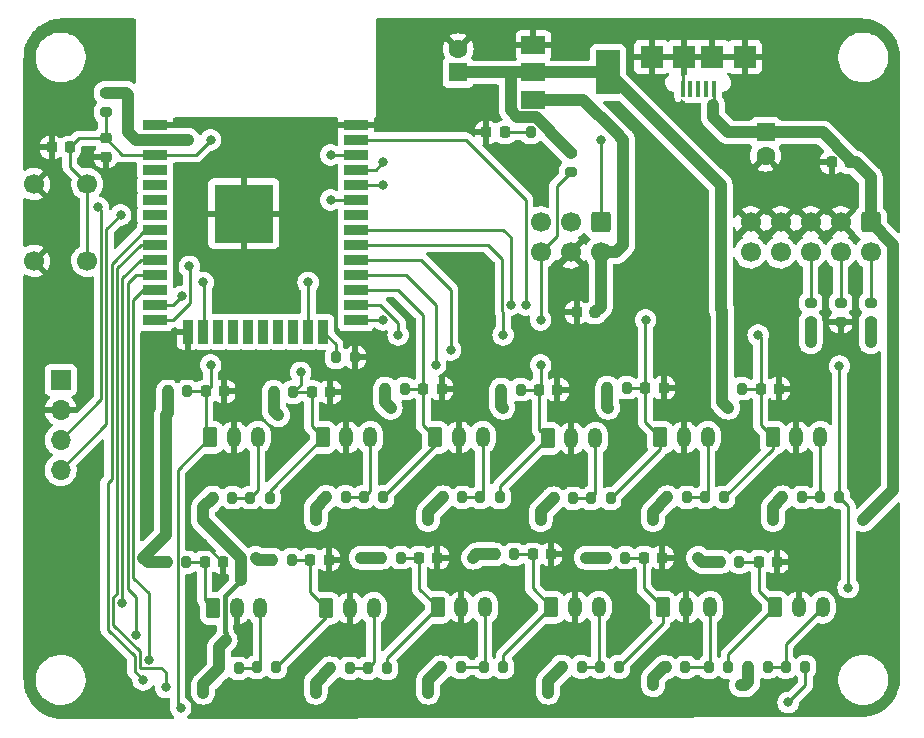
<source format=gtl>
%TF.GenerationSoftware,KiCad,Pcbnew,(6.0.0)*%
%TF.CreationDate,2022-03-13T20:46:10-04:00*%
%TF.ProjectId,simple_button_breakout,73696d70-6c65-45f6-9275-74746f6e5f62,rev?*%
%TF.SameCoordinates,Original*%
%TF.FileFunction,Copper,L1,Top*%
%TF.FilePolarity,Positive*%
%FSLAX46Y46*%
G04 Gerber Fmt 4.6, Leading zero omitted, Abs format (unit mm)*
G04 Created by KiCad (PCBNEW (6.0.0)) date 2022-03-13 20:46:10*
%MOMM*%
%LPD*%
G01*
G04 APERTURE LIST*
G04 Aperture macros list*
%AMRoundRect*
0 Rectangle with rounded corners*
0 $1 Rounding radius*
0 $2 $3 $4 $5 $6 $7 $8 $9 X,Y pos of 4 corners*
0 Add a 4 corners polygon primitive as box body*
4,1,4,$2,$3,$4,$5,$6,$7,$8,$9,$2,$3,0*
0 Add four circle primitives for the rounded corners*
1,1,$1+$1,$2,$3*
1,1,$1+$1,$4,$5*
1,1,$1+$1,$6,$7*
1,1,$1+$1,$8,$9*
0 Add four rect primitives between the rounded corners*
20,1,$1+$1,$2,$3,$4,$5,0*
20,1,$1+$1,$4,$5,$6,$7,0*
20,1,$1+$1,$6,$7,$8,$9,0*
20,1,$1+$1,$8,$9,$2,$3,0*%
G04 Aperture macros list end*
%TA.AperFunction,ComponentPad*%
%ADD10R,1.600000X1.600000*%
%TD*%
%TA.AperFunction,ComponentPad*%
%ADD11C,1.600000*%
%TD*%
%TA.AperFunction,SMDPad,CuDef*%
%ADD12RoundRect,0.225000X0.225000X0.250000X-0.225000X0.250000X-0.225000X-0.250000X0.225000X-0.250000X0*%
%TD*%
%TA.AperFunction,SMDPad,CuDef*%
%ADD13RoundRect,0.200000X-0.200000X-0.275000X0.200000X-0.275000X0.200000X0.275000X-0.200000X0.275000X0*%
%TD*%
%TA.AperFunction,SMDPad,CuDef*%
%ADD14RoundRect,0.225000X-0.225000X-0.250000X0.225000X-0.250000X0.225000X0.250000X-0.225000X0.250000X0*%
%TD*%
%TA.AperFunction,ComponentPad*%
%ADD15RoundRect,0.250000X-0.350000X-0.625000X0.350000X-0.625000X0.350000X0.625000X-0.350000X0.625000X0*%
%TD*%
%TA.AperFunction,ComponentPad*%
%ADD16O,1.200000X1.750000*%
%TD*%
%TA.AperFunction,ComponentPad*%
%ADD17C,1.700000*%
%TD*%
%TA.AperFunction,ComponentPad*%
%ADD18R,1.700000X1.700000*%
%TD*%
%TA.AperFunction,ComponentPad*%
%ADD19O,1.700000X1.700000*%
%TD*%
%TA.AperFunction,SMDPad,CuDef*%
%ADD20RoundRect,0.200000X-0.275000X0.200000X-0.275000X-0.200000X0.275000X-0.200000X0.275000X0.200000X0*%
%TD*%
%TA.AperFunction,SMDPad,CuDef*%
%ADD21RoundRect,0.218750X-0.218750X-0.256250X0.218750X-0.256250X0.218750X0.256250X-0.218750X0.256250X0*%
%TD*%
%TA.AperFunction,SMDPad,CuDef*%
%ADD22R,2.000000X1.500000*%
%TD*%
%TA.AperFunction,SMDPad,CuDef*%
%ADD23R,2.000000X3.800000*%
%TD*%
%TA.AperFunction,SMDPad,CuDef*%
%ADD24R,2.000000X0.900000*%
%TD*%
%TA.AperFunction,SMDPad,CuDef*%
%ADD25R,0.900000X2.000000*%
%TD*%
%TA.AperFunction,SMDPad,CuDef*%
%ADD26R,5.000000X5.000000*%
%TD*%
%TA.AperFunction,ComponentPad*%
%ADD27RoundRect,0.250000X-0.600000X0.600000X-0.600000X-0.600000X0.600000X-0.600000X0.600000X0.600000X0*%
%TD*%
%TA.AperFunction,SMDPad,CuDef*%
%ADD28RoundRect,0.200000X0.200000X0.275000X-0.200000X0.275000X-0.200000X-0.275000X0.200000X-0.275000X0*%
%TD*%
%TA.AperFunction,SMDPad,CuDef*%
%ADD29R,0.400000X1.350000*%
%TD*%
%TA.AperFunction,SMDPad,CuDef*%
%ADD30R,1.900000X1.900000*%
%TD*%
%TA.AperFunction,SMDPad,CuDef*%
%ADD31RoundRect,0.225000X-0.250000X0.225000X-0.250000X-0.225000X0.250000X-0.225000X0.250000X0.225000X0*%
%TD*%
%TA.AperFunction,ViaPad*%
%ADD32C,0.800000*%
%TD*%
%TA.AperFunction,Conductor*%
%ADD33C,1.000000*%
%TD*%
%TA.AperFunction,Conductor*%
%ADD34C,0.400000*%
%TD*%
%TA.AperFunction,Conductor*%
%ADD35C,0.250000*%
%TD*%
G04 APERTURE END LIST*
D10*
%TO.P,C4,1*%
%TO.N,+5V*%
X62230000Y-6350000D03*
D11*
%TO.P,C4,2*%
%TO.N,GND*%
X62230000Y-8350000D03*
%TD*%
D12*
%TO.P,C6,1*%
%TO.N,+5V*%
X47765000Y-21590000D03*
%TO.P,C6,2*%
%TO.N,GND*%
X46215000Y-21590000D03*
%TD*%
D13*
%TO.P,R27,1*%
%TO.N,Net-(J10-Pad3)*%
X19134000Y-51632000D03*
%TO.P,R27,2*%
%TO.N,/ESP_IO25*%
X20784000Y-51632000D03*
%TD*%
D14*
%TO.P,C17,1*%
%TO.N,/ESP_IO32*%
X51930000Y-42356000D03*
%TO.P,C17,2*%
%TO.N,GND*%
X53480000Y-42356000D03*
%TD*%
D13*
%TO.P,R40,1*%
%TO.N,+3V3*%
X48705000Y-42356000D03*
%TO.P,R40,2*%
%TO.N,/ESP_IO32*%
X50355000Y-42356000D03*
%TD*%
%TO.P,R24,1*%
%TO.N,Net-(J9-Pad3)*%
X66825000Y-37253000D03*
%TO.P,R24,2*%
%TO.N,/ESP_IO23*%
X68475000Y-37253000D03*
%TD*%
D15*
%TO.P,J6,1,Pin_1*%
%TO.N,/ESP_IO16*%
X34264000Y-32173000D03*
D16*
%TO.P,J6,2,Pin_2*%
%TO.N,GND*%
X36264000Y-32173000D03*
%TO.P,J6,3,Pin_3*%
%TO.N,Net-(J6-Pad3)*%
X38264000Y-32173000D03*
%TD*%
D13*
%TO.P,R12,1*%
%TO.N,Net-(J5-Pad3)*%
X28195000Y-37222000D03*
%TO.P,R12,2*%
%TO.N,/ESP_IO16*%
X29845000Y-37222000D03*
%TD*%
%TO.P,R33,1*%
%TO.N,Net-(J12-Pad3)*%
X38370000Y-51632000D03*
%TO.P,R33,2*%
%TO.N,/ESP_IO27*%
X40020000Y-51632000D03*
%TD*%
D14*
%TO.P,C10,1*%
%TO.N,/ESP_IO17*%
X43055000Y-28137000D03*
%TO.P,C10,2*%
%TO.N,GND*%
X44605000Y-28137000D03*
%TD*%
D13*
%TO.P,R31,1*%
%TO.N,+3V3*%
X20460000Y-42516000D03*
%TO.P,R31,2*%
%TO.N,/ESP_IO25*%
X22110000Y-42516000D03*
%TD*%
%TO.P,R22,1*%
%TO.N,+3V3*%
X48825000Y-27977000D03*
%TO.P,R22,2*%
%TO.N,/ESP_IO18*%
X50475000Y-27977000D03*
%TD*%
D17*
%TO.P,SW1,1,1*%
%TO.N,GND*%
X290000Y-17220000D03*
%TO.P,SW1,2,2*%
X290000Y-10720000D03*
%TO.P,SW1,3,K*%
%TO.N,/ESP_EN*%
X4790000Y-17220000D03*
%TO.P,SW1,4,A*%
X4790000Y-10720000D03*
%TD*%
D18*
%TO.P,J2,1,Pin_1*%
%TO.N,+3V3*%
X2540000Y-27305000D03*
D19*
%TO.P,J2,2,Pin_2*%
%TO.N,GND*%
X2540000Y-29845000D03*
%TO.P,J2,3,Pin_3*%
%TO.N,/ESP_IO22*%
X2540000Y-32385000D03*
%TO.P,J2,4,Pin_4*%
%TO.N,/ESP_IO21*%
X2540000Y-34925000D03*
%TD*%
D13*
%TO.P,R21,1*%
%TO.N,Net-(J8-Pad3)*%
X57080000Y-37253000D03*
%TO.P,R21,2*%
%TO.N,/ESP_IO19*%
X58730000Y-37253000D03*
%TD*%
%TO.P,R11,1*%
%TO.N,+5V*%
X25020000Y-37222000D03*
%TO.P,R11,2*%
%TO.N,Net-(J5-Pad3)*%
X26670000Y-37222000D03*
%TD*%
%TO.P,R16,1*%
%TO.N,+3V3*%
X30010000Y-28052000D03*
%TO.P,R16,2*%
%TO.N,/ESP_IO16*%
X31660000Y-28052000D03*
%TD*%
D20*
%TO.P,R2,1*%
%TO.N,/ESP_IO14*%
X71120000Y-20765000D03*
%TO.P,R2,2*%
%TO.N,+3V3*%
X71120000Y-22415000D03*
%TD*%
D14*
%TO.P,C14,1*%
%TO.N,/ESP_IO25*%
X23685000Y-42516000D03*
%TO.P,C14,2*%
%TO.N,GND*%
X25235000Y-42516000D03*
%TD*%
%TO.P,C2,1*%
%TO.N,GND*%
X1765000Y-7620000D03*
%TO.P,C2,2*%
%TO.N,/ESP_EN*%
X3315000Y-7620000D03*
%TD*%
D13*
%TO.P,R30,1*%
%TO.N,Net-(J11-Pad3)*%
X28525000Y-51717000D03*
%TO.P,R30,2*%
%TO.N,/ESP_IO26*%
X30175000Y-51717000D03*
%TD*%
%TO.P,R13,1*%
%TO.N,+3V3*%
X20575000Y-28332000D03*
%TO.P,R13,2*%
%TO.N,/ESP_IO5*%
X22225000Y-28332000D03*
%TD*%
D21*
%TO.P,D1,1,K*%
%TO.N,GND*%
X38582500Y-6350000D03*
%TO.P,D1,2,A*%
%TO.N,Net-(D1-Pad2)*%
X40157500Y-6350000D03*
%TD*%
D13*
%TO.P,R26,1*%
%TO.N,+5V*%
X15959000Y-51733000D03*
%TO.P,R26,2*%
%TO.N,Net-(J10-Pad3)*%
X17609000Y-51733000D03*
%TD*%
%TO.P,R17,1*%
%TO.N,+5V*%
X44275000Y-37338000D03*
%TO.P,R17,2*%
%TO.N,Net-(J7-Pad3)*%
X45925000Y-37338000D03*
%TD*%
D15*
%TO.P,J13,1,Pin_1*%
%TO.N,/ESP_IO27*%
X44089000Y-46552000D03*
D16*
%TO.P,J13,2,Pin_2*%
%TO.N,GND*%
X46089000Y-46552000D03*
%TO.P,J13,3,Pin_3*%
%TO.N,Net-(J13-Pad3)*%
X48089000Y-46552000D03*
%TD*%
D13*
%TO.P,R32,1*%
%TO.N,+5V*%
X34750000Y-51632000D03*
%TO.P,R32,2*%
%TO.N,Net-(J12-Pad3)*%
X36400000Y-51632000D03*
%TD*%
D15*
%TO.P,J4,1,Pin_1*%
%TO.N,/ESP_IO4*%
X15214000Y-32173000D03*
D16*
%TO.P,J4,2,Pin_2*%
%TO.N,GND*%
X17214000Y-32173000D03*
%TO.P,J4,3,Pin_3*%
%TO.N,Net-(J4-Pad3)*%
X19214000Y-32173000D03*
%TD*%
D14*
%TO.P,C12,1*%
%TO.N,/ESP_IO19*%
X61795000Y-28052000D03*
%TO.P,C12,2*%
%TO.N,GND*%
X63345000Y-28052000D03*
%TD*%
D13*
%TO.P,R20,1*%
%TO.N,+5V*%
X53905000Y-37253000D03*
%TO.P,R20,2*%
%TO.N,Net-(J8-Pad3)*%
X55555000Y-37253000D03*
%TD*%
D15*
%TO.P,J8,1,Pin_1*%
%TO.N,/ESP_IO18*%
X53314000Y-32173000D03*
D16*
%TO.P,J8,2,Pin_2*%
%TO.N,GND*%
X55314000Y-32173000D03*
%TO.P,J8,3,Pin_3*%
%TO.N,Net-(J8-Pad3)*%
X57314000Y-32173000D03*
%TD*%
D13*
%TO.P,R42,1*%
%TO.N,Net-(J15-Pad3)*%
X63945000Y-51601000D03*
%TO.P,R42,2*%
%TO.N,/ESP_IO4*%
X65595000Y-51601000D03*
%TD*%
D15*
%TO.P,J10,1,Pin_1*%
%TO.N,/ESP_IO23*%
X15443000Y-46653000D03*
D16*
%TO.P,J10,2,Pin_2*%
%TO.N,GND*%
X17443000Y-46653000D03*
%TO.P,J10,3,Pin_3*%
%TO.N,Net-(J10-Pad3)*%
X19443000Y-46653000D03*
%TD*%
D13*
%TO.P,R38,1*%
%TO.N,+5V*%
X53785000Y-51632000D03*
%TO.P,R38,2*%
%TO.N,Net-(J14-Pad3)*%
X55435000Y-51632000D03*
%TD*%
D14*
%TO.P,C7,1*%
%TO.N,/ESP_IO4*%
X14835000Y-28278000D03*
%TO.P,C7,2*%
%TO.N,GND*%
X16385000Y-28278000D03*
%TD*%
D10*
%TO.P,C5,1*%
%TO.N,+3V3*%
X36195000Y-1270000D03*
D11*
%TO.P,C5,2*%
%TO.N,GND*%
X36195000Y730000D03*
%TD*%
D22*
%TO.P,U2,1,GND*%
%TO.N,GND*%
X42570000Y1030000D03*
D23*
%TO.P,U2,2,VO*%
%TO.N,+3V3*%
X48870000Y-1270000D03*
D22*
X42570000Y-1270000D03*
%TO.P,U2,3,VI*%
%TO.N,+5V*%
X42570000Y-3570000D03*
%TD*%
D13*
%TO.P,R3,1*%
%TO.N,/ESP_IO2*%
X25845000Y-25400000D03*
%TO.P,R3,2*%
%TO.N,GND*%
X27495000Y-25400000D03*
%TD*%
%TO.P,R19,1*%
%TO.N,+3V3*%
X39830000Y-28137000D03*
%TO.P,R19,2*%
%TO.N,/ESP_IO17*%
X41480000Y-28137000D03*
%TD*%
%TO.P,R39,1*%
%TO.N,Net-(J14-Pad3)*%
X57405000Y-51632000D03*
%TO.P,R39,2*%
%TO.N,/ESP_IO33*%
X59055000Y-51632000D03*
%TD*%
%TO.P,R14,1*%
%TO.N,+5V*%
X34900000Y-37253000D03*
%TO.P,R14,2*%
%TO.N,Net-(J6-Pad3)*%
X36550000Y-37253000D03*
%TD*%
D14*
%TO.P,C16,1*%
%TO.N,/ESP_IO27*%
X42500000Y-42076000D03*
%TO.P,C16,2*%
%TO.N,GND*%
X44050000Y-42076000D03*
%TD*%
D15*
%TO.P,J15,1,Pin_1*%
%TO.N,/ESP_IO33*%
X63044000Y-46552000D03*
D16*
%TO.P,J15,2,Pin_2*%
%TO.N,GND*%
X65044000Y-46552000D03*
%TO.P,J15,3,Pin_3*%
%TO.N,Net-(J15-Pad3)*%
X67044000Y-46552000D03*
%TD*%
D13*
%TO.P,R34,1*%
%TO.N,+3V3*%
X29670000Y-42356000D03*
%TO.P,R34,2*%
%TO.N,/ESP_IO26*%
X31320000Y-42356000D03*
%TD*%
D14*
%TO.P,C13,1*%
%TO.N,/ESP_IO23*%
X14739000Y-42742000D03*
%TO.P,C13,2*%
%TO.N,GND*%
X16289000Y-42742000D03*
%TD*%
D13*
%TO.P,R25,1*%
%TO.N,+3V3*%
X58570000Y-28052000D03*
%TO.P,R25,2*%
%TO.N,/ESP_IO19*%
X60220000Y-28052000D03*
%TD*%
%TO.P,R41,1*%
%TO.N,+5V*%
X60770000Y-51601000D03*
%TO.P,R41,2*%
%TO.N,Net-(J15-Pad3)*%
X62420000Y-51601000D03*
%TD*%
D20*
%TO.P,R6,1*%
%TO.N,/ESP_IO15*%
X66040000Y-20765000D03*
%TO.P,R6,2*%
%TO.N,+3V3*%
X66040000Y-22415000D03*
%TD*%
D13*
%TO.P,R15,1*%
%TO.N,Net-(J6-Pad3)*%
X38075000Y-37253000D03*
%TO.P,R15,2*%
%TO.N,/ESP_IO17*%
X39725000Y-37253000D03*
%TD*%
D14*
%TO.P,C9,1*%
%TO.N,/ESP_IO16*%
X33235000Y-28052000D03*
%TO.P,C9,2*%
%TO.N,GND*%
X34785000Y-28052000D03*
%TD*%
D13*
%TO.P,R35,1*%
%TO.N,+5V*%
X44990000Y-51601000D03*
%TO.P,R35,2*%
%TO.N,Net-(J13-Pad3)*%
X46640000Y-51601000D03*
%TD*%
D24*
%TO.P,U1,1,GND*%
%TO.N,GND*%
X10550000Y-5715000D03*
%TO.P,U1,2,VDD*%
%TO.N,+3V3*%
X10550000Y-6985000D03*
%TO.P,U1,3,EN*%
%TO.N,/ESP_EN*%
X10550000Y-8255000D03*
%TO.P,U1,4,SENSOR_VP*%
%TO.N,/ESP_IO36*%
X10550000Y-9525000D03*
%TO.P,U1,5,SENSOR_VN*%
%TO.N,/ESP_IO39*%
X10550000Y-10795000D03*
%TO.P,U1,6,IO34*%
%TO.N,/ESP_IO34*%
X10550000Y-12065000D03*
%TO.P,U1,7,IO35*%
%TO.N,/ESP_IO35*%
X10550000Y-13335000D03*
%TO.P,U1,8,IO32*%
%TO.N,/ESP_IO32*%
X10550000Y-14605000D03*
%TO.P,U1,9,IO33*%
%TO.N,/ESP_IO33*%
X10550000Y-15875000D03*
%TO.P,U1,10,IO25*%
%TO.N,/ESP_IO25*%
X10550000Y-17145000D03*
%TO.P,U1,11,IO26*%
%TO.N,/ESP_IO26*%
X10550000Y-18415000D03*
%TO.P,U1,12,IO27*%
%TO.N,/ESP_IO27*%
X10550000Y-19685000D03*
%TO.P,U1,13,IO14*%
%TO.N,/ESP_IO14*%
X10550000Y-20955000D03*
%TO.P,U1,14,IO12*%
%TO.N,/ESP_IO12*%
X10550000Y-22225000D03*
D25*
%TO.P,U1,15,GND*%
%TO.N,GND*%
X13335000Y-23225000D03*
%TO.P,U1,16,IO13*%
%TO.N,/ESP_IO13*%
X14605000Y-23225000D03*
%TO.P,U1,17,SHD/SD2*%
%TO.N,unconnected-(U1-Pad17)*%
X15875000Y-23225000D03*
%TO.P,U1,18,SWP/SD3*%
%TO.N,unconnected-(U1-Pad18)*%
X17145000Y-23225000D03*
%TO.P,U1,19,SCS/CMD*%
%TO.N,unconnected-(U1-Pad19)*%
X18415000Y-23225000D03*
%TO.P,U1,20,SCK/CLK*%
%TO.N,unconnected-(U1-Pad20)*%
X19685000Y-23225000D03*
%TO.P,U1,21,SDO/SD0*%
%TO.N,unconnected-(U1-Pad21)*%
X20955000Y-23225000D03*
%TO.P,U1,22,SDI/SD1*%
%TO.N,unconnected-(U1-Pad22)*%
X22225000Y-23225000D03*
%TO.P,U1,23,IO15*%
%TO.N,/ESP_IO15*%
X23495000Y-23225000D03*
%TO.P,U1,24,IO2*%
%TO.N,/ESP_IO2*%
X24765000Y-23225000D03*
D24*
%TO.P,U1,25,IO0*%
%TO.N,/ESP_IO0*%
X27550000Y-22225000D03*
%TO.P,U1,26,IO4*%
%TO.N,/ESP_IO4*%
X27550000Y-20955000D03*
%TO.P,U1,27,IO16*%
%TO.N,/ESP_IO16*%
X27550000Y-19685000D03*
%TO.P,U1,28,IO17*%
%TO.N,/ESP_IO17*%
X27550000Y-18415000D03*
%TO.P,U1,29,IO5*%
%TO.N,/ESP_IO5*%
X27550000Y-17145000D03*
%TO.P,U1,30,IO18*%
%TO.N,/ESP_IO18*%
X27550000Y-15875000D03*
%TO.P,U1,31,IO19*%
%TO.N,/ESP_IO19*%
X27550000Y-14605000D03*
%TO.P,U1,32,NC*%
%TO.N,unconnected-(U1-Pad32)*%
X27550000Y-13335000D03*
%TO.P,U1,33,IO21*%
%TO.N,/ESP_IO21*%
X27550000Y-12065000D03*
%TO.P,U1,34,RXD0/IO3*%
%TO.N,/ESP_IO3*%
X27550000Y-10795000D03*
%TO.P,U1,35,TXD0/IO1*%
%TO.N,/ESP_IO1*%
X27550000Y-9525000D03*
%TO.P,U1,36,IO22*%
%TO.N,/ESP_IO22*%
X27550000Y-8255000D03*
%TO.P,U1,37,IO23*%
%TO.N,/ESP_IO23*%
X27550000Y-6985000D03*
%TO.P,U1,38,GND*%
%TO.N,GND*%
X27550000Y-5715000D03*
D26*
%TO.P,U1,39,GND*%
X18050000Y-13215000D03*
%TD*%
D13*
%TO.P,R28,1*%
%TO.N,+3V3*%
X11514000Y-42742000D03*
%TO.P,R28,2*%
%TO.N,/ESP_IO23*%
X13164000Y-42742000D03*
%TD*%
%TO.P,R8,1*%
%TO.N,+5V*%
X15420000Y-37269000D03*
%TO.P,R8,2*%
%TO.N,Net-(J4-Pad3)*%
X17070000Y-37269000D03*
%TD*%
D14*
%TO.P,C8,1*%
%TO.N,/ESP_IO5*%
X23800000Y-28332000D03*
%TO.P,C8,2*%
%TO.N,GND*%
X25350000Y-28332000D03*
%TD*%
%TO.P,C18,1*%
%TO.N,/ESP_IO33*%
X61640000Y-42711000D03*
%TO.P,C18,2*%
%TO.N,GND*%
X63190000Y-42711000D03*
%TD*%
D13*
%TO.P,R36,1*%
%TO.N,Net-(J13-Pad3)*%
X48165000Y-51601000D03*
%TO.P,R36,2*%
%TO.N,/ESP_IO32*%
X49815000Y-51601000D03*
%TD*%
D15*
%TO.P,J14,1,Pin_1*%
%TO.N,/ESP_IO32*%
X53519000Y-46552000D03*
D16*
%TO.P,J14,2,Pin_2*%
%TO.N,GND*%
X55519000Y-46552000D03*
%TO.P,J14,3,Pin_3*%
%TO.N,Net-(J14-Pad3)*%
X57519000Y-46552000D03*
%TD*%
D15*
%TO.P,J5,1,Pin_1*%
%TO.N,/ESP_IO5*%
X24739000Y-32173000D03*
D16*
%TO.P,J5,2,Pin_2*%
%TO.N,GND*%
X26739000Y-32173000D03*
%TO.P,J5,3,Pin_3*%
%TO.N,Net-(J5-Pad3)*%
X28739000Y-32173000D03*
%TD*%
D13*
%TO.P,R9,1*%
%TO.N,Net-(J4-Pad3)*%
X18595000Y-37269000D03*
%TO.P,R9,2*%
%TO.N,/ESP_IO5*%
X20245000Y-37269000D03*
%TD*%
D15*
%TO.P,J11,1,Pin_1*%
%TO.N,/ESP_IO25*%
X25039000Y-46637000D03*
D16*
%TO.P,J11,2,Pin_2*%
%TO.N,GND*%
X27039000Y-46637000D03*
%TO.P,J11,3,Pin_3*%
%TO.N,Net-(J11-Pad3)*%
X29039000Y-46637000D03*
%TD*%
D13*
%TO.P,R43,1*%
%TO.N,+3V3*%
X58365000Y-42711000D03*
%TO.P,R43,2*%
%TO.N,/ESP_IO33*%
X60015000Y-42711000D03*
%TD*%
D27*
%TO.P,J3,1,Pin_1*%
%TO.N,/ESP_EN*%
X48260000Y-13970000D03*
D17*
%TO.P,J3,2,Pin_2*%
%TO.N,+5V*%
X48260000Y-16510000D03*
%TO.P,J3,3,Pin_3*%
%TO.N,/ESP_IO1*%
X45720000Y-13970000D03*
%TO.P,J3,4,Pin_4*%
%TO.N,GND*%
X45720000Y-16510000D03*
%TO.P,J3,5,Pin_5*%
%TO.N,/ESP_IO3*%
X43180000Y-13970000D03*
%TO.P,J3,6,Pin_6*%
%TO.N,/ESP_IO0*%
X43180000Y-16510000D03*
%TD*%
D28*
%TO.P,R4,1*%
%TO.N,+3V3*%
X44005000Y-6350000D03*
%TO.P,R4,2*%
%TO.N,Net-(D1-Pad2)*%
X42355000Y-6350000D03*
%TD*%
D20*
%TO.P,R7,1*%
%TO.N,+3V3*%
X45720000Y-8065000D03*
%TO.P,R7,2*%
%TO.N,/ESP_IO0*%
X45720000Y-9715000D03*
%TD*%
D27*
%TO.P,J1,1,Pin_1*%
%TO.N,+5V*%
X71120000Y-13970000D03*
D17*
%TO.P,J1,2,Pin_2*%
%TO.N,/ESP_IO14*%
X71120000Y-16510000D03*
%TO.P,J1,3,Pin_3*%
%TO.N,GND*%
X68580000Y-13970000D03*
%TO.P,J1,4,Pin_4*%
%TO.N,/ESP_IO13*%
X68580000Y-16510000D03*
%TO.P,J1,5,Pin_5*%
%TO.N,GND*%
X66040000Y-13970000D03*
%TO.P,J1,6,Pin_6*%
%TO.N,/ESP_IO15*%
X66040000Y-16510000D03*
%TO.P,J1,7,Pin_7*%
%TO.N,GND*%
X63500000Y-13970000D03*
%TO.P,J1,8,Pin_8*%
%TO.N,/ESP_IO12*%
X63500000Y-16510000D03*
%TO.P,J1,9,Pin_9*%
%TO.N,GND*%
X60960000Y-13970000D03*
%TO.P,J1,10,Pin_10*%
%TO.N,/ESP_EN*%
X60960000Y-16510000D03*
%TD*%
D13*
%TO.P,R18,1*%
%TO.N,Net-(J7-Pad3)*%
X47450000Y-37338000D03*
%TO.P,R18,2*%
%TO.N,/ESP_IO18*%
X49100000Y-37338000D03*
%TD*%
D14*
%TO.P,C15,1*%
%TO.N,/ESP_IO26*%
X32895000Y-42356000D03*
%TO.P,C15,2*%
%TO.N,GND*%
X34445000Y-42356000D03*
%TD*%
D20*
%TO.P,R1,1*%
%TO.N,+3V3*%
X6350000Y-2985000D03*
%TO.P,R1,2*%
%TO.N,/ESP_EN*%
X6350000Y-4635000D03*
%TD*%
D14*
%TO.P,C11,1*%
%TO.N,/ESP_IO18*%
X52050000Y-27977000D03*
%TO.P,C11,2*%
%TO.N,GND*%
X53600000Y-27977000D03*
%TD*%
D15*
%TO.P,J7,1,Pin_1*%
%TO.N,/ESP_IO17*%
X43789000Y-32258000D03*
D16*
%TO.P,J7,2,Pin_2*%
%TO.N,GND*%
X45789000Y-32258000D03*
%TO.P,J7,3,Pin_3*%
%TO.N,Net-(J7-Pad3)*%
X47789000Y-32258000D03*
%TD*%
D15*
%TO.P,J12,1,Pin_1*%
%TO.N,/ESP_IO26*%
X34469000Y-46552000D03*
D16*
%TO.P,J12,2,Pin_2*%
%TO.N,GND*%
X36469000Y-46552000D03*
%TO.P,J12,3,Pin_3*%
%TO.N,Net-(J12-Pad3)*%
X38469000Y-46552000D03*
%TD*%
D13*
%TO.P,R37,1*%
%TO.N,+3V3*%
X39275000Y-42076000D03*
%TO.P,R37,2*%
%TO.N,/ESP_IO27*%
X40925000Y-42076000D03*
%TD*%
D15*
%TO.P,J9,1,Pin_1*%
%TO.N,/ESP_IO19*%
X62839000Y-32173000D03*
D16*
%TO.P,J9,2,Pin_2*%
%TO.N,GND*%
X64839000Y-32173000D03*
%TO.P,J9,3,Pin_3*%
%TO.N,Net-(J9-Pad3)*%
X66839000Y-32173000D03*
%TD*%
D13*
%TO.P,R10,1*%
%TO.N,+3V3*%
X11610000Y-28278000D03*
%TO.P,R10,2*%
%TO.N,/ESP_IO4*%
X13260000Y-28278000D03*
%TD*%
%TO.P,R29,1*%
%TO.N,+5V*%
X25350000Y-51717000D03*
%TO.P,R29,2*%
%TO.N,Net-(J11-Pad3)*%
X27000000Y-51717000D03*
%TD*%
D29*
%TO.P,J16,1,1*%
%TO.N,+5V*%
X57815000Y-2640000D03*
%TO.P,J16,2,2*%
%TO.N,GND*%
X55215000Y-2640000D03*
%TO.P,J16,3,3*%
%TO.N,unconnected-(J16-Pad3)*%
X57165000Y-2640000D03*
%TO.P,J16,4,4*%
%TO.N,unconnected-(J16-Pad4)*%
X56515000Y-2640000D03*
%TO.P,J16,5,5*%
%TO.N,unconnected-(J16-Pad5)*%
X55865000Y-2640000D03*
D30*
%TO.P,J16,MP1,MP1*%
%TO.N,GND*%
X60465000Y35000D03*
%TO.P,J16,MP2,MP2*%
X57715000Y35000D03*
%TO.P,J16,MP3,MP3*%
X55315000Y35000D03*
%TO.P,J16,MP4,MP4*%
X52565000Y35000D03*
%TD*%
D31*
%TO.P,C3,1*%
%TO.N,/ESP_EN*%
X6350000Y-6845000D03*
%TO.P,C3,2*%
%TO.N,GND*%
X6350000Y-8395000D03*
%TD*%
D12*
%TO.P,C1,1*%
%TO.N,+5V*%
X69355000Y-8890000D03*
%TO.P,C1,2*%
%TO.N,GND*%
X67805000Y-8890000D03*
%TD*%
D20*
%TO.P,R5,1*%
%TO.N,/ESP_IO13*%
X68580000Y-20765000D03*
%TO.P,R5,2*%
%TO.N,GND*%
X68580000Y-22415000D03*
%TD*%
D13*
%TO.P,R23,1*%
%TO.N,+5V*%
X63650000Y-37253000D03*
%TO.P,R23,2*%
%TO.N,Net-(J9-Pad3)*%
X65300000Y-37253000D03*
%TD*%
D32*
%TO.N,+5V*%
X33655000Y-53786000D03*
X52705000Y-53151000D03*
X14605000Y-39181000D03*
X43815000Y-53786000D03*
X24130000Y-53786000D03*
X33655000Y-39181000D03*
X24130000Y-39181000D03*
X60136000Y-53151000D03*
X52705000Y-39181000D03*
X70485000Y-39181000D03*
X14605000Y-53786000D03*
X62865000Y-39181000D03*
X49530000Y-6350000D03*
X43180000Y-39181000D03*
%TO.N,GND*%
X8255000Y-11430000D03*
X14605000Y-41086000D03*
%TO.N,/ESP_EN*%
X48260000Y-6985000D03*
X15240000Y-6985000D03*
%TO.N,+3V3*%
X66040000Y-24130000D03*
X46990000Y-42356000D03*
X11430000Y-30291000D03*
X40005000Y-29656000D03*
X48895000Y-29656000D03*
X20955000Y-30291000D03*
X27940000Y-42356000D03*
X37465000Y-42356000D03*
X71120000Y-24130000D03*
X58570000Y-21440000D03*
X9525000Y-42356000D03*
X30480000Y-29656000D03*
X56515000Y-42356000D03*
X59055000Y-29656000D03*
X13335000Y-6985000D03*
X19050000Y-42356000D03*
%TO.N,/ESP_IO4*%
X12700000Y-55056000D03*
X31115000Y-23495000D03*
X64135000Y-54610000D03*
X15240000Y-26035000D03*
%TO.N,/ESP_IO5*%
X35560000Y-24765000D03*
X22860000Y-26670000D03*
%TO.N,/ESP_IO17*%
X43180000Y-26035000D03*
X34290000Y-26035000D03*
%TO.N,/ESP_IO18*%
X52070000Y-22225000D03*
X40005000Y-23495000D03*
%TO.N,/ESP_IO19*%
X40640000Y-20955000D03*
X61595000Y-23495000D03*
%TO.N,/ESP_IO23*%
X68475000Y-26140000D03*
X69215000Y-44896000D03*
X41910000Y-20955000D03*
%TO.N,/ESP_IO25*%
X7762591Y-46212409D03*
%TO.N,/ESP_IO26*%
X8890000Y-48895000D03*
%TO.N,/ESP_IO27*%
X9978040Y-50981960D03*
%TO.N,/ESP_IO32*%
X9525000Y-52705000D03*
%TO.N,/ESP_IO33*%
X11430000Y-53340000D03*
%TO.N,/ESP_IO14*%
X12795969Y-20224031D03*
%TO.N,/ESP_IO13*%
X14605000Y-19050000D03*
%TO.N,/ESP_IO15*%
X23495000Y-19050000D03*
%TO.N,/ESP_IO12*%
X13430489Y-17684511D03*
%TO.N,/ESP_IO22*%
X25400000Y-8255000D03*
X5715000Y-12700000D03*
%TO.N,/ESP_IO21*%
X25400000Y-12065000D03*
X7620000Y-13335000D03*
%TO.N,/ESP_IO1*%
X29845000Y-8890000D03*
%TO.N,/ESP_IO3*%
X29845000Y-10795000D03*
%TO.N,/ESP_IO0*%
X43180000Y-22225000D03*
X29845000Y-22225000D03*
%TD*%
D33*
%TO.N,+5V*%
X60136000Y-53151000D02*
X60514000Y-53151000D01*
X50165000Y-15875000D02*
X49530000Y-16510000D01*
X71120000Y-10160000D02*
X69850000Y-8890000D01*
X46750000Y-3570000D02*
X42570000Y-3570000D01*
X53785000Y-51632000D02*
X53589000Y-51632000D01*
X25350000Y-51717000D02*
X24130000Y-52937000D01*
D34*
X16510000Y-48706000D02*
X16510000Y-49341000D01*
D33*
X15959000Y-51733000D02*
X15959000Y-49892000D01*
X50165000Y-6985000D02*
X50165000Y-15875000D01*
X43815000Y-52776000D02*
X43815000Y-53786000D01*
X48260000Y-21095000D02*
X47765000Y-21590000D01*
X69355000Y-8890000D02*
X69355000Y-8657532D01*
X60770000Y-52895000D02*
X60770000Y-51601000D01*
X17780000Y-42356000D02*
X17780000Y-44261000D01*
X69850000Y-8890000D02*
X69355000Y-8890000D01*
X14605000Y-39181000D02*
X17780000Y-42356000D01*
X25020000Y-37222000D02*
X24130000Y-38112000D01*
X53589000Y-51632000D02*
X52705000Y-52516000D01*
X71120000Y-13970000D02*
X73025000Y-15875000D01*
X44275000Y-37338000D02*
X43180000Y-38433000D01*
X67047468Y-6350000D02*
X64135000Y-6350000D01*
D34*
X17780000Y-44261000D02*
X16443480Y-45597520D01*
D33*
X34750000Y-51632000D02*
X33655000Y-52727000D01*
X63650000Y-37253000D02*
X62865000Y-38038000D01*
X62230000Y-6350000D02*
X59055000Y-6350000D01*
X43180000Y-38433000D02*
X43180000Y-39181000D01*
X24130000Y-52937000D02*
X24130000Y-53786000D01*
X57785000Y-5080000D02*
X57785000Y-4014511D01*
X60514000Y-53151000D02*
X60770000Y-52895000D01*
X53905000Y-37253000D02*
X52705000Y-38453000D01*
D35*
X57815000Y-3984511D02*
X57785000Y-4014511D01*
D33*
X69355000Y-8657532D02*
X67047468Y-6350000D01*
X34900000Y-37253000D02*
X33655000Y-38498000D01*
X73025000Y-36641000D02*
X70485000Y-39181000D01*
X15959000Y-49892000D02*
X16510000Y-49341000D01*
X73025000Y-15875000D02*
X73025000Y-36641000D01*
D35*
X57815000Y-2640000D02*
X57815000Y-3984511D01*
D33*
X15420000Y-37269000D02*
X14605000Y-38084000D01*
X62865000Y-38038000D02*
X62865000Y-39181000D01*
X24130000Y-38112000D02*
X24130000Y-39181000D01*
X44990000Y-51601000D02*
X43815000Y-52776000D01*
X71120000Y-13970000D02*
X71120000Y-10160000D01*
X49530000Y-16510000D02*
X48260000Y-16510000D01*
X33655000Y-38498000D02*
X33655000Y-39181000D01*
X14605000Y-38084000D02*
X14605000Y-39181000D01*
X64135000Y-6350000D02*
X62230000Y-6350000D01*
D34*
X16443480Y-48639480D02*
X16510000Y-48706000D01*
D33*
X49530000Y-6350000D02*
X50165000Y-6985000D01*
X52705000Y-38453000D02*
X52705000Y-39181000D01*
X48260000Y-16510000D02*
X48260000Y-21095000D01*
X14605000Y-53087000D02*
X14605000Y-53786000D01*
X49530000Y-6350000D02*
X46750000Y-3570000D01*
X59055000Y-6350000D02*
X57785000Y-5080000D01*
X15959000Y-51733000D02*
X14605000Y-53087000D01*
D34*
X16443480Y-45597520D02*
X16443480Y-48639480D01*
D33*
X33655000Y-52727000D02*
X33655000Y-53786000D01*
X52705000Y-52516000D02*
X52705000Y-53151000D01*
D35*
%TO.N,GND*%
X55215000Y-65000D02*
X55315000Y35000D01*
X55215000Y-2640000D02*
X55215000Y-65000D01*
X16289000Y-42742000D02*
X16261000Y-42742000D01*
X16261000Y-42742000D02*
X14605000Y-41086000D01*
%TO.N,/ESP_EN*%
X6350000Y-6845000D02*
X4090000Y-6845000D01*
X4090000Y-6845000D02*
X3315000Y-7620000D01*
X4790000Y-10720000D02*
X4790000Y-17220000D01*
X10550000Y-8255000D02*
X13970000Y-8255000D01*
X6350000Y-6845000D02*
X6350000Y-4635000D01*
X13970000Y-8255000D02*
X15240000Y-6985000D01*
X48260000Y-6985000D02*
X48260000Y-13970000D01*
X10550000Y-8255000D02*
X7760000Y-8255000D01*
X3315000Y-9245000D02*
X4790000Y-10720000D01*
X3315000Y-7620000D02*
X3315000Y-9245000D01*
X7760000Y-8255000D02*
X6350000Y-6845000D01*
D33*
%TO.N,+3V3*%
X19210000Y-42516000D02*
X19050000Y-42356000D01*
X58570000Y-28052000D02*
X58570000Y-29171000D01*
X42771624Y-5019511D02*
X41214511Y-5019511D01*
X20575000Y-28332000D02*
X20575000Y-29911000D01*
X8890000Y-6985000D02*
X8255000Y-6350000D01*
X58420000Y-21290000D02*
X58420000Y-10795000D01*
X20575000Y-29911000D02*
X20955000Y-30291000D01*
X58420000Y-10795000D02*
X48895000Y-1270000D01*
X11430000Y-40451000D02*
X9525000Y-42356000D01*
X42570000Y-1270000D02*
X48870000Y-1270000D01*
X20460000Y-42516000D02*
X19210000Y-42516000D01*
X29670000Y-42356000D02*
X27940000Y-42356000D01*
X58365000Y-42711000D02*
X56870000Y-42711000D01*
X48705000Y-42356000D02*
X46990000Y-42356000D01*
X71120000Y-22415000D02*
X71120000Y-24130000D01*
X8065000Y-2985000D02*
X6350000Y-2985000D01*
X40640000Y-4445000D02*
X40640000Y-1270000D01*
X11430000Y-30291000D02*
X11430000Y-40451000D01*
X30010000Y-28052000D02*
X30010000Y-29186000D01*
X39830000Y-28137000D02*
X39830000Y-29481000D01*
X39275000Y-42076000D02*
X37745000Y-42076000D01*
X36195000Y-1270000D02*
X40640000Y-1270000D01*
X44005000Y-6252887D02*
X42771624Y-5019511D01*
X56870000Y-42711000D02*
X56515000Y-42356000D01*
X39830000Y-29481000D02*
X40005000Y-29656000D01*
X11514000Y-42742000D02*
X9911000Y-42742000D01*
X8255000Y-3175000D02*
X8065000Y-2985000D01*
X41214511Y-5019511D02*
X40640000Y-4445000D01*
X37745000Y-42076000D02*
X37465000Y-42356000D01*
X48825000Y-29586000D02*
X48895000Y-29656000D01*
X40640000Y-1270000D02*
X42570000Y-1270000D01*
X10550000Y-6985000D02*
X13335000Y-6985000D01*
X8255000Y-6350000D02*
X8255000Y-3175000D01*
X10550000Y-6985000D02*
X8890000Y-6985000D01*
X58570000Y-28052000D02*
X58570000Y-21440000D01*
X9911000Y-42742000D02*
X9525000Y-42356000D01*
X30010000Y-29186000D02*
X30480000Y-29656000D01*
X66040000Y-22415000D02*
X66040000Y-24130000D01*
X45720000Y-8065000D02*
X44005000Y-6350000D01*
X58570000Y-21440000D02*
X58420000Y-21290000D01*
X48895000Y-1270000D02*
X48870000Y-1270000D01*
X11610000Y-28278000D02*
X11610000Y-30111000D01*
X11610000Y-30111000D02*
X11430000Y-30291000D01*
X44005000Y-6350000D02*
X44005000Y-6252887D01*
X48825000Y-27977000D02*
X48825000Y-29586000D01*
X58570000Y-29171000D02*
X59055000Y-29656000D01*
D35*
%TO.N,/ESP_IO4*%
X14835000Y-31794000D02*
X15214000Y-32173000D01*
X12439480Y-54795480D02*
X12439480Y-34947520D01*
X14835000Y-28278000D02*
X14835000Y-31794000D01*
X13260000Y-28278000D02*
X14835000Y-28278000D01*
X31115000Y-22470386D02*
X31115000Y-23495000D01*
X65595000Y-51601000D02*
X65595000Y-53150000D01*
X65595000Y-53150000D02*
X64135000Y-54610000D01*
X15240000Y-27873000D02*
X14835000Y-28278000D01*
X15240000Y-26035000D02*
X15240000Y-27873000D01*
X12700000Y-55056000D02*
X12439480Y-54795480D01*
X27550000Y-20955000D02*
X29599614Y-20955000D01*
X29599614Y-20955000D02*
X31115000Y-22470386D01*
X12439480Y-34947520D02*
X15214000Y-32173000D01*
%TO.N,/ESP_IO5*%
X35560000Y-19685000D02*
X35560000Y-24765000D01*
X22860000Y-26670000D02*
X22860000Y-27697000D01*
X23800000Y-31234000D02*
X24739000Y-32173000D01*
X22225000Y-28332000D02*
X23800000Y-28332000D01*
X23800000Y-28332000D02*
X23800000Y-31234000D01*
X20245000Y-37269000D02*
X20245000Y-36667000D01*
X22860000Y-27697000D02*
X22225000Y-28332000D01*
X33020000Y-17145000D02*
X35560000Y-19685000D01*
X20245000Y-36667000D02*
X24739000Y-32173000D01*
X27550000Y-17145000D02*
X33020000Y-17145000D01*
%TO.N,/ESP_IO16*%
X33235000Y-31144000D02*
X34264000Y-32173000D01*
X29845000Y-37222000D02*
X34264000Y-32803000D01*
X31115000Y-19685000D02*
X33235000Y-21805000D01*
X34264000Y-32803000D02*
X34264000Y-32173000D01*
X33235000Y-28052000D02*
X33235000Y-31144000D01*
X33235000Y-21805000D02*
X33235000Y-28052000D01*
X31660000Y-28052000D02*
X33235000Y-28052000D01*
X27550000Y-19685000D02*
X31115000Y-19685000D01*
%TO.N,/ESP_IO17*%
X27550000Y-18415000D02*
X31750000Y-18415000D01*
X43180000Y-26035000D02*
X43180000Y-28012000D01*
X41480000Y-28137000D02*
X43055000Y-28137000D01*
X43055000Y-28137000D02*
X43055000Y-31524000D01*
X43180000Y-28012000D02*
X43055000Y-28137000D01*
X39725000Y-37253000D02*
X39725000Y-36322000D01*
X31750000Y-18415000D02*
X34290000Y-20955000D01*
X34290000Y-20955000D02*
X34290000Y-26035000D01*
X39725000Y-36322000D02*
X43789000Y-32258000D01*
X43055000Y-31524000D02*
X43789000Y-32258000D01*
%TO.N,/ESP_IO18*%
X52050000Y-30909000D02*
X53314000Y-32173000D01*
X50475000Y-27977000D02*
X52050000Y-27977000D01*
X40005000Y-23495000D02*
X40005000Y-21590000D01*
X49100000Y-37338000D02*
X53314000Y-33124000D01*
X39915489Y-21500489D02*
X39915489Y-17055489D01*
X39915489Y-17055489D02*
X38735000Y-15875000D01*
X40005000Y-21590000D02*
X39915489Y-21500489D01*
X38735000Y-15875000D02*
X31750000Y-15875000D01*
X52050000Y-27977000D02*
X52050000Y-22245000D01*
X31750000Y-15875000D02*
X27550000Y-15875000D01*
X52050000Y-22245000D02*
X52070000Y-22225000D01*
X53314000Y-33124000D02*
X53314000Y-32173000D01*
X52050000Y-27977000D02*
X52050000Y-30909000D01*
%TO.N,/ESP_IO19*%
X61795000Y-31129000D02*
X62839000Y-32173000D01*
X61795000Y-28052000D02*
X61795000Y-31129000D01*
X61795000Y-28052000D02*
X61795000Y-23695000D01*
X27550000Y-14605000D02*
X34925000Y-14605000D01*
X60220000Y-28052000D02*
X61795000Y-28052000D01*
X58730000Y-37253000D02*
X62839000Y-33144000D01*
X40640000Y-15240000D02*
X40005000Y-14605000D01*
X40005000Y-14605000D02*
X34925000Y-14605000D01*
X62839000Y-33144000D02*
X62839000Y-32173000D01*
X61795000Y-23695000D02*
X61595000Y-23495000D01*
X40640000Y-20955000D02*
X40640000Y-15240000D01*
%TO.N,/ESP_IO23*%
X69215000Y-44896000D02*
X69215000Y-37993000D01*
X69215000Y-37993000D02*
X68475000Y-37253000D01*
X68475000Y-37253000D02*
X68475000Y-26140000D01*
X14739000Y-45949000D02*
X15443000Y-46653000D01*
X13164000Y-42742000D02*
X14739000Y-42742000D01*
X14739000Y-42742000D02*
X14739000Y-45949000D01*
X36830000Y-6985000D02*
X27550000Y-6985000D01*
X41910000Y-12065000D02*
X36830000Y-6985000D01*
X41910000Y-20955000D02*
X41910000Y-12065000D01*
%TO.N,/ESP_IO25*%
X20784000Y-51632000D02*
X25039000Y-47377000D01*
X25039000Y-47377000D02*
X25039000Y-46637000D01*
X9300000Y-17145000D02*
X7762591Y-18682409D01*
X7762591Y-36053845D02*
X7762591Y-46212409D01*
X23685000Y-45283000D02*
X25039000Y-46637000D01*
X7762591Y-18682409D02*
X7762591Y-36053845D01*
X23685000Y-42516000D02*
X23685000Y-45283000D01*
X10550000Y-17145000D02*
X9300000Y-17145000D01*
X22110000Y-42516000D02*
X23685000Y-42516000D01*
%TO.N,/ESP_IO26*%
X8212111Y-45042111D02*
X8890000Y-45720000D01*
X30175000Y-51717000D02*
X30175000Y-50846000D01*
X8212111Y-36240043D02*
X8212111Y-45042111D01*
X32895000Y-42356000D02*
X32895000Y-44978000D01*
X8890000Y-45720000D02*
X8890000Y-48895000D01*
X30175000Y-50846000D02*
X34469000Y-46552000D01*
X8890000Y-18415000D02*
X8212111Y-19092889D01*
X10550000Y-18415000D02*
X8890000Y-18415000D01*
X31320000Y-42356000D02*
X32895000Y-42356000D01*
X32895000Y-44978000D02*
X34469000Y-46552000D01*
X8212111Y-19092889D02*
X8212111Y-36240043D01*
%TO.N,/ESP_IO27*%
X40020000Y-50621000D02*
X44089000Y-46552000D01*
X9978040Y-50981960D02*
X9978040Y-45359778D01*
X42500000Y-42076000D02*
X42500000Y-44963000D01*
X8661631Y-44043369D02*
X8661631Y-20548369D01*
X8661631Y-20548369D02*
X9525000Y-19685000D01*
X9525000Y-19685000D02*
X10550000Y-19685000D01*
X42500000Y-44963000D02*
X44089000Y-46552000D01*
X40020000Y-51632000D02*
X40020000Y-50621000D01*
X9978040Y-45359778D02*
X8661631Y-44043369D01*
X40925000Y-42076000D02*
X42500000Y-42076000D01*
%TO.N,/ESP_IO32*%
X6535480Y-36009520D02*
X6535480Y-48445480D01*
X9720978Y-14605000D02*
X6863551Y-17462427D01*
X6863551Y-35681449D02*
X6535480Y-36009520D01*
X6863551Y-17462427D02*
X6863551Y-35681449D01*
X53519000Y-47897000D02*
X53519000Y-46552000D01*
X8804009Y-50714009D02*
X8804009Y-51984009D01*
X51930000Y-42356000D02*
X51930000Y-44963000D01*
X8804009Y-51984009D02*
X9525000Y-52705000D01*
X51930000Y-44963000D02*
X53519000Y-46552000D01*
X50355000Y-42356000D02*
X51930000Y-42356000D01*
X10550000Y-14605000D02*
X9720978Y-14605000D01*
X6535480Y-48445480D02*
X8804009Y-50714009D01*
X49815000Y-51601000D02*
X53519000Y-47897000D01*
%TO.N,/ESP_IO33*%
X61640000Y-42711000D02*
X61640000Y-45148000D01*
X9300000Y-15875000D02*
X7313071Y-17861929D01*
X61640000Y-45148000D02*
X63044000Y-46552000D01*
X9253529Y-51706471D02*
X9253529Y-50283143D01*
X7313071Y-17861929D02*
X7313071Y-35231929D01*
X59055000Y-51632000D02*
X59055000Y-50541000D01*
X7313071Y-45391929D02*
X7313071Y-35231929D01*
X10550000Y-15875000D02*
X9300000Y-15875000D01*
X59055000Y-50541000D02*
X63044000Y-46552000D01*
X6985000Y-45720000D02*
X7313071Y-45391929D01*
X11430000Y-53340000D02*
X11430000Y-52070000D01*
X11066471Y-51706471D02*
X9253529Y-51706471D01*
X6985000Y-48014614D02*
X6985000Y-45720000D01*
X11430000Y-52070000D02*
X11066471Y-51706471D01*
X9253529Y-50283143D02*
X6985000Y-48014614D01*
X60015000Y-42711000D02*
X61640000Y-42711000D01*
%TO.N,Net-(D1-Pad2)*%
X40157500Y-6350000D02*
X42355000Y-6350000D01*
%TO.N,/ESP_IO14*%
X12795969Y-20224031D02*
X12065000Y-20955000D01*
X12065000Y-20955000D02*
X10550000Y-20955000D01*
X71120000Y-20765000D02*
X71120000Y-16510000D01*
%TO.N,/ESP_IO13*%
X14694511Y-19139511D02*
X14694511Y-23135489D01*
X14605000Y-19050000D02*
X14694511Y-19139511D01*
X14694511Y-23135489D02*
X14605000Y-23225000D01*
X68580000Y-20765000D02*
X68580000Y-16510000D01*
%TO.N,/ESP_IO15*%
X66040000Y-20765000D02*
X66040000Y-16510000D01*
X23495000Y-19050000D02*
X23495000Y-23225000D01*
%TO.N,/ESP_IO12*%
X13520480Y-17774502D02*
X13520480Y-20769520D01*
X13520480Y-20769520D02*
X12065000Y-22225000D01*
X12065000Y-22225000D02*
X10550000Y-22225000D01*
X13430489Y-17684511D02*
X13520480Y-17774502D01*
%TO.N,/ESP_IO22*%
X5964511Y-28960489D02*
X2540000Y-32385000D01*
X5964511Y-12949511D02*
X5964511Y-28960489D01*
X27550000Y-8255000D02*
X25400000Y-8255000D01*
X5715000Y-12700000D02*
X5964511Y-12949511D01*
%TO.N,/ESP_IO21*%
X6414031Y-31050969D02*
X2540000Y-34925000D01*
X27550000Y-12065000D02*
X25400000Y-12065000D01*
X6414031Y-14540969D02*
X6414031Y-31050969D01*
X7620000Y-13335000D02*
X6414031Y-14540969D01*
%TO.N,/ESP_IO1*%
X29845000Y-8890000D02*
X29210000Y-9525000D01*
X29210000Y-9525000D02*
X27550000Y-9525000D01*
%TO.N,/ESP_IO3*%
X29845000Y-10795000D02*
X27550000Y-10795000D01*
%TO.N,/ESP_IO0*%
X43180000Y-16510000D02*
X43180000Y-22225000D01*
X44545489Y-15144511D02*
X44545489Y-10889511D01*
X27550000Y-22225000D02*
X29845000Y-22225000D01*
X43180000Y-16510000D02*
X44545489Y-15144511D01*
X44545489Y-10889511D02*
X45720000Y-9715000D01*
%TO.N,Net-(J4-Pad3)*%
X19214000Y-36650000D02*
X19214000Y-32173000D01*
X18595000Y-37269000D02*
X19214000Y-36650000D01*
X17070000Y-37269000D02*
X18595000Y-37269000D01*
%TO.N,Net-(J5-Pad3)*%
X28739000Y-36678000D02*
X28739000Y-32173000D01*
X26670000Y-37222000D02*
X28195000Y-37222000D01*
X28195000Y-37222000D02*
X28739000Y-36678000D01*
%TO.N,Net-(J6-Pad3)*%
X38264000Y-37064000D02*
X38264000Y-32173000D01*
X38075000Y-37253000D02*
X38264000Y-37064000D01*
X36550000Y-37253000D02*
X38075000Y-37253000D01*
%TO.N,Net-(J7-Pad3)*%
X45925000Y-37338000D02*
X47450000Y-37338000D01*
X47450000Y-37338000D02*
X47789000Y-36999000D01*
X47789000Y-36999000D02*
X47789000Y-32258000D01*
%TO.N,Net-(J8-Pad3)*%
X57314000Y-37019000D02*
X57314000Y-32173000D01*
X57080000Y-37253000D02*
X57314000Y-37019000D01*
X55555000Y-37253000D02*
X57080000Y-37253000D01*
%TO.N,Net-(J9-Pad3)*%
X66839000Y-37239000D02*
X66839000Y-32173000D01*
X66825000Y-37253000D02*
X66839000Y-37239000D01*
X65300000Y-37253000D02*
X66825000Y-37253000D01*
%TO.N,Net-(J10-Pad3)*%
X17609000Y-51733000D02*
X19033000Y-51733000D01*
X19134000Y-51632000D02*
X19443000Y-51323000D01*
X19443000Y-51323000D02*
X19443000Y-46653000D01*
X19033000Y-51733000D02*
X19134000Y-51632000D01*
%TO.N,Net-(J11-Pad3)*%
X29039000Y-51203000D02*
X29039000Y-46637000D01*
X28525000Y-51717000D02*
X29039000Y-51203000D01*
X27000000Y-51717000D02*
X28525000Y-51717000D01*
%TO.N,Net-(J12-Pad3)*%
X38370000Y-51632000D02*
X38469000Y-51533000D01*
X36400000Y-51632000D02*
X38370000Y-51632000D01*
X38469000Y-51533000D02*
X38469000Y-46552000D01*
%TO.N,Net-(J13-Pad3)*%
X48165000Y-51601000D02*
X48089000Y-51525000D01*
X48089000Y-51525000D02*
X48089000Y-46552000D01*
X46640000Y-51601000D02*
X48165000Y-51601000D01*
%TO.N,Net-(J14-Pad3)*%
X55435000Y-51632000D02*
X57405000Y-51632000D01*
X57519000Y-51518000D02*
X57519000Y-46552000D01*
X57405000Y-51632000D02*
X57519000Y-51518000D01*
%TO.N,Net-(J15-Pad3)*%
X67044000Y-46552000D02*
X63945000Y-49651000D01*
X63945000Y-49651000D02*
X63945000Y-51601000D01*
X63945000Y-51601000D02*
X62420000Y-51601000D01*
%TO.N,/ESP_IO2*%
X25845000Y-24305000D02*
X24765000Y-23225000D01*
X25845000Y-25400000D02*
X25845000Y-24305000D01*
%TD*%
%TA.AperFunction,Conductor*%
%TO.N,GND*%
G36*
X8832121Y3281998D02*
G01*
X8878614Y3228342D01*
X8890000Y3176000D01*
X8890000Y-2090488D01*
X8869998Y-2158609D01*
X8816342Y-2205102D01*
X8746068Y-2215206D01*
X8683010Y-2187010D01*
X8642250Y-2152809D01*
X8642244Y-2152805D01*
X8637526Y-2148846D01*
X8632856Y-2146278D01*
X8628739Y-2142897D01*
X8546914Y-2099023D01*
X8545755Y-2098394D01*
X8469619Y-2056538D01*
X8469611Y-2056535D01*
X8464213Y-2053567D01*
X8459131Y-2051955D01*
X8454437Y-2049438D01*
X8365469Y-2022238D01*
X8364441Y-2021918D01*
X8275694Y-1993765D01*
X8270398Y-1993171D01*
X8265302Y-1991613D01*
X8172743Y-1982210D01*
X8171607Y-1982089D01*
X8137992Y-1978319D01*
X8125270Y-1976892D01*
X8125266Y-1976892D01*
X8121773Y-1976500D01*
X8118246Y-1976500D01*
X8117261Y-1976445D01*
X8111581Y-1975998D01*
X8082175Y-1973011D01*
X8074663Y-1972248D01*
X8074661Y-1972248D01*
X8068538Y-1971626D01*
X8026259Y-1975623D01*
X8022891Y-1975941D01*
X8011033Y-1976500D01*
X6300231Y-1976500D01*
X6297175Y-1976800D01*
X6297168Y-1976800D01*
X6241915Y-1982218D01*
X6153167Y-1990920D01*
X6147266Y-1992702D01*
X6147264Y-1992702D01*
X6073947Y-2014838D01*
X5963831Y-2048084D01*
X5958391Y-2050976D01*
X5958392Y-2050976D01*
X5840207Y-2113815D01*
X5818737Y-2122796D01*
X5781301Y-2134528D01*
X5634619Y-2223361D01*
X5513361Y-2344619D01*
X5424528Y-2491301D01*
X5422257Y-2498548D01*
X5422256Y-2498550D01*
X5403861Y-2557248D01*
X5373247Y-2654938D01*
X5366500Y-2728365D01*
X5366500Y-2732515D01*
X5366418Y-2733060D01*
X5366368Y-2734140D01*
X5366255Y-2734135D01*
X5360867Y-2769767D01*
X5357318Y-2781232D01*
X5352607Y-2826057D01*
X5344778Y-2900548D01*
X5336645Y-2977925D01*
X5354570Y-3174888D01*
X5356310Y-3180799D01*
X5356310Y-3180801D01*
X5361375Y-3198010D01*
X5366501Y-3233584D01*
X5366501Y-3241634D01*
X5373247Y-3315062D01*
X5375246Y-3321440D01*
X5375246Y-3321441D01*
X5418404Y-3459156D01*
X5424528Y-3478699D01*
X5513361Y-3625381D01*
X5608885Y-3720905D01*
X5642911Y-3783217D01*
X5637846Y-3854032D01*
X5608885Y-3899095D01*
X5513361Y-3994619D01*
X5424528Y-4141301D01*
X5373247Y-4304938D01*
X5366500Y-4378365D01*
X5366501Y-4891634D01*
X5373247Y-4965062D01*
X5375246Y-4971440D01*
X5375246Y-4971441D01*
X5421167Y-5117973D01*
X5424528Y-5128699D01*
X5513361Y-5275381D01*
X5634619Y-5396639D01*
X5641120Y-5400576D01*
X5655771Y-5409449D01*
X5703678Y-5461846D01*
X5716500Y-5517225D01*
X5716500Y-5924501D01*
X5696498Y-5992622D01*
X5656805Y-6031644D01*
X5647512Y-6037395D01*
X5647507Y-6037399D01*
X5641287Y-6041248D01*
X5520448Y-6162298D01*
X5518986Y-6164670D01*
X5462588Y-6204655D01*
X5421624Y-6211500D01*
X4168768Y-6211500D01*
X4157585Y-6210973D01*
X4150092Y-6209298D01*
X4142166Y-6209547D01*
X4142165Y-6209547D01*
X4082002Y-6211438D01*
X4078044Y-6211500D01*
X4050144Y-6211500D01*
X4046154Y-6212004D01*
X4034320Y-6212936D01*
X3990111Y-6214326D01*
X3982495Y-6216539D01*
X3982493Y-6216539D01*
X3970652Y-6219979D01*
X3951293Y-6223988D01*
X3949983Y-6224154D01*
X3931203Y-6226526D01*
X3923837Y-6229442D01*
X3923831Y-6229444D01*
X3890098Y-6242800D01*
X3878868Y-6246645D01*
X3844017Y-6256770D01*
X3836407Y-6258981D01*
X3829584Y-6263016D01*
X3818966Y-6269295D01*
X3801213Y-6277992D01*
X3794170Y-6280781D01*
X3782383Y-6285448D01*
X3775968Y-6290109D01*
X3746612Y-6311437D01*
X3736695Y-6317951D01*
X3698638Y-6340458D01*
X3684317Y-6354779D01*
X3669284Y-6367619D01*
X3652893Y-6379528D01*
X3647842Y-6385633D01*
X3647837Y-6385638D01*
X3624706Y-6413598D01*
X3616719Y-6422376D01*
X3513625Y-6525471D01*
X3439501Y-6599595D01*
X3377189Y-6633620D01*
X3350405Y-6636500D01*
X3041268Y-6636500D01*
X3038022Y-6636837D01*
X3038018Y-6636837D01*
X3008730Y-6639876D01*
X2938981Y-6647113D01*
X2930963Y-6649788D01*
X2783676Y-6698927D01*
X2783674Y-6698928D01*
X2776732Y-6701244D01*
X2631287Y-6791248D01*
X2626114Y-6796430D01*
X2620377Y-6800977D01*
X2618945Y-6799170D01*
X2566425Y-6827902D01*
X2495605Y-6822892D01*
X2459147Y-6799501D01*
X2458317Y-6800552D01*
X2441160Y-6787002D01*
X2308120Y-6704996D01*
X2294939Y-6698849D01*
X2146186Y-6649509D01*
X2132810Y-6646642D01*
X2041903Y-6637328D01*
X2036874Y-6637071D01*
X2021876Y-6641475D01*
X2020671Y-6642865D01*
X2019000Y-6650548D01*
X2019000Y-8584885D01*
X2023475Y-8600124D01*
X2024865Y-8601329D01*
X2032548Y-8603000D01*
X2035438Y-8603000D01*
X2041953Y-8602663D01*
X2134057Y-8593106D01*
X2147456Y-8590212D01*
X2296107Y-8540619D01*
X2309286Y-8534445D01*
X2442173Y-8452212D01*
X2459311Y-8438629D01*
X2460841Y-8440559D01*
X2512880Y-8412097D01*
X2583699Y-8417113D01*
X2620618Y-8440799D01*
X2621373Y-8439844D01*
X2627119Y-8444382D01*
X2632298Y-8449552D01*
X2634670Y-8451014D01*
X2674655Y-8507412D01*
X2681500Y-8548376D01*
X2681500Y-9166233D01*
X2680973Y-9177416D01*
X2679298Y-9184909D01*
X2679547Y-9192835D01*
X2679547Y-9192836D01*
X2681438Y-9252986D01*
X2681500Y-9256945D01*
X2681500Y-9284856D01*
X2681997Y-9288790D01*
X2681997Y-9288791D01*
X2682005Y-9288856D01*
X2682938Y-9300693D01*
X2684327Y-9344889D01*
X2688993Y-9360948D01*
X2689978Y-9364339D01*
X2693987Y-9383700D01*
X2696526Y-9403797D01*
X2699445Y-9411168D01*
X2699445Y-9411170D01*
X2712804Y-9444912D01*
X2716649Y-9456142D01*
X2723464Y-9479599D01*
X2728982Y-9498593D01*
X2733015Y-9505412D01*
X2733017Y-9505417D01*
X2739293Y-9516028D01*
X2747988Y-9533776D01*
X2755448Y-9552617D01*
X2760110Y-9559033D01*
X2760110Y-9559034D01*
X2781436Y-9588387D01*
X2787952Y-9598307D01*
X2796962Y-9613541D01*
X2810458Y-9636362D01*
X2824779Y-9650683D01*
X2837619Y-9665716D01*
X2849528Y-9682107D01*
X2881588Y-9708629D01*
X2883605Y-9710298D01*
X2892384Y-9718288D01*
X3439778Y-10265682D01*
X3473804Y-10327994D01*
X3472100Y-10388448D01*
X3450989Y-10464570D01*
X3450441Y-10469700D01*
X3450440Y-10469704D01*
X3443789Y-10531945D01*
X3427251Y-10686695D01*
X3427548Y-10691848D01*
X3427548Y-10691851D01*
X3434308Y-10809095D01*
X3440110Y-10909715D01*
X3441247Y-10914761D01*
X3441248Y-10914767D01*
X3461119Y-11002939D01*
X3489222Y-11127639D01*
X3573266Y-11334616D01*
X3604836Y-11386134D01*
X3682298Y-11512540D01*
X3689987Y-11525088D01*
X3836250Y-11693938D01*
X4008126Y-11836632D01*
X4085140Y-11881635D01*
X4094070Y-11886853D01*
X4142794Y-11938491D01*
X4156500Y-11995641D01*
X4156500Y-15941692D01*
X4136498Y-16009813D01*
X4088683Y-16053453D01*
X4063607Y-16066507D01*
X4059474Y-16069610D01*
X4059471Y-16069612D01*
X3889100Y-16197530D01*
X3884965Y-16200635D01*
X3837221Y-16250596D01*
X3736818Y-16355662D01*
X3730629Y-16362138D01*
X3727715Y-16366410D01*
X3727714Y-16366411D01*
X3669161Y-16452247D01*
X3604743Y-16546680D01*
X3510688Y-16749305D01*
X3450989Y-16964570D01*
X3427251Y-17186695D01*
X3427548Y-17191848D01*
X3427548Y-17191851D01*
X3437401Y-17362729D01*
X3440110Y-17409715D01*
X3441247Y-17414761D01*
X3441248Y-17414767D01*
X3461506Y-17504657D01*
X3489222Y-17627639D01*
X3573266Y-17834616D01*
X3601517Y-17880717D01*
X3684726Y-18016502D01*
X3689987Y-18025088D01*
X3836250Y-18193938D01*
X4008126Y-18336632D01*
X4201000Y-18449338D01*
X4409692Y-18529030D01*
X4414760Y-18530061D01*
X4414763Y-18530062D01*
X4519604Y-18551392D01*
X4628597Y-18573567D01*
X4633772Y-18573757D01*
X4633774Y-18573757D01*
X4846673Y-18581564D01*
X4846677Y-18581564D01*
X4851837Y-18581753D01*
X4856957Y-18581097D01*
X4856959Y-18581097D01*
X5068288Y-18554025D01*
X5068289Y-18554025D01*
X5073416Y-18553368D01*
X5078373Y-18551881D01*
X5078377Y-18551880D01*
X5168803Y-18524751D01*
X5239798Y-18524333D01*
X5299749Y-18562365D01*
X5329621Y-18626772D01*
X5331011Y-18645436D01*
X5331011Y-28645895D01*
X5311009Y-28714016D01*
X5294106Y-28734990D01*
X3966653Y-30062443D01*
X3904342Y-30096468D01*
X3876351Y-30095551D01*
X3876351Y-30099000D01*
X1223225Y-30099000D01*
X1209694Y-30102973D01*
X1208257Y-30112966D01*
X1238565Y-30247446D01*
X1241645Y-30257275D01*
X1321770Y-30454603D01*
X1326413Y-30463794D01*
X1437694Y-30645388D01*
X1443777Y-30653699D01*
X1583213Y-30814667D01*
X1590580Y-30821883D01*
X1754434Y-30957916D01*
X1762881Y-30963831D01*
X1831969Y-31004203D01*
X1880693Y-31055842D01*
X1893764Y-31125625D01*
X1867033Y-31191396D01*
X1826584Y-31224752D01*
X1813607Y-31231507D01*
X1809474Y-31234610D01*
X1809471Y-31234612D01*
X1648940Y-31355142D01*
X1634965Y-31365635D01*
X1609929Y-31391834D01*
X1493602Y-31513563D01*
X1480629Y-31527138D01*
X1477715Y-31531410D01*
X1477714Y-31531411D01*
X1432238Y-31598077D01*
X1354743Y-31711680D01*
X1327680Y-31769983D01*
X1276659Y-31879899D01*
X1260688Y-31914305D01*
X1200989Y-32129570D01*
X1177251Y-32351695D01*
X1177548Y-32356848D01*
X1177548Y-32356851D01*
X1188659Y-32549549D01*
X1190110Y-32574715D01*
X1191247Y-32579761D01*
X1191248Y-32579767D01*
X1206202Y-32646121D01*
X1239222Y-32792639D01*
X1263184Y-32851650D01*
X1309409Y-32965489D01*
X1323266Y-32999616D01*
X1349425Y-33042303D01*
X1428791Y-33171817D01*
X1439987Y-33190088D01*
X1586250Y-33358938D01*
X1758126Y-33501632D01*
X1792867Y-33521933D01*
X1831445Y-33544476D01*
X1880169Y-33596114D01*
X1893240Y-33665897D01*
X1866509Y-33731669D01*
X1826055Y-33765027D01*
X1813607Y-33771507D01*
X1809474Y-33774610D01*
X1809471Y-33774612D01*
X1680394Y-33871526D01*
X1634965Y-33905635D01*
X1631393Y-33909373D01*
X1494527Y-34052595D01*
X1480629Y-34067138D01*
X1354743Y-34251680D01*
X1260688Y-34454305D01*
X1200989Y-34669570D01*
X1177251Y-34891695D01*
X1177548Y-34896848D01*
X1177548Y-34896851D01*
X1183011Y-34991590D01*
X1190110Y-35114715D01*
X1191247Y-35119761D01*
X1191248Y-35119767D01*
X1207976Y-35193993D01*
X1239222Y-35332639D01*
X1277461Y-35426811D01*
X1316640Y-35523297D01*
X1323266Y-35539616D01*
X1325965Y-35544020D01*
X1397428Y-35660637D01*
X1439987Y-35730088D01*
X1586250Y-35898938D01*
X1733610Y-36021279D01*
X1753194Y-36037537D01*
X1758126Y-36041632D01*
X1951000Y-36154338D01*
X1955825Y-36156180D01*
X1955826Y-36156181D01*
X1988335Y-36168595D01*
X2159692Y-36234030D01*
X2164760Y-36235061D01*
X2164763Y-36235062D01*
X2224650Y-36247246D01*
X2378597Y-36278567D01*
X2383772Y-36278757D01*
X2383774Y-36278757D01*
X2596673Y-36286564D01*
X2596677Y-36286564D01*
X2601837Y-36286753D01*
X2606957Y-36286097D01*
X2606959Y-36286097D01*
X2818288Y-36259025D01*
X2818289Y-36259025D01*
X2823416Y-36258368D01*
X2828366Y-36256883D01*
X3032429Y-36195661D01*
X3032434Y-36195659D01*
X3037384Y-36194174D01*
X3237994Y-36095896D01*
X3419860Y-35966173D01*
X3432578Y-35953500D01*
X3556510Y-35830000D01*
X3578096Y-35808489D01*
X3588449Y-35794082D01*
X3705435Y-35631277D01*
X3708453Y-35627077D01*
X3737355Y-35568599D01*
X3805136Y-35431453D01*
X3805137Y-35431451D01*
X3807430Y-35426811D01*
X3872370Y-35213069D01*
X3901529Y-34991590D01*
X3903156Y-34925000D01*
X3884852Y-34702361D01*
X3856821Y-34590765D01*
X3859625Y-34519823D01*
X3889930Y-34470974D01*
X6014956Y-32345948D01*
X6077268Y-32311922D01*
X6148083Y-32316987D01*
X6204919Y-32359534D01*
X6229730Y-32426054D01*
X6230051Y-32435043D01*
X6230051Y-35366854D01*
X6210049Y-35434975D01*
X6193146Y-35455949D01*
X6143227Y-35505868D01*
X6134941Y-35513408D01*
X6128462Y-35517520D01*
X6123037Y-35523297D01*
X6081837Y-35567171D01*
X6079082Y-35570013D01*
X6059345Y-35589750D01*
X6056865Y-35592947D01*
X6049162Y-35601967D01*
X6018894Y-35634199D01*
X6015075Y-35641145D01*
X6015073Y-35641148D01*
X6009132Y-35651954D01*
X5998281Y-35668473D01*
X5985866Y-35684479D01*
X5982721Y-35691748D01*
X5982718Y-35691752D01*
X5968306Y-35725057D01*
X5963089Y-35735707D01*
X5941785Y-35774460D01*
X5939814Y-35782135D01*
X5939814Y-35782136D01*
X5936747Y-35794082D01*
X5930343Y-35812786D01*
X5922299Y-35831375D01*
X5921060Y-35839198D01*
X5921057Y-35839208D01*
X5915381Y-35875044D01*
X5912975Y-35886664D01*
X5901980Y-35929490D01*
X5901980Y-35949744D01*
X5900429Y-35969454D01*
X5897260Y-35989463D01*
X5898006Y-35997355D01*
X5901421Y-36033481D01*
X5901980Y-36045339D01*
X5901980Y-48366713D01*
X5901453Y-48377896D01*
X5899778Y-48385389D01*
X5900027Y-48393315D01*
X5900027Y-48393316D01*
X5901918Y-48453466D01*
X5901980Y-48457425D01*
X5901980Y-48485336D01*
X5902477Y-48489270D01*
X5902477Y-48489271D01*
X5902485Y-48489336D01*
X5903418Y-48501173D01*
X5904807Y-48545369D01*
X5910458Y-48564819D01*
X5914467Y-48584180D01*
X5917006Y-48604277D01*
X5919925Y-48611648D01*
X5919925Y-48611650D01*
X5933284Y-48645392D01*
X5937129Y-48656622D01*
X5947250Y-48691458D01*
X5949462Y-48699073D01*
X5953495Y-48705892D01*
X5953497Y-48705897D01*
X5959773Y-48716508D01*
X5968468Y-48734256D01*
X5975928Y-48753097D01*
X5980590Y-48759513D01*
X5980590Y-48759514D01*
X6001916Y-48788867D01*
X6008432Y-48798787D01*
X6030938Y-48836842D01*
X6045259Y-48851163D01*
X6058099Y-48866196D01*
X6070008Y-48882587D01*
X6076114Y-48887638D01*
X6104085Y-48910778D01*
X6112864Y-48918768D01*
X8133604Y-50939508D01*
X8167630Y-51001820D01*
X8170509Y-51028603D01*
X8170509Y-51905242D01*
X8169982Y-51916425D01*
X8168307Y-51923918D01*
X8168556Y-51931844D01*
X8168556Y-51931845D01*
X8170447Y-51991995D01*
X8170509Y-51995954D01*
X8170509Y-52023865D01*
X8171006Y-52027799D01*
X8171006Y-52027800D01*
X8171014Y-52027865D01*
X8171947Y-52039702D01*
X8173336Y-52083898D01*
X8176380Y-52094374D01*
X8178987Y-52103348D01*
X8182996Y-52122709D01*
X8185535Y-52142806D01*
X8188454Y-52150177D01*
X8188454Y-52150179D01*
X8201813Y-52183921D01*
X8205658Y-52195151D01*
X8210834Y-52212968D01*
X8217991Y-52237602D01*
X8222024Y-52244421D01*
X8222026Y-52244426D01*
X8228302Y-52255037D01*
X8236997Y-52272785D01*
X8244457Y-52291626D01*
X8249119Y-52298042D01*
X8249119Y-52298043D01*
X8270445Y-52327396D01*
X8276961Y-52337316D01*
X8294928Y-52367696D01*
X8299467Y-52375371D01*
X8313788Y-52389692D01*
X8326628Y-52404725D01*
X8338537Y-52421116D01*
X8365232Y-52443200D01*
X8372614Y-52449307D01*
X8381393Y-52457297D01*
X8577878Y-52653782D01*
X8611904Y-52716094D01*
X8614092Y-52729703D01*
X8618856Y-52775022D01*
X8630124Y-52882231D01*
X8631458Y-52894928D01*
X8690473Y-53076556D01*
X8693776Y-53082278D01*
X8693777Y-53082279D01*
X8701291Y-53095294D01*
X8785960Y-53241944D01*
X8790378Y-53246851D01*
X8790379Y-53246852D01*
X8909325Y-53378955D01*
X8913747Y-53383866D01*
X8964717Y-53420898D01*
X9058183Y-53488805D01*
X9068248Y-53496118D01*
X9074276Y-53498802D01*
X9074278Y-53498803D01*
X9236681Y-53571109D01*
X9242712Y-53573794D01*
X9323288Y-53590921D01*
X9423056Y-53612128D01*
X9423061Y-53612128D01*
X9429513Y-53613500D01*
X9620487Y-53613500D01*
X9626939Y-53612128D01*
X9626944Y-53612128D01*
X9726712Y-53590921D01*
X9807288Y-53573794D01*
X9813319Y-53571109D01*
X9975722Y-53498803D01*
X9975724Y-53498802D01*
X9981752Y-53496118D01*
X9991818Y-53488805D01*
X10085283Y-53420898D01*
X10136253Y-53383866D01*
X10140675Y-53378955D01*
X10259621Y-53246852D01*
X10259622Y-53246851D01*
X10264040Y-53241944D01*
X10288892Y-53198899D01*
X10340273Y-53149907D01*
X10409986Y-53136470D01*
X10475897Y-53162857D01*
X10517080Y-53220688D01*
X10523320Y-53275070D01*
X10521912Y-53288471D01*
X10516496Y-53340000D01*
X10517186Y-53346565D01*
X10534108Y-53507566D01*
X10536458Y-53529928D01*
X10595473Y-53711556D01*
X10690960Y-53876944D01*
X10695378Y-53881851D01*
X10695379Y-53881852D01*
X10814325Y-54013955D01*
X10818747Y-54018866D01*
X10867000Y-54053924D01*
X10947528Y-54112431D01*
X10973248Y-54131118D01*
X10979276Y-54133802D01*
X10979278Y-54133803D01*
X11132279Y-54201923D01*
X11147712Y-54208794D01*
X11231633Y-54226632D01*
X11328056Y-54247128D01*
X11328061Y-54247128D01*
X11334513Y-54248500D01*
X11525487Y-54248500D01*
X11531939Y-54247128D01*
X11531944Y-54247128D01*
X11653783Y-54221230D01*
X11724574Y-54226632D01*
X11781207Y-54269449D01*
X11805700Y-54336087D01*
X11805980Y-54344477D01*
X11805980Y-54716713D01*
X11805453Y-54727896D01*
X11803778Y-54735389D01*
X11804027Y-54743315D01*
X11804027Y-54743316D01*
X11805918Y-54803466D01*
X11805980Y-54807425D01*
X11805980Y-54835336D01*
X11806477Y-54839267D01*
X11806725Y-54843218D01*
X11805921Y-54843269D01*
X11804975Y-54865916D01*
X11806458Y-54866072D01*
X11786496Y-55056000D01*
X11787186Y-55062565D01*
X11804353Y-55225896D01*
X11806458Y-55245928D01*
X11865473Y-55427556D01*
X11960960Y-55592944D01*
X11965378Y-55597851D01*
X11965379Y-55597852D01*
X12078869Y-55723895D01*
X12088747Y-55734866D01*
X12094089Y-55738747D01*
X12094091Y-55738749D01*
X12120254Y-55757757D01*
X12163608Y-55813979D01*
X12169683Y-55884715D01*
X12136552Y-55947507D01*
X12074732Y-55982418D01*
X12046480Y-55985693D01*
X2742964Y-56006886D01*
X2723297Y-56005387D01*
X2709218Y-56003195D01*
X2709217Y-56003195D01*
X2700347Y-56001814D01*
X2681666Y-56004257D01*
X2658735Y-56005148D01*
X2355520Y-55989257D01*
X2342412Y-55987880D01*
X2087505Y-55947507D01*
X2014075Y-55935877D01*
X2001175Y-55933135D01*
X1688519Y-55849359D01*
X1680076Y-55847097D01*
X1667541Y-55843023D01*
X1357202Y-55723895D01*
X1345153Y-55718531D01*
X1048957Y-55567612D01*
X1037541Y-55561021D01*
X758743Y-55379967D01*
X748081Y-55372221D01*
X592122Y-55245928D01*
X489732Y-55163015D01*
X479932Y-55154190D01*
X244887Y-54919145D01*
X236061Y-54909344D01*
X200894Y-54865916D01*
X26853Y-54650992D01*
X19110Y-54640334D01*
X-161944Y-54361536D01*
X-168535Y-54350120D01*
X-319454Y-54053924D01*
X-324818Y-54041876D01*
X-349837Y-53976699D01*
X-443946Y-53731536D01*
X-448020Y-53719000D01*
X-453480Y-53698621D01*
X-496182Y-53539257D01*
X-534058Y-53397902D01*
X-536800Y-53385002D01*
X-552927Y-53283177D01*
X-588803Y-53056665D01*
X-590180Y-53043554D01*
X-593200Y-52985926D01*
X-600968Y-52837703D01*
X430743Y-52837703D01*
X431302Y-52841947D01*
X431302Y-52841951D01*
X443350Y-52933462D01*
X468268Y-53122734D01*
X469401Y-53126874D01*
X469401Y-53126876D01*
X472026Y-53136470D01*
X544129Y-53400036D01*
X545813Y-53403984D01*
X651538Y-53651850D01*
X656923Y-53664476D01*
X698450Y-53733862D01*
X801749Y-53906462D01*
X804561Y-53911161D01*
X984313Y-54135528D01*
X1062965Y-54210166D01*
X1124714Y-54268763D01*
X1192851Y-54333423D01*
X1426317Y-54501186D01*
X1430112Y-54503195D01*
X1430113Y-54503196D01*
X1470867Y-54524774D01*
X1680392Y-54635712D01*
X1797920Y-54678721D01*
X1934147Y-54728573D01*
X1950373Y-54734511D01*
X2231264Y-54795755D01*
X2259841Y-54798004D01*
X2454282Y-54813307D01*
X2454291Y-54813307D01*
X2456739Y-54813500D01*
X2612271Y-54813500D01*
X2614407Y-54813354D01*
X2614418Y-54813354D01*
X2822548Y-54799165D01*
X2822554Y-54799164D01*
X2826825Y-54798873D01*
X2831020Y-54798004D01*
X2831022Y-54798004D01*
X3012639Y-54760393D01*
X3108342Y-54740574D01*
X3379343Y-54644607D01*
X3477249Y-54594074D01*
X3631005Y-54514715D01*
X3631006Y-54514715D01*
X3634812Y-54512750D01*
X3638313Y-54510289D01*
X3638317Y-54510287D01*
X3757341Y-54426635D01*
X3870023Y-54347441D01*
X3961756Y-54262197D01*
X4077479Y-54154661D01*
X4077481Y-54154658D01*
X4080622Y-54151740D01*
X4262713Y-53929268D01*
X4412927Y-53684142D01*
X4462463Y-53571297D01*
X4526757Y-53424830D01*
X4528483Y-53420898D01*
X4551044Y-53341699D01*
X4578924Y-53243825D01*
X4607244Y-53144406D01*
X4644094Y-52885479D01*
X4647146Y-52864036D01*
X4647146Y-52864034D01*
X4647751Y-52859784D01*
X4647788Y-52852888D01*
X4649235Y-52576583D01*
X4649235Y-52576576D01*
X4649257Y-52572297D01*
X4648366Y-52565525D01*
X4630821Y-52432263D01*
X4611732Y-52287266D01*
X4607774Y-52272796D01*
X4566714Y-52122709D01*
X4535871Y-52009964D01*
X4441239Y-51788103D01*
X4424763Y-51749476D01*
X4424761Y-51749472D01*
X4423077Y-51745524D01*
X4275439Y-51498839D01*
X4095687Y-51274472D01*
X3919986Y-51107738D01*
X3890258Y-51079527D01*
X3890255Y-51079525D01*
X3887149Y-51076577D01*
X3653683Y-50908814D01*
X3631843Y-50897250D01*
X3561272Y-50859885D01*
X3399608Y-50774288D01*
X3185873Y-50696072D01*
X3133658Y-50676964D01*
X3133656Y-50676963D01*
X3129627Y-50675489D01*
X2848736Y-50614245D01*
X2815064Y-50611595D01*
X2625718Y-50596693D01*
X2625709Y-50596693D01*
X2623261Y-50596500D01*
X2467729Y-50596500D01*
X2465593Y-50596646D01*
X2465582Y-50596646D01*
X2257452Y-50610835D01*
X2257446Y-50610836D01*
X2253175Y-50611127D01*
X2248980Y-50611996D01*
X2248978Y-50611996D01*
X2113583Y-50640035D01*
X1971658Y-50669426D01*
X1700657Y-50765393D01*
X1656242Y-50788317D01*
X1478139Y-50880243D01*
X1445188Y-50897250D01*
X1441687Y-50899711D01*
X1441683Y-50899713D01*
X1360097Y-50957053D01*
X1209977Y-51062559D01*
X1162970Y-51106241D01*
X1005225Y-51252827D01*
X999378Y-51258260D01*
X817287Y-51480732D01*
X667073Y-51725858D01*
X665347Y-51729791D01*
X665346Y-51729792D01*
X639749Y-51788103D01*
X551517Y-51989102D01*
X550342Y-51993229D01*
X550341Y-51993230D01*
X534433Y-52049075D01*
X472756Y-52265594D01*
X445788Y-52455086D01*
X433217Y-52543417D01*
X432249Y-52550216D01*
X432227Y-52554505D01*
X432226Y-52554512D01*
X430765Y-52833417D01*
X430743Y-52837703D01*
X-600968Y-52837703D01*
X-605687Y-52747666D01*
X-604359Y-52721688D01*
X-604118Y-52720144D01*
X-604118Y-52720140D01*
X-602737Y-52711270D01*
X-604145Y-52700499D01*
X-606859Y-52679749D01*
X-607923Y-52663411D01*
X-607923Y-28203134D01*
X1181500Y-28203134D01*
X1188255Y-28265316D01*
X1239385Y-28401705D01*
X1326739Y-28518261D01*
X1443295Y-28605615D01*
X1451704Y-28608767D01*
X1451705Y-28608768D01*
X1560960Y-28649726D01*
X1617725Y-28692367D01*
X1642425Y-28758929D01*
X1627218Y-28828278D01*
X1607825Y-28854759D01*
X1484590Y-28983717D01*
X1478104Y-28991727D01*
X1358098Y-29167649D01*
X1353000Y-29176623D01*
X1263338Y-29369783D01*
X1259775Y-29379470D01*
X1204389Y-29579183D01*
X1205912Y-29587607D01*
X1218292Y-29591000D01*
X3858344Y-29591000D01*
X3871875Y-29587027D01*
X3873180Y-29577947D01*
X3831214Y-29410875D01*
X3827894Y-29401124D01*
X3742972Y-29205814D01*
X3738105Y-29196739D01*
X3622426Y-29017926D01*
X3616136Y-29009757D01*
X3472293Y-28851677D01*
X3441241Y-28787831D01*
X3449635Y-28717333D01*
X3494812Y-28662564D01*
X3521256Y-28648895D01*
X3628297Y-28608767D01*
X3636705Y-28605615D01*
X3753261Y-28518261D01*
X3840615Y-28401705D01*
X3891745Y-28265316D01*
X3898500Y-28203134D01*
X3898500Y-26406866D01*
X3891745Y-26344684D01*
X3840615Y-26208295D01*
X3753261Y-26091739D01*
X3636705Y-26004385D01*
X3500316Y-25953255D01*
X3438134Y-25946500D01*
X1641866Y-25946500D01*
X1579684Y-25953255D01*
X1443295Y-26004385D01*
X1326739Y-26091739D01*
X1239385Y-26208295D01*
X1188255Y-26344684D01*
X1181500Y-26406866D01*
X1181500Y-28203134D01*
X-607923Y-28203134D01*
X-607923Y-18487803D01*
X-587921Y-18419682D01*
X-534265Y-18373189D01*
X-463991Y-18363085D01*
X-418353Y-18379015D01*
X-303244Y-18446279D01*
X-293958Y-18450729D01*
X-94999Y-18526703D01*
X-85101Y-18529579D01*
X123595Y-18572038D01*
X133823Y-18573257D01*
X346650Y-18581062D01*
X356936Y-18580595D01*
X568185Y-18553534D01*
X578262Y-18551392D01*
X782255Y-18490191D01*
X791842Y-18486433D01*
X983098Y-18392738D01*
X991944Y-18387465D01*
X1039247Y-18353723D01*
X1047648Y-18343023D01*
X1040660Y-18329870D01*
X19885Y-17309095D01*
X-14141Y-17246783D01*
X-12306Y-17221132D01*
X654408Y-17221132D01*
X654539Y-17222965D01*
X658790Y-17229580D01*
X1400474Y-17971264D01*
X1412484Y-17977823D01*
X1424223Y-17968855D01*
X1455004Y-17926019D01*
X1460315Y-17917180D01*
X1554670Y-17726267D01*
X1558469Y-17716672D01*
X1620376Y-17512915D01*
X1622555Y-17502834D01*
X1650590Y-17289887D01*
X1651109Y-17283212D01*
X1652572Y-17223364D01*
X1652378Y-17216646D01*
X1634781Y-17002604D01*
X1633096Y-16992424D01*
X1581214Y-16785875D01*
X1577894Y-16776124D01*
X1492972Y-16580814D01*
X1488105Y-16571739D01*
X1423063Y-16471197D01*
X1412377Y-16461995D01*
X1402812Y-16466398D01*
X662022Y-17207188D01*
X654408Y-17221132D01*
X-12306Y-17221132D01*
X-9076Y-17175968D01*
X19885Y-17130905D01*
X1043389Y-16107401D01*
X1050410Y-16094544D01*
X1043611Y-16085213D01*
X1039554Y-16082518D01*
X853117Y-15979599D01*
X843705Y-15975369D01*
X642959Y-15904280D01*
X632989Y-15901646D01*
X423327Y-15864301D01*
X413073Y-15863331D01*
X200116Y-15860728D01*
X189832Y-15861448D01*
X-20679Y-15893661D01*
X-30707Y-15896050D01*
X-233132Y-15962212D01*
X-242641Y-15966209D01*
X-423743Y-16060485D01*
X-493402Y-16074198D01*
X-559417Y-16048073D01*
X-600829Y-15990405D01*
X-607923Y-15948722D01*
X-607923Y-11987803D01*
X-587921Y-11919682D01*
X-534265Y-11873189D01*
X-463991Y-11863085D01*
X-418353Y-11879015D01*
X-303244Y-11946279D01*
X-293958Y-11950729D01*
X-94999Y-12026703D01*
X-85101Y-12029579D01*
X123595Y-12072038D01*
X133823Y-12073257D01*
X346650Y-12081062D01*
X356936Y-12080595D01*
X568185Y-12053534D01*
X578262Y-12051392D01*
X782255Y-11990191D01*
X791842Y-11986433D01*
X983098Y-11892738D01*
X991944Y-11887465D01*
X1039247Y-11853723D01*
X1047648Y-11843023D01*
X1040660Y-11829870D01*
X19885Y-10809095D01*
X-14141Y-10746783D01*
X-12306Y-10721132D01*
X654408Y-10721132D01*
X654539Y-10722965D01*
X658790Y-10729580D01*
X1400474Y-11471264D01*
X1412484Y-11477823D01*
X1424223Y-11468855D01*
X1455004Y-11426019D01*
X1460315Y-11417180D01*
X1554670Y-11226267D01*
X1558469Y-11216672D01*
X1620376Y-11012915D01*
X1622555Y-11002834D01*
X1650590Y-10789887D01*
X1651109Y-10783212D01*
X1652572Y-10723364D01*
X1652378Y-10716646D01*
X1634781Y-10502604D01*
X1633096Y-10492424D01*
X1581214Y-10285875D01*
X1577894Y-10276124D01*
X1492972Y-10080814D01*
X1488105Y-10071739D01*
X1423063Y-9971197D01*
X1412377Y-9961995D01*
X1402812Y-9966398D01*
X662022Y-10707188D01*
X654408Y-10721132D01*
X-12306Y-10721132D01*
X-9076Y-10675968D01*
X19885Y-10630905D01*
X1043389Y-9607401D01*
X1050410Y-9594544D01*
X1043611Y-9585213D01*
X1039554Y-9582518D01*
X853117Y-9479599D01*
X843705Y-9475369D01*
X642959Y-9404280D01*
X632989Y-9401646D01*
X423327Y-9364301D01*
X413073Y-9363331D01*
X200116Y-9360728D01*
X189832Y-9361448D01*
X-20679Y-9393661D01*
X-30707Y-9396050D01*
X-233132Y-9462212D01*
X-242641Y-9466209D01*
X-423743Y-9560485D01*
X-493402Y-9574198D01*
X-559417Y-9548073D01*
X-600829Y-9490405D01*
X-607923Y-9448722D01*
X-607923Y-7915438D01*
X807000Y-7915438D01*
X807337Y-7921953D01*
X816894Y-8014057D01*
X819788Y-8027456D01*
X869381Y-8176107D01*
X875555Y-8189286D01*
X957788Y-8322173D01*
X966824Y-8333574D01*
X1077429Y-8443986D01*
X1088840Y-8452998D01*
X1221880Y-8535004D01*
X1235061Y-8541151D01*
X1383814Y-8590491D01*
X1397190Y-8593358D01*
X1488097Y-8602672D01*
X1493126Y-8602929D01*
X1508124Y-8598525D01*
X1509329Y-8597135D01*
X1511000Y-8589452D01*
X1511000Y-7892115D01*
X1506525Y-7876876D01*
X1505135Y-7875671D01*
X1497452Y-7874000D01*
X825115Y-7874000D01*
X809876Y-7878475D01*
X808671Y-7879865D01*
X807000Y-7887548D01*
X807000Y-7915438D01*
X-607923Y-7915438D01*
X-607923Y-7347885D01*
X807000Y-7347885D01*
X811475Y-7363124D01*
X812865Y-7364329D01*
X820548Y-7366000D01*
X1492885Y-7366000D01*
X1508124Y-7361525D01*
X1509329Y-7360135D01*
X1511000Y-7352452D01*
X1511000Y-6655115D01*
X1506525Y-6639876D01*
X1505135Y-6638671D01*
X1497452Y-6637000D01*
X1494562Y-6637000D01*
X1488047Y-6637337D01*
X1395943Y-6646894D01*
X1382544Y-6649788D01*
X1233893Y-6699381D01*
X1220714Y-6705555D01*
X1087827Y-6787788D01*
X1076426Y-6796824D01*
X966014Y-6907429D01*
X957002Y-6918840D01*
X874996Y-7051880D01*
X868849Y-7065061D01*
X819509Y-7213814D01*
X816642Y-7227190D01*
X807328Y-7318097D01*
X807000Y-7324514D01*
X807000Y-7347885D01*
X-607923Y-7347885D01*
X-607923Y-132703D01*
X430743Y-132703D01*
X431302Y-136947D01*
X431302Y-136951D01*
X441724Y-216109D01*
X468268Y-417734D01*
X544129Y-695036D01*
X656923Y-959476D01*
X731473Y-1084040D01*
X782111Y-1168649D01*
X804561Y-1206161D01*
X984313Y-1430528D01*
X1050943Y-1493757D01*
X1159064Y-1596360D01*
X1192851Y-1628423D01*
X1426317Y-1796186D01*
X1430112Y-1798195D01*
X1430113Y-1798196D01*
X1451869Y-1809715D01*
X1680392Y-1930712D01*
X1803986Y-1975941D01*
X1857781Y-1995627D01*
X1950373Y-2029511D01*
X2231264Y-2090755D01*
X2259841Y-2093004D01*
X2454282Y-2108307D01*
X2454291Y-2108307D01*
X2456739Y-2108500D01*
X2612271Y-2108500D01*
X2614407Y-2108354D01*
X2614418Y-2108354D01*
X2822548Y-2094165D01*
X2822554Y-2094164D01*
X2826825Y-2093873D01*
X2831020Y-2093004D01*
X2831022Y-2093004D01*
X3016666Y-2054559D01*
X3108342Y-2035574D01*
X3379343Y-1939607D01*
X3634812Y-1807750D01*
X3638313Y-1805289D01*
X3638317Y-1805287D01*
X3762094Y-1718295D01*
X3870023Y-1642441D01*
X3979041Y-1541135D01*
X4077479Y-1449661D01*
X4077481Y-1449658D01*
X4080622Y-1446740D01*
X4262713Y-1224268D01*
X4412927Y-979142D01*
X4528483Y-715898D01*
X4607244Y-439406D01*
X4640801Y-203621D01*
X4647146Y-159036D01*
X4647146Y-159034D01*
X4647751Y-154784D01*
X4647845Y-136951D01*
X4649235Y128417D01*
X4649235Y128424D01*
X4649257Y132703D01*
X4611732Y417734D01*
X4535871Y695036D01*
X4509063Y757885D01*
X4424763Y955524D01*
X4424761Y955528D01*
X4423077Y959476D01*
X4289337Y1182939D01*
X4277643Y1202479D01*
X4277640Y1202483D01*
X4275439Y1206161D01*
X4095687Y1430528D01*
X3887149Y1628423D01*
X3653683Y1796186D01*
X3631843Y1807750D01*
X3525735Y1863931D01*
X3399608Y1930712D01*
X3151177Y2021625D01*
X3133658Y2028036D01*
X3133656Y2028037D01*
X3129627Y2029511D01*
X2848736Y2090755D01*
X2817685Y2093199D01*
X2625718Y2108307D01*
X2625709Y2108307D01*
X2623261Y2108500D01*
X2467729Y2108500D01*
X2465593Y2108354D01*
X2465582Y2108354D01*
X2257452Y2094165D01*
X2257446Y2094164D01*
X2253175Y2093873D01*
X2248980Y2093004D01*
X2248978Y2093004D01*
X2112416Y2064723D01*
X1971658Y2035574D01*
X1700657Y1939607D01*
X1696848Y1937641D01*
X1483436Y1827491D01*
X1445188Y1807750D01*
X1441687Y1805289D01*
X1441683Y1805287D01*
X1431594Y1798196D01*
X1209977Y1642441D01*
X1194892Y1628423D01*
X1003346Y1450427D01*
X999378Y1446740D01*
X817287Y1224268D01*
X667073Y979142D01*
X665347Y975209D01*
X665346Y975208D01*
X575325Y770135D01*
X551517Y715898D01*
X472756Y439406D01*
X432249Y154784D01*
X432227Y150495D01*
X432226Y150488D01*
X430940Y-95007D01*
X430743Y-132703D01*
X-607923Y-132703D01*
X-607923Y-49328D01*
X-606423Y-29943D01*
X-604118Y-15142D01*
X-604118Y-15139D01*
X-602737Y-6270D01*
X-605180Y12411D01*
X-606071Y35343D01*
X-590180Y338557D01*
X-588802Y351671D01*
X-577682Y421876D01*
X-536800Y680002D01*
X-534058Y692902D01*
X-448020Y1014000D01*
X-443944Y1026544D01*
X-440127Y1036486D01*
X-324818Y1336876D01*
X-319454Y1348924D01*
X-168535Y1645120D01*
X-161941Y1656541D01*
X19110Y1935334D01*
X26856Y1945996D01*
X93291Y2028036D01*
X236062Y2204345D01*
X244887Y2214145D01*
X479932Y2449190D01*
X489733Y2458016D01*
X748081Y2667221D01*
X758743Y2674967D01*
X1037541Y2856021D01*
X1048957Y2862612D01*
X1345153Y3013531D01*
X1357201Y3018895D01*
X1394719Y3033297D01*
X1667541Y3138023D01*
X1680077Y3142097D01*
X2001175Y3228135D01*
X2014075Y3230877D01*
X2102792Y3244928D01*
X2342412Y3282880D01*
X2355520Y3284257D01*
X2651411Y3299764D01*
X2677389Y3298436D01*
X2678933Y3298195D01*
X2678937Y3298195D01*
X2687807Y3296814D01*
X2696709Y3297978D01*
X2696712Y3297978D01*
X2719328Y3300936D01*
X2735666Y3302000D01*
X8764000Y3302000D01*
X8832121Y3281998D01*
G37*
%TD.AperFunction*%
%TA.AperFunction,Conductor*%
G36*
X70300980Y3300500D02*
G01*
X70315781Y3298195D01*
X70315784Y3298195D01*
X70324653Y3296814D01*
X70343334Y3299257D01*
X70366265Y3300148D01*
X70669480Y3284257D01*
X70682588Y3282880D01*
X70922208Y3244928D01*
X71010925Y3230877D01*
X71023825Y3228135D01*
X71344923Y3142097D01*
X71357459Y3138023D01*
X71630281Y3033297D01*
X71667799Y3018895D01*
X71679847Y3013531D01*
X71976043Y2862612D01*
X71987459Y2856021D01*
X72266257Y2674967D01*
X72276919Y2667221D01*
X72535267Y2458016D01*
X72545068Y2449190D01*
X72780113Y2214145D01*
X72788938Y2204345D01*
X72931710Y2028036D01*
X72998144Y1945996D01*
X73005890Y1935334D01*
X73186941Y1656541D01*
X73193535Y1645120D01*
X73344454Y1348924D01*
X73349818Y1336876D01*
X73465128Y1036486D01*
X73468944Y1026544D01*
X73473020Y1014000D01*
X73559058Y692902D01*
X73561800Y680002D01*
X73602683Y421876D01*
X73613802Y351671D01*
X73615180Y338557D01*
X73629578Y63838D01*
X73630687Y42670D01*
X73629359Y16688D01*
X73629118Y15144D01*
X73629118Y15140D01*
X73627737Y6270D01*
X73628901Y-2632D01*
X73628901Y-2635D01*
X73631859Y-25251D01*
X73632923Y-41589D01*
X73632923Y-14752499D01*
X73612921Y-14820620D01*
X73559265Y-14867113D01*
X73488991Y-14877217D01*
X73424411Y-14847723D01*
X73417828Y-14841594D01*
X72515405Y-13939171D01*
X72481379Y-13876859D01*
X72478500Y-13850076D01*
X72478500Y-13319600D01*
X72473408Y-13270520D01*
X72468238Y-13220692D01*
X72468237Y-13220688D01*
X72467526Y-13213834D01*
X72411550Y-13046054D01*
X72318478Y-12895652D01*
X72193303Y-12770695D01*
X72187072Y-12766854D01*
X72181327Y-12762317D01*
X72182377Y-12760987D01*
X72140892Y-12714893D01*
X72128500Y-12660403D01*
X72128500Y-10221842D01*
X72129237Y-10208235D01*
X72132659Y-10176737D01*
X72132659Y-10176732D01*
X72133324Y-10170611D01*
X72132787Y-10164469D01*
X72128950Y-10120609D01*
X72128621Y-10115784D01*
X72128500Y-10113313D01*
X72128500Y-10110231D01*
X72126057Y-10085316D01*
X72124309Y-10067489D01*
X72124187Y-10066174D01*
X72120421Y-10023134D01*
X72116087Y-9973587D01*
X72114600Y-9968468D01*
X72114080Y-9963167D01*
X72087218Y-9874194D01*
X72086862Y-9872994D01*
X72086843Y-9872929D01*
X72060909Y-9783663D01*
X72058455Y-9778929D01*
X72056916Y-9773831D01*
X72044460Y-9750404D01*
X72013316Y-9691831D01*
X72012702Y-9690663D01*
X71972726Y-9613541D01*
X71972725Y-9613540D01*
X71969892Y-9608074D01*
X71966569Y-9603911D01*
X71964066Y-9599204D01*
X71905245Y-9527082D01*
X71904554Y-9526226D01*
X71873262Y-9487027D01*
X71870758Y-9484523D01*
X71870116Y-9483805D01*
X71866415Y-9479472D01*
X71839065Y-9445938D01*
X71828276Y-9437012D01*
X71803738Y-9416713D01*
X71794958Y-9408723D01*
X71203704Y-8817469D01*
X70606855Y-8220621D01*
X70597753Y-8210478D01*
X70577897Y-8185782D01*
X70574032Y-8180975D01*
X70535578Y-8148708D01*
X70531931Y-8145528D01*
X70530119Y-8143885D01*
X70527925Y-8141691D01*
X70494651Y-8114358D01*
X70493853Y-8113696D01*
X70422526Y-8053846D01*
X70417856Y-8051278D01*
X70413739Y-8047897D01*
X70331914Y-8004023D01*
X70330755Y-8003394D01*
X70254619Y-7961538D01*
X70254611Y-7961535D01*
X70249213Y-7958567D01*
X70244131Y-7956955D01*
X70239437Y-7954438D01*
X70150469Y-7927238D01*
X70149441Y-7926918D01*
X70060694Y-7898765D01*
X70055398Y-7898171D01*
X70050302Y-7896613D01*
X70048388Y-7896419D01*
X69986538Y-7862835D01*
X67804323Y-5680621D01*
X67795221Y-5670478D01*
X67775365Y-5645782D01*
X67771500Y-5640975D01*
X67733046Y-5608708D01*
X67729399Y-5605528D01*
X67727587Y-5603885D01*
X67725393Y-5601691D01*
X67692119Y-5574358D01*
X67691321Y-5573696D01*
X67619994Y-5513846D01*
X67615324Y-5511278D01*
X67611207Y-5507897D01*
X67543535Y-5471612D01*
X67529382Y-5464023D01*
X67528223Y-5463394D01*
X67452087Y-5421538D01*
X67452079Y-5421535D01*
X67446681Y-5418567D01*
X67441599Y-5416955D01*
X67436905Y-5414438D01*
X67347937Y-5387238D01*
X67346909Y-5386918D01*
X67258162Y-5358765D01*
X67252866Y-5358171D01*
X67247770Y-5356613D01*
X67155211Y-5347210D01*
X67154075Y-5347089D01*
X67120460Y-5343319D01*
X67107738Y-5341892D01*
X67107734Y-5341892D01*
X67104241Y-5341500D01*
X67100714Y-5341500D01*
X67099729Y-5341445D01*
X67094049Y-5340998D01*
X67064643Y-5338011D01*
X67057131Y-5337248D01*
X67057129Y-5337248D01*
X67051006Y-5336626D01*
X67008727Y-5340623D01*
X67005359Y-5340941D01*
X66993501Y-5341500D01*
X63572275Y-5341500D01*
X63504154Y-5321498D01*
X63471449Y-5291065D01*
X63460615Y-5276609D01*
X63393261Y-5186739D01*
X63276705Y-5099385D01*
X63140316Y-5048255D01*
X63078134Y-5041500D01*
X61381866Y-5041500D01*
X61319684Y-5048255D01*
X61183295Y-5099385D01*
X61066739Y-5186739D01*
X60999385Y-5276609D01*
X60988551Y-5291065D01*
X60931692Y-5333580D01*
X60887725Y-5341500D01*
X59524926Y-5341500D01*
X59456805Y-5321498D01*
X59435831Y-5304596D01*
X58830405Y-4699171D01*
X58796380Y-4636858D01*
X58793500Y-4610075D01*
X58793500Y-3964742D01*
X58792814Y-3957738D01*
X58784540Y-3873361D01*
X58779080Y-3817678D01*
X58776597Y-3809452D01*
X58744647Y-3703632D01*
X58721916Y-3628342D01*
X58629066Y-3453715D01*
X58551857Y-3359048D01*
X58524303Y-3293616D01*
X58523500Y-3279412D01*
X58523500Y-3015162D01*
X58543502Y-2947041D01*
X58597158Y-2900548D01*
X58635454Y-2889947D01*
X58682684Y-2884649D01*
X58689682Y-2883864D01*
X58696902Y-2881350D01*
X58763772Y-2858063D01*
X58855681Y-2826057D01*
X59004749Y-2732909D01*
X59011696Y-2726011D01*
X59083266Y-2654938D01*
X59129475Y-2609051D01*
X59134951Y-2600423D01*
X59172345Y-2541498D01*
X59223661Y-2460637D01*
X59262289Y-2352158D01*
X59280264Y-2301679D01*
X59280265Y-2301677D01*
X59282626Y-2295045D01*
X59283655Y-2286420D01*
X59302605Y-2127497D01*
X59303439Y-2120504D01*
X59285065Y-1945690D01*
X59282325Y-1937641D01*
X59230687Y-1785955D01*
X59230686Y-1785952D01*
X59228418Y-1779291D01*
X59222310Y-1769363D01*
X59140006Y-1635579D01*
X59140003Y-1635576D01*
X59136313Y-1629577D01*
X59013329Y-1503989D01*
X59007401Y-1500169D01*
X59001949Y-1495722D01*
X59003552Y-1493757D01*
X58964797Y-1448927D01*
X58954773Y-1378642D01*
X58984340Y-1314095D01*
X59003904Y-1295891D01*
X59014434Y-1287999D01*
X59080940Y-1263150D01*
X59150323Y-1278202D01*
X59165565Y-1287998D01*
X59261352Y-1359786D01*
X59276946Y-1368324D01*
X59397394Y-1413478D01*
X59412649Y-1417105D01*
X59463514Y-1422631D01*
X59470328Y-1423000D01*
X60192885Y-1423000D01*
X60208124Y-1418525D01*
X60209329Y-1417135D01*
X60211000Y-1409452D01*
X60211000Y-1404884D01*
X60719000Y-1404884D01*
X60723475Y-1420123D01*
X60724865Y-1421328D01*
X60732548Y-1422999D01*
X61459669Y-1422999D01*
X61466490Y-1422629D01*
X61517352Y-1417105D01*
X61532604Y-1413479D01*
X61653054Y-1368324D01*
X61668649Y-1359786D01*
X61770724Y-1283285D01*
X61783285Y-1270724D01*
X61859786Y-1168649D01*
X61868324Y-1153054D01*
X61913478Y-1032606D01*
X61917105Y-1017351D01*
X61922631Y-966486D01*
X61923000Y-959672D01*
X61923000Y-237115D01*
X61918525Y-221876D01*
X61917135Y-220671D01*
X61909452Y-219000D01*
X60737115Y-219000D01*
X60721876Y-223475D01*
X60720671Y-224865D01*
X60719000Y-232548D01*
X60719000Y-1404884D01*
X60211000Y-1404884D01*
X60211000Y-237115D01*
X60206525Y-221876D01*
X60205135Y-220671D01*
X60197452Y-219000D01*
X55587115Y-219000D01*
X55571876Y-223475D01*
X55570671Y-224865D01*
X55569000Y-232548D01*
X55569000Y-1337000D01*
X55548998Y-1405121D01*
X55495342Y-1451614D01*
X55443000Y-1463000D01*
X55433115Y-1463000D01*
X55417876Y-1467475D01*
X55416671Y-1468865D01*
X55414505Y-1478823D01*
X55380480Y-1541135D01*
X55366950Y-1552866D01*
X55301739Y-1601739D01*
X55296358Y-1608919D01*
X55295310Y-1609967D01*
X55232998Y-1643993D01*
X55162183Y-1638928D01*
X55116193Y-1609031D01*
X55076266Y-1568258D01*
X55042896Y-1505593D01*
X55048703Y-1434834D01*
X55057281Y-1420548D01*
X55061000Y-1403452D01*
X55061000Y-237115D01*
X55056525Y-221876D01*
X55055135Y-220671D01*
X55047452Y-219000D01*
X52837115Y-219000D01*
X52821876Y-223475D01*
X52820671Y-224865D01*
X52819000Y-232548D01*
X52819000Y-1404884D01*
X52823475Y-1420123D01*
X52824865Y-1421328D01*
X52832548Y-1422999D01*
X53559669Y-1422999D01*
X53566490Y-1422629D01*
X53617352Y-1417105D01*
X53632604Y-1413479D01*
X53753054Y-1368324D01*
X53768648Y-1359786D01*
X53864435Y-1287998D01*
X53930941Y-1263150D01*
X54000324Y-1278203D01*
X54015567Y-1288000D01*
X54025982Y-1295806D01*
X54068496Y-1352666D01*
X54073520Y-1423485D01*
X54039459Y-1485777D01*
X54030287Y-1493944D01*
X54025251Y-1497091D01*
X54020253Y-1502054D01*
X54020252Y-1502055D01*
X54016689Y-1505593D01*
X53900525Y-1620949D01*
X53896751Y-1626895D01*
X53896750Y-1626897D01*
X53889115Y-1638928D01*
X53806339Y-1769363D01*
X53747374Y-1934955D01*
X53746541Y-1941943D01*
X53746540Y-1941946D01*
X53742420Y-1976500D01*
X53726561Y-2109496D01*
X53727297Y-2116499D01*
X53727297Y-2116500D01*
X53727718Y-2120504D01*
X53744935Y-2284310D01*
X53747204Y-2290976D01*
X53747205Y-2290979D01*
X53791128Y-2420000D01*
X53801582Y-2450709D01*
X53805272Y-2456707D01*
X53805273Y-2456709D01*
X53889994Y-2594421D01*
X53889997Y-2594424D01*
X53893687Y-2600423D01*
X54016671Y-2726011D01*
X54164424Y-2821231D01*
X54171047Y-2823642D01*
X54171050Y-2823643D01*
X54322977Y-2878940D01*
X54322982Y-2878941D01*
X54329600Y-2881350D01*
X54367967Y-2886197D01*
X54396794Y-2889839D01*
X54461870Y-2918221D01*
X54501271Y-2977281D01*
X54507001Y-3014845D01*
X54507001Y-3359669D01*
X54507371Y-3366490D01*
X54512895Y-3417352D01*
X54516521Y-3432604D01*
X54561676Y-3553054D01*
X54570214Y-3568649D01*
X54646715Y-3670724D01*
X54659276Y-3683285D01*
X54761351Y-3759786D01*
X54776946Y-3768324D01*
X54897394Y-3813478D01*
X54912649Y-3817105D01*
X54963514Y-3822631D01*
X54970328Y-3823000D01*
X54996885Y-3823000D01*
X55012124Y-3818525D01*
X55013329Y-3817135D01*
X55015000Y-3809452D01*
X55015000Y-3673884D01*
X55035002Y-3605763D01*
X55088658Y-3559270D01*
X55158932Y-3549166D01*
X55223512Y-3578660D01*
X55241825Y-3598317D01*
X55301739Y-3678261D01*
X55335592Y-3703632D01*
X55365760Y-3726242D01*
X55408275Y-3783101D01*
X55411091Y-3791570D01*
X55419475Y-3820123D01*
X55420865Y-3821328D01*
X55428548Y-3822999D01*
X55459669Y-3822999D01*
X55466490Y-3822629D01*
X55525207Y-3816252D01*
X55525505Y-3818998D01*
X55554446Y-3818940D01*
X55554684Y-3816745D01*
X55608867Y-3822631D01*
X55616866Y-3823500D01*
X56113134Y-3823500D01*
X56121134Y-3822631D01*
X56175316Y-3816745D01*
X56175580Y-3819174D01*
X56204420Y-3819174D01*
X56204684Y-3816745D01*
X56258867Y-3822631D01*
X56266866Y-3823500D01*
X56650960Y-3823500D01*
X56719081Y-3843502D01*
X56765574Y-3897158D01*
X56776684Y-3956099D01*
X56776500Y-3957738D01*
X56776500Y-5018157D01*
X56775763Y-5031764D01*
X56773972Y-5048255D01*
X56771676Y-5069388D01*
X56773863Y-5094385D01*
X56776050Y-5119388D01*
X56776379Y-5124214D01*
X56776500Y-5126686D01*
X56776500Y-5129769D01*
X56776801Y-5132837D01*
X56780690Y-5172506D01*
X56780812Y-5173819D01*
X56782409Y-5192071D01*
X56788913Y-5266413D01*
X56790400Y-5271532D01*
X56790920Y-5276833D01*
X56817791Y-5365834D01*
X56818126Y-5366967D01*
X56841990Y-5449104D01*
X56844091Y-5456336D01*
X56846544Y-5461068D01*
X56848084Y-5466169D01*
X56850978Y-5471612D01*
X56891731Y-5548260D01*
X56892343Y-5549426D01*
X56919435Y-5601691D01*
X56935108Y-5631926D01*
X56938431Y-5636089D01*
X56940934Y-5640796D01*
X56944830Y-5645573D01*
X56945579Y-5646491D01*
X56999755Y-5712918D01*
X57000446Y-5713774D01*
X57031738Y-5752973D01*
X57034242Y-5755477D01*
X57034884Y-5756195D01*
X57038585Y-5760528D01*
X57065935Y-5794062D01*
X57070682Y-5797989D01*
X57070684Y-5797991D01*
X57101262Y-5823287D01*
X57110042Y-5831277D01*
X58298145Y-7019379D01*
X58307247Y-7029522D01*
X58330968Y-7059025D01*
X58369456Y-7091320D01*
X58373075Y-7094478D01*
X58374890Y-7096124D01*
X58377075Y-7098309D01*
X58379455Y-7100264D01*
X58379465Y-7100273D01*
X58410236Y-7125549D01*
X58411251Y-7126391D01*
X58482474Y-7186154D01*
X58487148Y-7188723D01*
X58491261Y-7192102D01*
X58496698Y-7195017D01*
X58496699Y-7195018D01*
X58573047Y-7235955D01*
X58574207Y-7236584D01*
X58649077Y-7277744D01*
X58655787Y-7281433D01*
X58660869Y-7283045D01*
X58665563Y-7285562D01*
X58754531Y-7312762D01*
X58755559Y-7313082D01*
X58844306Y-7341235D01*
X58849602Y-7341829D01*
X58854698Y-7343387D01*
X58947257Y-7352790D01*
X58948393Y-7352911D01*
X58982008Y-7356681D01*
X58994730Y-7358108D01*
X58994734Y-7358108D01*
X58998227Y-7358500D01*
X59001754Y-7358500D01*
X59002739Y-7358555D01*
X59008419Y-7359002D01*
X59037825Y-7361989D01*
X59045337Y-7362752D01*
X59045339Y-7362752D01*
X59051462Y-7363374D01*
X59097108Y-7359059D01*
X59108967Y-7358500D01*
X60887725Y-7358500D01*
X60955846Y-7378502D01*
X60988551Y-7408935D01*
X60999376Y-7423379D01*
X61061355Y-7506078D01*
X61061358Y-7506081D01*
X61066739Y-7513261D01*
X61073919Y-7518642D01*
X61080270Y-7524993D01*
X61078128Y-7527135D01*
X61111564Y-7571846D01*
X61116594Y-7642664D01*
X61098477Y-7684035D01*
X61098818Y-7684232D01*
X61097048Y-7687298D01*
X61096701Y-7688090D01*
X61096071Y-7688989D01*
X61090586Y-7698489D01*
X60998510Y-7895947D01*
X60994764Y-7906239D01*
X60938375Y-8116688D01*
X60936472Y-8127481D01*
X60917483Y-8344525D01*
X60917483Y-8355475D01*
X60936472Y-8572519D01*
X60938375Y-8583312D01*
X60994764Y-8793761D01*
X60998510Y-8804053D01*
X61090586Y-9001511D01*
X61096069Y-9011006D01*
X61132509Y-9063048D01*
X61142988Y-9071424D01*
X61156434Y-9064356D01*
X62140905Y-8079885D01*
X62203217Y-8045859D01*
X62274032Y-8050924D01*
X62319095Y-8079885D01*
X63304287Y-9065077D01*
X63316062Y-9071507D01*
X63328077Y-9062211D01*
X63363931Y-9011006D01*
X63369414Y-9001511D01*
X63461490Y-8804053D01*
X63465236Y-8793761D01*
X63521625Y-8583312D01*
X63523528Y-8572519D01*
X63542517Y-8355475D01*
X63542517Y-8344525D01*
X63523528Y-8127481D01*
X63521625Y-8116688D01*
X63465236Y-7906239D01*
X63461490Y-7895947D01*
X63369414Y-7698489D01*
X63363929Y-7688989D01*
X63363299Y-7688090D01*
X63363144Y-7687630D01*
X63361182Y-7684232D01*
X63361865Y-7683838D01*
X63340612Y-7620816D01*
X63357898Y-7551956D01*
X63380934Y-7526197D01*
X63379730Y-7524993D01*
X63386081Y-7518642D01*
X63393261Y-7513261D01*
X63398642Y-7506081D01*
X63398645Y-7506078D01*
X63460624Y-7423379D01*
X63471449Y-7408935D01*
X63528308Y-7366420D01*
X63572275Y-7358500D01*
X66577542Y-7358500D01*
X66645663Y-7378502D01*
X66666637Y-7395404D01*
X67140066Y-7868833D01*
X67174090Y-7931144D01*
X67169026Y-8001959D01*
X67129232Y-8056674D01*
X67116429Y-8066821D01*
X67006014Y-8177429D01*
X66997002Y-8188840D01*
X66914996Y-8321880D01*
X66908849Y-8335061D01*
X66859509Y-8483814D01*
X66856642Y-8497190D01*
X66847328Y-8588097D01*
X66847000Y-8594514D01*
X66847000Y-8617885D01*
X66851475Y-8633124D01*
X66852865Y-8634329D01*
X66860548Y-8636000D01*
X67855044Y-8636000D01*
X67923165Y-8656002D01*
X67944139Y-8672905D01*
X68022095Y-8750861D01*
X68056121Y-8813173D01*
X68059000Y-8839956D01*
X68059000Y-9854885D01*
X68063475Y-9870124D01*
X68064865Y-9871329D01*
X68072548Y-9873000D01*
X68075438Y-9873000D01*
X68081953Y-9872663D01*
X68174057Y-9863106D01*
X68187456Y-9860212D01*
X68336107Y-9810619D01*
X68349286Y-9804445D01*
X68482173Y-9722212D01*
X68499311Y-9708629D01*
X68500841Y-9710559D01*
X68552880Y-9682097D01*
X68623699Y-9687113D01*
X68660617Y-9710799D01*
X68661372Y-9709843D01*
X68667118Y-9714381D01*
X68672298Y-9719552D01*
X68678528Y-9723392D01*
X68678529Y-9723393D01*
X68810020Y-9804445D01*
X68817899Y-9809302D01*
X68980243Y-9863149D01*
X68987080Y-9863849D01*
X68987082Y-9863850D01*
X69028401Y-9868083D01*
X69081268Y-9873500D01*
X69100417Y-9873500D01*
X69132328Y-9878440D01*
X69132402Y-9878090D01*
X69138431Y-9879371D01*
X69144306Y-9881235D01*
X69147837Y-9881631D01*
X69151232Y-9882682D01*
X69245707Y-9892611D01*
X69246421Y-9892689D01*
X69298227Y-9898500D01*
X69300800Y-9898500D01*
X69304776Y-9898820D01*
X69341796Y-9902711D01*
X69341798Y-9902711D01*
X69347925Y-9903355D01*
X69370899Y-9901264D01*
X69440552Y-9915009D01*
X69471414Y-9937649D01*
X70074595Y-10540829D01*
X70108620Y-10603142D01*
X70111500Y-10629925D01*
X70111500Y-12660572D01*
X70091498Y-12728693D01*
X70057112Y-12762495D01*
X70057612Y-12763125D01*
X70051880Y-12767668D01*
X70045652Y-12771522D01*
X70040479Y-12776704D01*
X69984762Y-12832518D01*
X69920695Y-12896697D01*
X69916855Y-12902927D01*
X69916854Y-12902928D01*
X69873630Y-12973051D01*
X69827885Y-13047262D01*
X69825581Y-13054209D01*
X69803236Y-13121577D01*
X69762806Y-13179937D01*
X69736330Y-13196366D01*
X69692811Y-13216399D01*
X68952022Y-13957188D01*
X68944408Y-13971132D01*
X68944539Y-13972965D01*
X68948790Y-13979580D01*
X69690474Y-14721264D01*
X69730998Y-14743393D01*
X69743589Y-14746132D01*
X69793791Y-14796335D01*
X69802726Y-14816842D01*
X69828450Y-14893946D01*
X69921522Y-15044348D01*
X70046697Y-15169305D01*
X70052927Y-15173145D01*
X70052928Y-15173146D01*
X70158952Y-15238500D01*
X70197262Y-15262115D01*
X70204209Y-15264419D01*
X70206276Y-15265383D01*
X70259561Y-15312299D01*
X70279023Y-15380576D01*
X70258482Y-15448536D01*
X70228681Y-15480337D01*
X70214965Y-15490635D01*
X70211393Y-15494373D01*
X70075563Y-15636511D01*
X70060629Y-15652138D01*
X69953201Y-15809621D01*
X69898293Y-15854621D01*
X69827768Y-15862792D01*
X69764021Y-15831538D01*
X69743324Y-15807054D01*
X69662822Y-15682617D01*
X69662820Y-15682614D01*
X69660014Y-15678277D01*
X69509670Y-15513051D01*
X69505619Y-15509852D01*
X69505615Y-15509848D01*
X69338414Y-15377800D01*
X69338410Y-15377798D01*
X69334359Y-15374598D01*
X69292569Y-15351529D01*
X69242598Y-15301097D01*
X69227826Y-15231654D01*
X69252942Y-15165248D01*
X69280293Y-15138642D01*
X69329247Y-15103723D01*
X69337648Y-15093023D01*
X69330660Y-15079870D01*
X68592812Y-14342022D01*
X68578868Y-14334408D01*
X68577035Y-14334539D01*
X68570420Y-14338790D01*
X67826737Y-15082473D01*
X67819977Y-15094853D01*
X67825258Y-15101907D01*
X67871969Y-15129203D01*
X67920693Y-15180841D01*
X67933764Y-15250624D01*
X67907033Y-15316396D01*
X67866584Y-15349752D01*
X67853607Y-15356507D01*
X67849474Y-15359610D01*
X67849471Y-15359612D01*
X67679100Y-15487530D01*
X67674965Y-15490635D01*
X67671393Y-15494373D01*
X67535563Y-15636511D01*
X67520629Y-15652138D01*
X67413201Y-15809621D01*
X67358293Y-15854621D01*
X67287768Y-15862792D01*
X67224021Y-15831538D01*
X67203324Y-15807054D01*
X67122822Y-15682617D01*
X67122820Y-15682614D01*
X67120014Y-15678277D01*
X66969670Y-15513051D01*
X66965619Y-15509852D01*
X66965615Y-15509848D01*
X66798414Y-15377800D01*
X66798410Y-15377798D01*
X66794359Y-15374598D01*
X66752569Y-15351529D01*
X66702598Y-15301097D01*
X66687826Y-15231654D01*
X66712942Y-15165248D01*
X66740293Y-15138642D01*
X66789247Y-15103723D01*
X66797648Y-15093023D01*
X66790660Y-15079870D01*
X66052812Y-14342022D01*
X66038868Y-14334408D01*
X66037035Y-14334539D01*
X66030420Y-14338790D01*
X65286737Y-15082473D01*
X65279977Y-15094853D01*
X65285258Y-15101907D01*
X65331969Y-15129203D01*
X65380693Y-15180841D01*
X65393764Y-15250624D01*
X65367033Y-15316396D01*
X65326584Y-15349752D01*
X65313607Y-15356507D01*
X65309474Y-15359610D01*
X65309471Y-15359612D01*
X65139100Y-15487530D01*
X65134965Y-15490635D01*
X65131393Y-15494373D01*
X64995563Y-15636511D01*
X64980629Y-15652138D01*
X64873201Y-15809621D01*
X64818293Y-15854621D01*
X64747768Y-15862792D01*
X64684021Y-15831538D01*
X64663324Y-15807054D01*
X64582822Y-15682617D01*
X64582820Y-15682614D01*
X64580014Y-15678277D01*
X64429670Y-15513051D01*
X64425619Y-15509852D01*
X64425615Y-15509848D01*
X64258414Y-15377800D01*
X64258410Y-15377798D01*
X64254359Y-15374598D01*
X64212569Y-15351529D01*
X64162598Y-15301097D01*
X64147826Y-15231654D01*
X64172942Y-15165248D01*
X64200293Y-15138642D01*
X64249247Y-15103723D01*
X64257648Y-15093023D01*
X64250660Y-15079870D01*
X63512812Y-14342022D01*
X63498868Y-14334408D01*
X63497035Y-14334539D01*
X63490420Y-14338790D01*
X62746737Y-15082473D01*
X62739977Y-15094853D01*
X62745258Y-15101907D01*
X62791969Y-15129203D01*
X62840693Y-15180841D01*
X62853764Y-15250624D01*
X62827033Y-15316396D01*
X62786584Y-15349752D01*
X62773607Y-15356507D01*
X62769474Y-15359610D01*
X62769471Y-15359612D01*
X62599100Y-15487530D01*
X62594965Y-15490635D01*
X62591393Y-15494373D01*
X62455563Y-15636511D01*
X62440629Y-15652138D01*
X62333201Y-15809621D01*
X62278293Y-15854621D01*
X62207768Y-15862792D01*
X62144021Y-15831538D01*
X62123324Y-15807054D01*
X62042822Y-15682617D01*
X62042820Y-15682614D01*
X62040014Y-15678277D01*
X61889670Y-15513051D01*
X61885619Y-15509852D01*
X61885615Y-15509848D01*
X61718414Y-15377800D01*
X61718410Y-15377798D01*
X61714359Y-15374598D01*
X61672569Y-15351529D01*
X61622598Y-15301097D01*
X61607826Y-15231654D01*
X61632942Y-15165248D01*
X61660293Y-15138642D01*
X61709247Y-15103723D01*
X61717648Y-15093023D01*
X61710660Y-15079870D01*
X60972812Y-14342022D01*
X60958868Y-14334408D01*
X60957035Y-14334539D01*
X60950420Y-14338790D01*
X60206737Y-15082473D01*
X60199977Y-15094853D01*
X60205258Y-15101907D01*
X60251969Y-15129203D01*
X60300693Y-15180841D01*
X60313764Y-15250624D01*
X60287033Y-15316396D01*
X60246584Y-15349752D01*
X60233607Y-15356507D01*
X60229474Y-15359610D01*
X60229471Y-15359612D01*
X60059100Y-15487530D01*
X60054965Y-15490635D01*
X60051393Y-15494373D01*
X59915563Y-15636511D01*
X59900629Y-15652138D01*
X59774743Y-15836680D01*
X59728978Y-15935272D01*
X59688333Y-16022836D01*
X59680688Y-16039305D01*
X59676764Y-16053456D01*
X59675917Y-16056509D01*
X59638437Y-16116807D01*
X59574308Y-16147269D01*
X59503890Y-16138225D01*
X59449540Y-16092546D01*
X59428500Y-16022836D01*
X59428500Y-14453318D01*
X59448502Y-14385197D01*
X59502158Y-14338704D01*
X59572432Y-14328600D01*
X59637012Y-14358094D01*
X59671243Y-14405914D01*
X59741770Y-14579603D01*
X59746413Y-14588794D01*
X59826460Y-14719420D01*
X59836916Y-14728880D01*
X59845694Y-14725096D01*
X60587978Y-13982812D01*
X60594356Y-13971132D01*
X61324408Y-13971132D01*
X61324539Y-13972965D01*
X61328790Y-13979580D01*
X62070474Y-14721264D01*
X62082484Y-14727823D01*
X62094223Y-14718855D01*
X62128022Y-14671819D01*
X62129149Y-14672629D01*
X62176659Y-14628881D01*
X62246596Y-14616661D01*
X62312038Y-14644191D01*
X62339870Y-14676029D01*
X62366459Y-14719419D01*
X62376916Y-14728880D01*
X62385694Y-14725096D01*
X63127978Y-13982812D01*
X63134356Y-13971132D01*
X63864408Y-13971132D01*
X63864539Y-13972965D01*
X63868790Y-13979580D01*
X64610474Y-14721264D01*
X64622484Y-14727823D01*
X64634223Y-14718855D01*
X64668022Y-14671819D01*
X64669149Y-14672629D01*
X64716659Y-14628881D01*
X64786596Y-14616661D01*
X64852038Y-14644191D01*
X64879870Y-14676029D01*
X64906459Y-14719419D01*
X64916916Y-14728880D01*
X64925694Y-14725096D01*
X65667978Y-13982812D01*
X65674356Y-13971132D01*
X66404408Y-13971132D01*
X66404539Y-13972965D01*
X66408790Y-13979580D01*
X67150474Y-14721264D01*
X67162484Y-14727823D01*
X67174223Y-14718855D01*
X67208022Y-14671819D01*
X67209149Y-14672629D01*
X67256659Y-14628881D01*
X67326596Y-14616661D01*
X67392038Y-14644191D01*
X67419870Y-14676029D01*
X67446459Y-14719419D01*
X67456916Y-14728880D01*
X67465694Y-14725096D01*
X68207978Y-13982812D01*
X68215592Y-13968868D01*
X68215461Y-13967035D01*
X68211210Y-13960420D01*
X67469849Y-13219059D01*
X67458313Y-13212759D01*
X67446028Y-13222384D01*
X67413192Y-13270520D01*
X67358281Y-13315523D01*
X67287756Y-13323694D01*
X67224009Y-13292440D01*
X67203311Y-13267955D01*
X67173062Y-13221197D01*
X67162377Y-13211995D01*
X67152812Y-13216398D01*
X66412022Y-13957188D01*
X66404408Y-13971132D01*
X65674356Y-13971132D01*
X65675592Y-13968868D01*
X65675461Y-13967035D01*
X65671210Y-13960420D01*
X64929849Y-13219059D01*
X64918313Y-13212759D01*
X64906028Y-13222384D01*
X64873192Y-13270520D01*
X64818281Y-13315523D01*
X64747756Y-13323694D01*
X64684009Y-13292440D01*
X64663311Y-13267955D01*
X64633062Y-13221197D01*
X64622377Y-13211995D01*
X64612812Y-13216398D01*
X63872022Y-13957188D01*
X63864408Y-13971132D01*
X63134356Y-13971132D01*
X63135592Y-13968868D01*
X63135461Y-13967035D01*
X63131210Y-13960420D01*
X62389849Y-13219059D01*
X62378313Y-13212759D01*
X62366028Y-13222384D01*
X62333192Y-13270520D01*
X62278281Y-13315523D01*
X62207756Y-13323694D01*
X62144009Y-13292440D01*
X62123311Y-13267955D01*
X62093062Y-13221197D01*
X62082377Y-13211995D01*
X62072812Y-13216398D01*
X61332022Y-13957188D01*
X61324408Y-13971132D01*
X60594356Y-13971132D01*
X60595592Y-13968868D01*
X60595461Y-13967035D01*
X60591210Y-13960420D01*
X59849849Y-13219059D01*
X59838313Y-13212759D01*
X59826031Y-13222382D01*
X59778089Y-13292662D01*
X59773004Y-13301613D01*
X59683338Y-13494783D01*
X59679775Y-13504470D01*
X59675917Y-13518380D01*
X59638438Y-13578678D01*
X59574309Y-13609141D01*
X59503891Y-13600098D01*
X59449541Y-13554419D01*
X59428500Y-13484708D01*
X59428500Y-12846427D01*
X60201223Y-12846427D01*
X60207968Y-12858758D01*
X60947188Y-13597978D01*
X60961132Y-13605592D01*
X60962965Y-13605461D01*
X60969580Y-13601210D01*
X61713389Y-12857401D01*
X61719382Y-12846427D01*
X62741223Y-12846427D01*
X62747968Y-12858758D01*
X63487188Y-13597978D01*
X63501132Y-13605592D01*
X63502965Y-13605461D01*
X63509580Y-13601210D01*
X64253389Y-12857401D01*
X64259382Y-12846427D01*
X65281223Y-12846427D01*
X65287968Y-12858758D01*
X66027188Y-13597978D01*
X66041132Y-13605592D01*
X66042965Y-13605461D01*
X66049580Y-13601210D01*
X66793389Y-12857401D01*
X66799382Y-12846427D01*
X67821223Y-12846427D01*
X67827968Y-12858758D01*
X68567188Y-13597978D01*
X68581132Y-13605592D01*
X68582965Y-13605461D01*
X68589580Y-13601210D01*
X69333389Y-12857401D01*
X69340410Y-12844544D01*
X69333611Y-12835213D01*
X69329554Y-12832518D01*
X69143117Y-12729599D01*
X69133705Y-12725369D01*
X68932959Y-12654280D01*
X68922989Y-12651646D01*
X68713327Y-12614301D01*
X68703073Y-12613331D01*
X68490116Y-12610728D01*
X68479832Y-12611448D01*
X68269321Y-12643661D01*
X68259293Y-12646050D01*
X68056868Y-12712212D01*
X68047359Y-12716209D01*
X67858466Y-12814540D01*
X67849734Y-12820039D01*
X67829677Y-12835099D01*
X67821223Y-12846427D01*
X66799382Y-12846427D01*
X66800410Y-12844544D01*
X66793611Y-12835213D01*
X66789554Y-12832518D01*
X66603117Y-12729599D01*
X66593705Y-12725369D01*
X66392959Y-12654280D01*
X66382989Y-12651646D01*
X66173327Y-12614301D01*
X66163073Y-12613331D01*
X65950116Y-12610728D01*
X65939832Y-12611448D01*
X65729321Y-12643661D01*
X65719293Y-12646050D01*
X65516868Y-12712212D01*
X65507359Y-12716209D01*
X65318466Y-12814540D01*
X65309734Y-12820039D01*
X65289677Y-12835099D01*
X65281223Y-12846427D01*
X64259382Y-12846427D01*
X64260410Y-12844544D01*
X64253611Y-12835213D01*
X64249554Y-12832518D01*
X64063117Y-12729599D01*
X64053705Y-12725369D01*
X63852959Y-12654280D01*
X63842989Y-12651646D01*
X63633327Y-12614301D01*
X63623073Y-12613331D01*
X63410116Y-12610728D01*
X63399832Y-12611448D01*
X63189321Y-12643661D01*
X63179293Y-12646050D01*
X62976868Y-12712212D01*
X62967359Y-12716209D01*
X62778466Y-12814540D01*
X62769734Y-12820039D01*
X62749677Y-12835099D01*
X62741223Y-12846427D01*
X61719382Y-12846427D01*
X61720410Y-12844544D01*
X61713611Y-12835213D01*
X61709554Y-12832518D01*
X61523117Y-12729599D01*
X61513705Y-12725369D01*
X61312959Y-12654280D01*
X61302989Y-12651646D01*
X61093327Y-12614301D01*
X61083073Y-12613331D01*
X60870116Y-12610728D01*
X60859832Y-12611448D01*
X60649321Y-12643661D01*
X60639293Y-12646050D01*
X60436868Y-12712212D01*
X60427359Y-12716209D01*
X60238466Y-12814540D01*
X60229734Y-12820039D01*
X60209677Y-12835099D01*
X60201223Y-12846427D01*
X59428500Y-12846427D01*
X59428500Y-10856842D01*
X59429237Y-10843235D01*
X59432659Y-10811737D01*
X59432659Y-10811732D01*
X59433324Y-10805611D01*
X59429916Y-10766655D01*
X59428950Y-10755609D01*
X59428621Y-10750784D01*
X59428500Y-10748313D01*
X59428500Y-10745231D01*
X59425179Y-10711366D01*
X59424309Y-10702489D01*
X59424187Y-10701174D01*
X59418039Y-10630905D01*
X59416087Y-10608587D01*
X59414600Y-10603468D01*
X59414080Y-10598167D01*
X59387209Y-10509166D01*
X59386874Y-10508033D01*
X59362630Y-10424586D01*
X59362628Y-10424582D01*
X59360909Y-10418664D01*
X59358456Y-10413932D01*
X59356916Y-10408831D01*
X59344702Y-10385859D01*
X59313269Y-10326740D01*
X59312657Y-10325574D01*
X59272729Y-10248547D01*
X59269892Y-10243074D01*
X59266569Y-10238911D01*
X59264066Y-10234204D01*
X59205245Y-10162082D01*
X59204554Y-10161226D01*
X59173262Y-10122027D01*
X59170758Y-10119523D01*
X59170116Y-10118805D01*
X59166415Y-10114472D01*
X59139065Y-10080938D01*
X59127946Y-10071739D01*
X59103738Y-10051713D01*
X59094958Y-10043723D01*
X58487297Y-9436062D01*
X61508493Y-9436062D01*
X61517789Y-9448077D01*
X61568994Y-9483931D01*
X61578489Y-9489414D01*
X61775947Y-9581490D01*
X61786239Y-9585236D01*
X61996688Y-9641625D01*
X62007481Y-9643528D01*
X62224525Y-9662517D01*
X62235475Y-9662517D01*
X62452519Y-9643528D01*
X62463312Y-9641625D01*
X62673761Y-9585236D01*
X62684053Y-9581490D01*
X62881511Y-9489414D01*
X62891006Y-9483931D01*
X62943048Y-9447491D01*
X62951424Y-9437012D01*
X62944356Y-9423566D01*
X62706228Y-9185438D01*
X66847000Y-9185438D01*
X66847337Y-9191953D01*
X66856894Y-9284057D01*
X66859788Y-9297456D01*
X66909381Y-9446107D01*
X66915555Y-9459286D01*
X66997788Y-9592173D01*
X67006824Y-9603574D01*
X67117429Y-9713986D01*
X67128840Y-9722998D01*
X67261880Y-9805004D01*
X67275061Y-9811151D01*
X67423814Y-9860491D01*
X67437190Y-9863358D01*
X67528097Y-9872672D01*
X67533126Y-9872929D01*
X67548124Y-9868525D01*
X67549329Y-9867135D01*
X67551000Y-9859452D01*
X67551000Y-9162115D01*
X67546525Y-9146876D01*
X67545135Y-9145671D01*
X67537452Y-9144000D01*
X66865115Y-9144000D01*
X66849876Y-9148475D01*
X66848671Y-9149865D01*
X66847000Y-9157548D01*
X66847000Y-9185438D01*
X62706228Y-9185438D01*
X62242812Y-8722022D01*
X62228868Y-8714408D01*
X62227035Y-8714539D01*
X62220420Y-8718790D01*
X61514923Y-9424287D01*
X61508493Y-9436062D01*
X58487297Y-9436062D01*
X54757669Y-5706434D01*
X50415405Y-1364171D01*
X50381379Y-1301859D01*
X50378500Y-1275076D01*
X50378500Y-959669D01*
X51107001Y-959669D01*
X51107371Y-966490D01*
X51112895Y-1017352D01*
X51116521Y-1032604D01*
X51161676Y-1153054D01*
X51170214Y-1168649D01*
X51246715Y-1270724D01*
X51259276Y-1283285D01*
X51361351Y-1359786D01*
X51376946Y-1368324D01*
X51497394Y-1413478D01*
X51512649Y-1417105D01*
X51563514Y-1422631D01*
X51570328Y-1423000D01*
X52292885Y-1423000D01*
X52308124Y-1418525D01*
X52309329Y-1417135D01*
X52311000Y-1409452D01*
X52311000Y-237115D01*
X52306525Y-221876D01*
X52305135Y-220671D01*
X52297452Y-219000D01*
X51125116Y-219000D01*
X51109877Y-223475D01*
X51108672Y-224865D01*
X51107001Y-232548D01*
X51107001Y-959669D01*
X50378500Y-959669D01*
X50378500Y-132703D01*
X68375743Y-132703D01*
X68376302Y-136947D01*
X68376302Y-136951D01*
X68386724Y-216109D01*
X68413268Y-417734D01*
X68489129Y-695036D01*
X68601923Y-959476D01*
X68676473Y-1084040D01*
X68727111Y-1168649D01*
X68749561Y-1206161D01*
X68929313Y-1430528D01*
X68995943Y-1493757D01*
X69104064Y-1596360D01*
X69137851Y-1628423D01*
X69371317Y-1796186D01*
X69375112Y-1798195D01*
X69375113Y-1798196D01*
X69396869Y-1809715D01*
X69625392Y-1930712D01*
X69748986Y-1975941D01*
X69802781Y-1995627D01*
X69895373Y-2029511D01*
X70176264Y-2090755D01*
X70204841Y-2093004D01*
X70399282Y-2108307D01*
X70399291Y-2108307D01*
X70401739Y-2108500D01*
X70557271Y-2108500D01*
X70559407Y-2108354D01*
X70559418Y-2108354D01*
X70767548Y-2094165D01*
X70767554Y-2094164D01*
X70771825Y-2093873D01*
X70776020Y-2093004D01*
X70776022Y-2093004D01*
X70961666Y-2054559D01*
X71053342Y-2035574D01*
X71324343Y-1939607D01*
X71579812Y-1807750D01*
X71583313Y-1805289D01*
X71583317Y-1805287D01*
X71707094Y-1718295D01*
X71815023Y-1642441D01*
X71924041Y-1541135D01*
X72022479Y-1449661D01*
X72022481Y-1449658D01*
X72025622Y-1446740D01*
X72207713Y-1224268D01*
X72357927Y-979142D01*
X72473483Y-715898D01*
X72552244Y-439406D01*
X72585801Y-203621D01*
X72592146Y-159036D01*
X72592146Y-159034D01*
X72592751Y-154784D01*
X72592845Y-136951D01*
X72594235Y128417D01*
X72594235Y128424D01*
X72594257Y132703D01*
X72556732Y417734D01*
X72480871Y695036D01*
X72454063Y757885D01*
X72369763Y955524D01*
X72369761Y955528D01*
X72368077Y959476D01*
X72234337Y1182939D01*
X72222643Y1202479D01*
X72222640Y1202483D01*
X72220439Y1206161D01*
X72040687Y1430528D01*
X71832149Y1628423D01*
X71598683Y1796186D01*
X71576843Y1807750D01*
X71470735Y1863931D01*
X71344608Y1930712D01*
X71096177Y2021625D01*
X71078658Y2028036D01*
X71078656Y2028037D01*
X71074627Y2029511D01*
X70793736Y2090755D01*
X70762685Y2093199D01*
X70570718Y2108307D01*
X70570709Y2108307D01*
X70568261Y2108500D01*
X70412729Y2108500D01*
X70410593Y2108354D01*
X70410582Y2108354D01*
X70202452Y2094165D01*
X70202446Y2094164D01*
X70198175Y2093873D01*
X70193980Y2093004D01*
X70193978Y2093004D01*
X70057417Y2064724D01*
X69916658Y2035574D01*
X69645657Y1939607D01*
X69641848Y1937641D01*
X69428436Y1827491D01*
X69390188Y1807750D01*
X69386687Y1805289D01*
X69386683Y1805287D01*
X69376594Y1798196D01*
X69154977Y1642441D01*
X69139892Y1628423D01*
X68948346Y1450427D01*
X68944378Y1446740D01*
X68762287Y1224268D01*
X68612073Y979142D01*
X68610347Y975209D01*
X68610346Y975208D01*
X68520325Y770135D01*
X68496517Y715898D01*
X68417756Y439406D01*
X68377249Y154784D01*
X68377227Y150495D01*
X68377226Y150488D01*
X68375940Y-95007D01*
X68375743Y-132703D01*
X50378500Y-132703D01*
X50378500Y307115D01*
X51107000Y307115D01*
X51111475Y291876D01*
X51112865Y290671D01*
X51120548Y289000D01*
X52292885Y289000D01*
X52308124Y293475D01*
X52309329Y294865D01*
X52311000Y302548D01*
X52311000Y307115D01*
X52819000Y307115D01*
X52823475Y291876D01*
X52824865Y290671D01*
X52832548Y289000D01*
X55042885Y289000D01*
X55058124Y293475D01*
X55059329Y294865D01*
X55061000Y302548D01*
X55061000Y307115D01*
X55569000Y307115D01*
X55573475Y291876D01*
X55574865Y290671D01*
X55582548Y289000D01*
X57442885Y289000D01*
X57458124Y293475D01*
X57459329Y294865D01*
X57461000Y302548D01*
X57461000Y307115D01*
X57969000Y307115D01*
X57973475Y291876D01*
X57974865Y290671D01*
X57982548Y289000D01*
X60192885Y289000D01*
X60208124Y293475D01*
X60209329Y294865D01*
X60211000Y302548D01*
X60211000Y307115D01*
X60719000Y307115D01*
X60723475Y291876D01*
X60724865Y290671D01*
X60732548Y289000D01*
X61904884Y289000D01*
X61920123Y293475D01*
X61921328Y294865D01*
X61922999Y302548D01*
X61922999Y1029669D01*
X61922629Y1036490D01*
X61917105Y1087352D01*
X61913479Y1102604D01*
X61868324Y1223054D01*
X61859786Y1238649D01*
X61783285Y1340724D01*
X61770724Y1353285D01*
X61668649Y1429786D01*
X61653054Y1438324D01*
X61532606Y1483478D01*
X61517351Y1487105D01*
X61466486Y1492631D01*
X61459672Y1493000D01*
X60737115Y1493000D01*
X60721876Y1488525D01*
X60720671Y1487135D01*
X60719000Y1479452D01*
X60719000Y307115D01*
X60211000Y307115D01*
X60211000Y1474884D01*
X60206525Y1490123D01*
X60205135Y1491328D01*
X60197452Y1492999D01*
X59470331Y1492999D01*
X59463510Y1492629D01*
X59412648Y1487105D01*
X59397396Y1483479D01*
X59276946Y1438324D01*
X59261352Y1429786D01*
X59165565Y1357998D01*
X59099059Y1333150D01*
X59029676Y1348203D01*
X59014435Y1357998D01*
X58918648Y1429786D01*
X58903054Y1438324D01*
X58782606Y1483478D01*
X58767351Y1487105D01*
X58716486Y1492631D01*
X58709672Y1493000D01*
X57987115Y1493000D01*
X57971876Y1488525D01*
X57970671Y1487135D01*
X57969000Y1479452D01*
X57969000Y307115D01*
X57461000Y307115D01*
X57461000Y1474884D01*
X57456525Y1490123D01*
X57455135Y1491328D01*
X57447452Y1492999D01*
X56720331Y1492999D01*
X56713510Y1492629D01*
X56662648Y1487105D01*
X56647396Y1483479D01*
X56559230Y1450427D01*
X56488422Y1445244D01*
X56470770Y1450427D01*
X56382606Y1483478D01*
X56367351Y1487105D01*
X56316486Y1492631D01*
X56309672Y1493000D01*
X55587115Y1493000D01*
X55571876Y1488525D01*
X55570671Y1487135D01*
X55569000Y1479452D01*
X55569000Y307115D01*
X55061000Y307115D01*
X55061000Y1474884D01*
X55056525Y1490123D01*
X55055135Y1491328D01*
X55047452Y1492999D01*
X54320331Y1492999D01*
X54313510Y1492629D01*
X54262648Y1487105D01*
X54247396Y1483479D01*
X54126946Y1438324D01*
X54111352Y1429786D01*
X54015565Y1357998D01*
X53949059Y1333150D01*
X53879676Y1348203D01*
X53864435Y1357998D01*
X53768648Y1429786D01*
X53753054Y1438324D01*
X53632606Y1483478D01*
X53617351Y1487105D01*
X53566486Y1492631D01*
X53559672Y1493000D01*
X52837115Y1493000D01*
X52821876Y1488525D01*
X52820671Y1487135D01*
X52819000Y1479452D01*
X52819000Y307115D01*
X52311000Y307115D01*
X52311000Y1474884D01*
X52306525Y1490123D01*
X52305135Y1491328D01*
X52297452Y1492999D01*
X51570331Y1492999D01*
X51563510Y1492629D01*
X51512648Y1487105D01*
X51497396Y1483479D01*
X51376946Y1438324D01*
X51361351Y1429786D01*
X51259276Y1353285D01*
X51246715Y1340724D01*
X51170214Y1238649D01*
X51161676Y1223054D01*
X51116522Y1102606D01*
X51112895Y1087351D01*
X51107369Y1036486D01*
X51107000Y1029672D01*
X51107000Y307115D01*
X50378500Y307115D01*
X50378500Y678134D01*
X50371745Y740316D01*
X50320615Y876705D01*
X50233261Y993261D01*
X50116705Y1080615D01*
X49980316Y1131745D01*
X49918134Y1138500D01*
X47821866Y1138500D01*
X47759684Y1131745D01*
X47623295Y1080615D01*
X47506739Y993261D01*
X47419385Y876705D01*
X47368255Y740316D01*
X47361500Y678134D01*
X47361500Y-135500D01*
X47341498Y-203621D01*
X47287842Y-250114D01*
X47235500Y-261500D01*
X44074802Y-261500D01*
X44006681Y-241498D01*
X43973979Y-211068D01*
X43962045Y-195145D01*
X43937199Y-128641D01*
X43952252Y-59259D01*
X43962047Y-44018D01*
X44014786Y26352D01*
X44023324Y41946D01*
X44068478Y162394D01*
X44072105Y177649D01*
X44077631Y228514D01*
X44078000Y235328D01*
X44078000Y757885D01*
X44073525Y773124D01*
X44072135Y774329D01*
X44064452Y776000D01*
X41080116Y776000D01*
X41064877Y771525D01*
X41063672Y770135D01*
X41062001Y762452D01*
X41062001Y235331D01*
X41062371Y228510D01*
X41067895Y177648D01*
X41071521Y162396D01*
X41116676Y41946D01*
X41125214Y26352D01*
X41177953Y-44018D01*
X41202801Y-110524D01*
X41187748Y-179907D01*
X41177960Y-195139D01*
X41166023Y-211067D01*
X41109165Y-253580D01*
X41065198Y-261500D01*
X40699873Y-261500D01*
X40686703Y-260810D01*
X40653204Y-257289D01*
X40653202Y-257289D01*
X40647075Y-256645D01*
X40601309Y-260810D01*
X40599430Y-260981D01*
X40588010Y-261500D01*
X37537275Y-261500D01*
X37469154Y-241498D01*
X37436449Y-211065D01*
X37363645Y-113922D01*
X37363642Y-113919D01*
X37358261Y-106739D01*
X37351081Y-101358D01*
X37344730Y-95007D01*
X37346872Y-92865D01*
X37313436Y-48154D01*
X37308406Y22664D01*
X37326523Y64035D01*
X37326182Y64232D01*
X37327952Y67298D01*
X37328299Y68090D01*
X37328929Y68989D01*
X37334414Y78489D01*
X37426490Y275947D01*
X37430236Y286239D01*
X37486625Y496688D01*
X37488528Y507481D01*
X37507517Y724525D01*
X37507517Y735475D01*
X37488528Y952519D01*
X37486625Y963312D01*
X37430236Y1173761D01*
X37426490Y1184053D01*
X37371437Y1302115D01*
X41062000Y1302115D01*
X41066475Y1286876D01*
X41067865Y1285671D01*
X41075548Y1284000D01*
X42297885Y1284000D01*
X42313124Y1288475D01*
X42314329Y1289865D01*
X42316000Y1297548D01*
X42316000Y1302115D01*
X42824000Y1302115D01*
X42828475Y1286876D01*
X42829865Y1285671D01*
X42837548Y1284000D01*
X44059884Y1284000D01*
X44075123Y1288475D01*
X44076328Y1289865D01*
X44077999Y1297548D01*
X44077999Y1824669D01*
X44077629Y1831490D01*
X44072105Y1882352D01*
X44068479Y1897604D01*
X44023324Y2018054D01*
X44014786Y2033649D01*
X43938285Y2135724D01*
X43925724Y2148285D01*
X43823649Y2224786D01*
X43808054Y2233324D01*
X43687606Y2278478D01*
X43672351Y2282105D01*
X43621486Y2287631D01*
X43614672Y2288000D01*
X42842115Y2288000D01*
X42826876Y2283525D01*
X42825671Y2282135D01*
X42824000Y2274452D01*
X42824000Y1302115D01*
X42316000Y1302115D01*
X42316000Y2269884D01*
X42311525Y2285123D01*
X42310135Y2286328D01*
X42302452Y2287999D01*
X41525331Y2287999D01*
X41518510Y2287629D01*
X41467648Y2282105D01*
X41452396Y2278479D01*
X41331946Y2233324D01*
X41316351Y2224786D01*
X41214276Y2148285D01*
X41201715Y2135724D01*
X41125214Y2033649D01*
X41116676Y2018054D01*
X41071522Y1897606D01*
X41067895Y1882351D01*
X41062369Y1831486D01*
X41062000Y1824672D01*
X41062000Y1302115D01*
X37371437Y1302115D01*
X37334414Y1381511D01*
X37328931Y1391006D01*
X37292491Y1443048D01*
X37282012Y1451424D01*
X37268566Y1444356D01*
X36284095Y459885D01*
X36221783Y425859D01*
X36150968Y430924D01*
X36105905Y459885D01*
X35120713Y1445077D01*
X35108938Y1451507D01*
X35096923Y1442211D01*
X35061069Y1391006D01*
X35055586Y1381511D01*
X34963510Y1184053D01*
X34959764Y1173761D01*
X34903375Y963312D01*
X34901472Y952519D01*
X34882483Y735475D01*
X34882483Y724525D01*
X34901472Y507481D01*
X34903375Y496688D01*
X34959764Y286239D01*
X34963510Y275947D01*
X35055586Y78489D01*
X35061071Y68989D01*
X35061701Y68090D01*
X35061856Y67630D01*
X35063818Y64232D01*
X35063135Y63838D01*
X35084388Y816D01*
X35067102Y-68044D01*
X35044066Y-93803D01*
X35045270Y-95007D01*
X35038919Y-101358D01*
X35031739Y-106739D01*
X35026358Y-113919D01*
X35026355Y-113922D01*
X34978708Y-177498D01*
X34944385Y-223295D01*
X34893255Y-359684D01*
X34886500Y-421866D01*
X34886500Y-2118134D01*
X34893255Y-2180316D01*
X34944385Y-2316705D01*
X35031739Y-2433261D01*
X35148295Y-2520615D01*
X35284684Y-2571745D01*
X35346866Y-2578500D01*
X37043134Y-2578500D01*
X37105316Y-2571745D01*
X37241705Y-2520615D01*
X37358261Y-2433261D01*
X37436449Y-2328935D01*
X37493308Y-2286420D01*
X37537275Y-2278500D01*
X39505500Y-2278500D01*
X39573621Y-2298502D01*
X39620114Y-2352158D01*
X39631500Y-2404500D01*
X39631500Y-4383157D01*
X39630763Y-4396764D01*
X39626676Y-4434388D01*
X39627213Y-4440523D01*
X39631050Y-4484388D01*
X39631379Y-4489214D01*
X39631500Y-4491686D01*
X39631500Y-4494769D01*
X39631801Y-4497837D01*
X39635690Y-4537506D01*
X39635812Y-4538819D01*
X39643913Y-4631413D01*
X39645400Y-4636532D01*
X39645920Y-4641833D01*
X39672791Y-4730834D01*
X39673126Y-4731967D01*
X39693318Y-4801464D01*
X39699091Y-4821336D01*
X39701544Y-4826068D01*
X39703084Y-4831169D01*
X39705978Y-4836612D01*
X39746731Y-4913260D01*
X39747343Y-4914426D01*
X39790108Y-4996926D01*
X39793431Y-5001089D01*
X39795934Y-5005796D01*
X39854755Y-5077918D01*
X39855446Y-5078774D01*
X39886738Y-5117973D01*
X39889242Y-5120477D01*
X39889884Y-5121195D01*
X39893585Y-5125528D01*
X39908415Y-5143711D01*
X39916528Y-5153658D01*
X39920935Y-5159062D01*
X39920988Y-5159106D01*
X39953790Y-5219680D01*
X39948478Y-5290478D01*
X39905734Y-5347165D01*
X39843581Y-5371361D01*
X39831090Y-5372657D01*
X39795875Y-5376310D01*
X39795870Y-5376311D01*
X39789018Y-5377022D01*
X39628151Y-5430692D01*
X39483945Y-5519929D01*
X39478776Y-5525107D01*
X39458759Y-5545159D01*
X39396477Y-5579238D01*
X39325657Y-5574235D01*
X39280568Y-5545314D01*
X39259920Y-5524702D01*
X39248509Y-5515690D01*
X39116709Y-5434447D01*
X39103532Y-5428303D01*
X38956157Y-5379421D01*
X38942790Y-5376555D01*
X38853300Y-5367386D01*
X38839376Y-5371475D01*
X38838171Y-5372865D01*
X38836500Y-5380548D01*
X38836500Y-7314885D01*
X38840975Y-7330124D01*
X38842365Y-7331329D01*
X38849321Y-7332842D01*
X38852782Y-7332663D01*
X38944021Y-7323196D01*
X38957417Y-7320303D01*
X39104687Y-7271170D01*
X39117866Y-7264996D01*
X39249514Y-7183530D01*
X39260915Y-7174494D01*
X39280533Y-7154842D01*
X39342816Y-7120763D01*
X39413636Y-7125766D01*
X39458723Y-7154686D01*
X39472426Y-7168365D01*
X39484947Y-7180864D01*
X39491177Y-7184704D01*
X39491178Y-7184705D01*
X39507909Y-7195018D01*
X39629308Y-7269849D01*
X39636256Y-7272154D01*
X39636257Y-7272154D01*
X39783738Y-7321072D01*
X39783740Y-7321072D01*
X39790269Y-7323238D01*
X39890428Y-7333500D01*
X40424572Y-7333500D01*
X40427818Y-7333163D01*
X40427822Y-7333163D01*
X40461603Y-7329658D01*
X40525982Y-7322978D01*
X40686849Y-7269308D01*
X40831055Y-7180071D01*
X40950864Y-7060053D01*
X40959003Y-7046850D01*
X40961139Y-7043384D01*
X41013912Y-6995890D01*
X41068399Y-6983500D01*
X41472775Y-6983500D01*
X41540896Y-7003502D01*
X41580551Y-7044229D01*
X41593361Y-7065381D01*
X41714619Y-7186639D01*
X41861301Y-7275472D01*
X41868548Y-7277743D01*
X41868550Y-7277744D01*
X41899245Y-7287363D01*
X42024938Y-7326753D01*
X42098365Y-7333500D01*
X42101263Y-7333500D01*
X42355665Y-7333499D01*
X42611634Y-7333499D01*
X42614492Y-7333236D01*
X42614501Y-7333236D01*
X42650004Y-7329974D01*
X42685062Y-7326753D01*
X42692207Y-7324514D01*
X42841450Y-7277744D01*
X42841452Y-7277743D01*
X42848699Y-7275472D01*
X42995381Y-7186639D01*
X43090905Y-7091115D01*
X43153217Y-7057089D01*
X43224032Y-7062154D01*
X43269095Y-7091115D01*
X43364619Y-7186639D01*
X43441622Y-7233273D01*
X43480349Y-7256727D01*
X43504173Y-7275408D01*
X44794591Y-8565825D01*
X44813271Y-8589648D01*
X44883361Y-8705381D01*
X44978885Y-8800905D01*
X45012911Y-8863217D01*
X45007846Y-8934032D01*
X44978885Y-8979095D01*
X44883361Y-9074619D01*
X44794528Y-9221301D01*
X44743247Y-9384938D01*
X44736500Y-9458365D01*
X44736501Y-9629535D01*
X44736501Y-9750404D01*
X44716499Y-9818524D01*
X44699596Y-9839499D01*
X44153236Y-10385859D01*
X44144950Y-10393399D01*
X44138471Y-10397511D01*
X44133046Y-10403288D01*
X44091846Y-10447162D01*
X44089091Y-10450004D01*
X44069354Y-10469741D01*
X44066874Y-10472938D01*
X44059171Y-10481958D01*
X44028903Y-10514190D01*
X44025084Y-10521136D01*
X44025082Y-10521139D01*
X44019141Y-10531945D01*
X44008290Y-10548464D01*
X43995875Y-10564470D01*
X43992730Y-10571739D01*
X43992727Y-10571743D01*
X43978315Y-10605048D01*
X43973098Y-10615698D01*
X43951794Y-10654451D01*
X43949823Y-10662126D01*
X43949823Y-10662127D01*
X43946756Y-10674073D01*
X43940352Y-10692777D01*
X43932308Y-10711366D01*
X43931069Y-10719189D01*
X43931066Y-10719199D01*
X43925390Y-10755035D01*
X43922984Y-10766655D01*
X43911989Y-10809481D01*
X43911989Y-10829735D01*
X43910438Y-10849445D01*
X43907269Y-10869454D01*
X43908015Y-10877346D01*
X43911430Y-10913472D01*
X43911989Y-10925330D01*
X43911989Y-12610175D01*
X43891987Y-12678296D01*
X43838331Y-12724789D01*
X43768057Y-12734893D01*
X43738867Y-12726417D01*
X43738789Y-12726638D01*
X43734964Y-12725283D01*
X43734956Y-12725281D01*
X43733568Y-12724789D01*
X43533087Y-12653795D01*
X43533083Y-12653794D01*
X43528212Y-12652069D01*
X43523119Y-12651162D01*
X43523116Y-12651161D01*
X43313373Y-12613800D01*
X43313367Y-12613799D01*
X43308284Y-12612894D01*
X43234452Y-12611992D01*
X43090081Y-12610228D01*
X43090079Y-12610228D01*
X43084911Y-12610165D01*
X42864091Y-12643955D01*
X42708644Y-12694763D01*
X42637682Y-12696914D01*
X42576820Y-12660358D01*
X42545383Y-12596701D01*
X42543500Y-12574998D01*
X42543500Y-12143767D01*
X42544027Y-12132584D01*
X42545702Y-12125091D01*
X42543562Y-12057000D01*
X42543500Y-12053043D01*
X42543500Y-12025144D01*
X42542994Y-12021134D01*
X42542063Y-12009311D01*
X42541634Y-11995641D01*
X42540674Y-11965111D01*
X42538462Y-11957497D01*
X42538461Y-11957492D01*
X42535023Y-11945659D01*
X42531012Y-11926295D01*
X42529467Y-11914064D01*
X42528474Y-11906203D01*
X42525557Y-11898836D01*
X42525556Y-11898831D01*
X42512198Y-11865092D01*
X42508354Y-11853865D01*
X42503347Y-11836632D01*
X42496018Y-11811407D01*
X42485707Y-11793972D01*
X42477012Y-11776224D01*
X42469552Y-11757383D01*
X42443564Y-11721613D01*
X42437048Y-11711693D01*
X42418580Y-11680465D01*
X42418578Y-11680462D01*
X42414542Y-11673638D01*
X42400221Y-11659317D01*
X42387380Y-11644283D01*
X42380131Y-11634306D01*
X42375472Y-11627893D01*
X42341395Y-11599702D01*
X42332616Y-11591712D01*
X38277743Y-7536838D01*
X38243717Y-7474526D01*
X38248782Y-7403710D01*
X38291329Y-7346875D01*
X38323814Y-7330614D01*
X38326829Y-7327135D01*
X38328500Y-7319452D01*
X38328500Y-6622115D01*
X38324025Y-6606876D01*
X38322635Y-6605671D01*
X38314952Y-6604000D01*
X37655115Y-6604000D01*
X37639876Y-6608475D01*
X37638671Y-6609865D01*
X37636282Y-6620848D01*
X37602257Y-6683161D01*
X37539945Y-6717186D01*
X37469129Y-6712122D01*
X37424066Y-6683161D01*
X37333652Y-6592747D01*
X37326112Y-6584461D01*
X37322000Y-6577982D01*
X37272348Y-6531356D01*
X37269507Y-6528602D01*
X37249770Y-6508865D01*
X37246573Y-6506385D01*
X37237551Y-6498680D01*
X37211100Y-6473841D01*
X37205321Y-6468414D01*
X37198375Y-6464595D01*
X37198372Y-6464593D01*
X37187566Y-6458652D01*
X37171047Y-6447801D01*
X37165048Y-6443148D01*
X37155041Y-6435386D01*
X37147772Y-6432241D01*
X37147768Y-6432238D01*
X37114463Y-6417826D01*
X37103813Y-6412609D01*
X37065060Y-6391305D01*
X37045437Y-6386267D01*
X37026734Y-6379863D01*
X37015420Y-6374967D01*
X37015419Y-6374967D01*
X37008145Y-6371819D01*
X37000322Y-6370580D01*
X37000312Y-6370577D01*
X36964476Y-6364901D01*
X36952856Y-6362495D01*
X36917711Y-6353472D01*
X36917710Y-6353472D01*
X36910030Y-6351500D01*
X36889776Y-6351500D01*
X36870065Y-6349949D01*
X36857886Y-6348020D01*
X36850057Y-6346780D01*
X36842165Y-6347526D01*
X36806039Y-6350941D01*
X36794181Y-6351500D01*
X29183328Y-6351500D01*
X29115207Y-6331498D01*
X29068714Y-6277842D01*
X29057512Y-6218688D01*
X29058000Y-6209675D01*
X29058000Y-6077885D01*
X37637000Y-6077885D01*
X37641475Y-6093124D01*
X37642865Y-6094329D01*
X37650548Y-6096000D01*
X38310385Y-6096000D01*
X38325624Y-6091525D01*
X38326829Y-6090135D01*
X38328500Y-6082452D01*
X38328500Y-5385115D01*
X38324025Y-5369876D01*
X38322635Y-5368671D01*
X38315679Y-5367158D01*
X38312218Y-5367337D01*
X38220979Y-5376804D01*
X38207583Y-5379697D01*
X38060313Y-5428830D01*
X38047134Y-5435004D01*
X37915486Y-5516470D01*
X37904085Y-5525506D01*
X37794702Y-5635080D01*
X37785690Y-5646491D01*
X37704447Y-5778291D01*
X37698303Y-5791468D01*
X37649421Y-5938843D01*
X37646555Y-5952210D01*
X37637328Y-6042270D01*
X37637000Y-6048685D01*
X37637000Y-6077885D01*
X29058000Y-6077885D01*
X29058000Y-5987115D01*
X29053525Y-5971876D01*
X29052135Y-5970671D01*
X29044452Y-5969000D01*
X26060116Y-5969000D01*
X26044877Y-5973475D01*
X26043672Y-5974865D01*
X26042001Y-5982548D01*
X26042001Y-6209669D01*
X26042371Y-6216490D01*
X26047895Y-6267352D01*
X26051520Y-6282600D01*
X26059939Y-6305057D01*
X26065122Y-6375864D01*
X26059942Y-6393510D01*
X26048255Y-6424684D01*
X26041500Y-6486866D01*
X26041500Y-7353105D01*
X26021498Y-7421226D01*
X25967842Y-7467719D01*
X25897568Y-7477823D01*
X25856824Y-7463720D01*
X25856752Y-7463882D01*
X25850724Y-7461198D01*
X25850722Y-7461197D01*
X25688319Y-7388891D01*
X25688318Y-7388891D01*
X25682288Y-7386206D01*
X25587227Y-7366000D01*
X25501944Y-7347872D01*
X25501939Y-7347872D01*
X25495487Y-7346500D01*
X25304513Y-7346500D01*
X25298061Y-7347872D01*
X25298056Y-7347872D01*
X25212773Y-7366000D01*
X25117712Y-7386206D01*
X25111682Y-7388891D01*
X25111681Y-7388891D01*
X24949278Y-7461197D01*
X24949276Y-7461198D01*
X24943248Y-7463882D01*
X24937907Y-7467762D01*
X24937906Y-7467763D01*
X24916750Y-7483134D01*
X24788747Y-7576134D01*
X24784326Y-7581044D01*
X24784325Y-7581045D01*
X24676450Y-7700853D01*
X24660960Y-7718056D01*
X24641757Y-7751317D01*
X24570926Y-7874000D01*
X24565473Y-7883444D01*
X24506458Y-8065072D01*
X24505768Y-8071633D01*
X24505768Y-8071635D01*
X24497535Y-8149971D01*
X24486496Y-8255000D01*
X24487186Y-8261565D01*
X24503535Y-8417113D01*
X24506458Y-8444928D01*
X24565473Y-8626556D01*
X24568776Y-8632278D01*
X24568777Y-8632279D01*
X24588890Y-8667115D01*
X24660960Y-8791944D01*
X24665378Y-8796851D01*
X24665379Y-8796852D01*
X24765909Y-8908502D01*
X24788747Y-8933866D01*
X24943248Y-9046118D01*
X24949276Y-9048802D01*
X24949278Y-9048803D01*
X25111681Y-9121109D01*
X25117712Y-9123794D01*
X25211112Y-9143647D01*
X25298056Y-9162128D01*
X25298061Y-9162128D01*
X25304513Y-9163500D01*
X25495487Y-9163500D01*
X25501939Y-9162128D01*
X25501944Y-9162128D01*
X25588887Y-9143647D01*
X25682288Y-9123794D01*
X25688319Y-9121109D01*
X25850722Y-9048803D01*
X25850724Y-9048802D01*
X25856752Y-9046118D01*
X25857004Y-9046685D01*
X25921490Y-9031037D01*
X25988583Y-9054255D01*
X26032472Y-9110060D01*
X26041500Y-9156895D01*
X26041500Y-10023134D01*
X26048255Y-10085316D01*
X26059672Y-10115771D01*
X26064855Y-10186577D01*
X26059674Y-10204224D01*
X26048255Y-10234684D01*
X26041500Y-10296866D01*
X26041500Y-11163105D01*
X26021498Y-11231226D01*
X25967842Y-11277719D01*
X25897568Y-11287823D01*
X25856824Y-11273720D01*
X25856752Y-11273882D01*
X25850724Y-11271198D01*
X25850722Y-11271197D01*
X25688319Y-11198891D01*
X25688318Y-11198891D01*
X25682288Y-11196206D01*
X25569721Y-11172279D01*
X25501944Y-11157872D01*
X25501939Y-11157872D01*
X25495487Y-11156500D01*
X25304513Y-11156500D01*
X25298061Y-11157872D01*
X25298056Y-11157872D01*
X25230279Y-11172279D01*
X25117712Y-11196206D01*
X25111682Y-11198891D01*
X25111681Y-11198891D01*
X24949278Y-11271197D01*
X24949276Y-11271198D01*
X24943248Y-11273882D01*
X24788747Y-11386134D01*
X24784326Y-11391044D01*
X24784325Y-11391045D01*
X24674931Y-11512540D01*
X24660960Y-11528056D01*
X24657659Y-11533774D01*
X24580148Y-11668027D01*
X24565473Y-11693444D01*
X24506458Y-11875072D01*
X24505768Y-11881633D01*
X24505768Y-11881635D01*
X24501074Y-11926295D01*
X24486496Y-12065000D01*
X24506458Y-12254928D01*
X24565473Y-12436556D01*
X24660960Y-12601944D01*
X24665378Y-12606851D01*
X24665379Y-12606852D01*
X24771852Y-12725102D01*
X24788747Y-12743866D01*
X24841977Y-12782540D01*
X24929910Y-12846427D01*
X24943248Y-12856118D01*
X24949276Y-12858802D01*
X24949278Y-12858803D01*
X25111681Y-12931109D01*
X25117712Y-12933794D01*
X25211113Y-12953647D01*
X25298056Y-12972128D01*
X25298061Y-12972128D01*
X25304513Y-12973500D01*
X25495487Y-12973500D01*
X25501939Y-12972128D01*
X25501944Y-12972128D01*
X25588887Y-12953647D01*
X25682288Y-12933794D01*
X25688319Y-12931109D01*
X25850722Y-12858803D01*
X25850724Y-12858802D01*
X25856752Y-12856118D01*
X25857004Y-12856685D01*
X25921490Y-12841037D01*
X25988583Y-12864255D01*
X26032472Y-12920060D01*
X26041500Y-12966895D01*
X26041500Y-13833134D01*
X26048255Y-13895316D01*
X26059672Y-13925771D01*
X26064855Y-13996577D01*
X26059674Y-14014224D01*
X26048255Y-14044684D01*
X26041500Y-14106866D01*
X26041500Y-15103134D01*
X26048255Y-15165316D01*
X26059672Y-15195771D01*
X26064855Y-15266577D01*
X26059674Y-15284224D01*
X26048255Y-15314684D01*
X26041500Y-15376866D01*
X26041500Y-16373134D01*
X26048255Y-16435316D01*
X26059672Y-16465771D01*
X26064855Y-16536577D01*
X26059674Y-16554224D01*
X26048255Y-16584684D01*
X26041500Y-16646866D01*
X26041500Y-17643134D01*
X26048255Y-17705316D01*
X26059672Y-17735771D01*
X26064855Y-17806577D01*
X26059674Y-17824224D01*
X26048255Y-17854684D01*
X26041500Y-17916866D01*
X26041500Y-18913134D01*
X26048255Y-18975316D01*
X26059672Y-19005771D01*
X26064855Y-19076577D01*
X26059674Y-19094224D01*
X26048255Y-19124684D01*
X26041500Y-19186866D01*
X26041500Y-20183134D01*
X26048255Y-20245316D01*
X26059672Y-20275771D01*
X26064855Y-20346577D01*
X26059674Y-20364224D01*
X26048255Y-20394684D01*
X26041500Y-20456866D01*
X26041500Y-21453134D01*
X26041869Y-21456531D01*
X26042185Y-21459440D01*
X26048255Y-21515316D01*
X26059672Y-21545771D01*
X26064855Y-21616577D01*
X26059674Y-21634224D01*
X26048255Y-21664684D01*
X26041500Y-21726866D01*
X26041500Y-22723134D01*
X26048255Y-22785316D01*
X26099385Y-22921705D01*
X26186739Y-23038261D01*
X26303295Y-23125615D01*
X26439684Y-23176745D01*
X26501866Y-23183500D01*
X28598134Y-23183500D01*
X28660316Y-23176745D01*
X28796705Y-23125615D01*
X28913261Y-23038261D01*
X29000615Y-22921705D01*
X29000861Y-22921049D01*
X29048175Y-22873843D01*
X29108433Y-22858500D01*
X29136800Y-22858500D01*
X29204921Y-22878502D01*
X29224147Y-22894843D01*
X29224420Y-22894540D01*
X29229332Y-22898963D01*
X29233747Y-22903866D01*
X29246728Y-22913297D01*
X29326149Y-22971000D01*
X29388248Y-23016118D01*
X29394276Y-23018802D01*
X29394278Y-23018803D01*
X29487804Y-23060443D01*
X29562712Y-23093794D01*
X29656112Y-23113647D01*
X29743056Y-23132128D01*
X29743061Y-23132128D01*
X29749513Y-23133500D01*
X29940487Y-23133500D01*
X29946939Y-23132128D01*
X29946944Y-23132128D01*
X30088716Y-23101993D01*
X30159507Y-23107395D01*
X30216139Y-23150212D01*
X30240633Y-23216850D01*
X30234746Y-23264176D01*
X30221458Y-23305072D01*
X30220768Y-23311633D01*
X30220768Y-23311635D01*
X30219601Y-23322736D01*
X30201496Y-23495000D01*
X30221458Y-23684928D01*
X30280473Y-23866556D01*
X30375960Y-24031944D01*
X30380378Y-24036851D01*
X30380379Y-24036852D01*
X30436859Y-24099579D01*
X30503747Y-24173866D01*
X30578333Y-24228056D01*
X30634839Y-24269110D01*
X30658248Y-24286118D01*
X30664276Y-24288802D01*
X30664278Y-24288803D01*
X30817823Y-24357165D01*
X30832712Y-24363794D01*
X30926112Y-24383647D01*
X31013056Y-24402128D01*
X31013061Y-24402128D01*
X31019513Y-24403500D01*
X31210487Y-24403500D01*
X31216939Y-24402128D01*
X31216944Y-24402128D01*
X31303888Y-24383647D01*
X31397288Y-24363794D01*
X31412177Y-24357165D01*
X31565722Y-24288803D01*
X31565724Y-24288802D01*
X31571752Y-24286118D01*
X31595162Y-24269110D01*
X31651667Y-24228056D01*
X31726253Y-24173866D01*
X31793141Y-24099579D01*
X31849621Y-24036852D01*
X31849622Y-24036851D01*
X31854040Y-24031944D01*
X31949527Y-23866556D01*
X32008542Y-23684928D01*
X32028504Y-23495000D01*
X32010399Y-23322736D01*
X32009232Y-23311635D01*
X32009232Y-23311633D01*
X32008542Y-23305072D01*
X31949527Y-23123444D01*
X31854040Y-22958056D01*
X31780863Y-22876785D01*
X31750147Y-22812779D01*
X31748500Y-22792476D01*
X31748500Y-22549149D01*
X31749027Y-22537965D01*
X31750701Y-22530477D01*
X31748562Y-22462418D01*
X31748500Y-22458461D01*
X31748500Y-22430530D01*
X31747994Y-22426524D01*
X31747061Y-22414678D01*
X31746038Y-22382097D01*
X31745673Y-22370496D01*
X31740022Y-22351044D01*
X31736014Y-22331692D01*
X31734468Y-22319454D01*
X31734467Y-22319452D01*
X31733474Y-22311589D01*
X31717194Y-22270472D01*
X31713359Y-22259271D01*
X31701018Y-22216792D01*
X31696985Y-22209973D01*
X31696983Y-22209968D01*
X31690707Y-22199357D01*
X31682010Y-22181607D01*
X31674552Y-22162769D01*
X31648571Y-22127009D01*
X31642053Y-22117087D01*
X31623578Y-22085846D01*
X31623574Y-22085841D01*
X31619542Y-22079023D01*
X31605218Y-22064699D01*
X31592376Y-22049664D01*
X31580472Y-22033279D01*
X31546406Y-22005097D01*
X31537627Y-21997108D01*
X30103266Y-20562747D01*
X30095726Y-20554461D01*
X30091614Y-20547982D01*
X30079228Y-20536351D01*
X30043262Y-20475138D01*
X30046099Y-20404198D01*
X30086839Y-20346054D01*
X30152547Y-20319165D01*
X30165480Y-20318500D01*
X30800406Y-20318500D01*
X30868527Y-20338502D01*
X30889501Y-20355405D01*
X32564595Y-22030500D01*
X32598621Y-22092812D01*
X32601500Y-22119595D01*
X32601500Y-27123621D01*
X32581498Y-27191742D01*
X32555106Y-27220884D01*
X32551287Y-27223248D01*
X32546112Y-27228432D01*
X32518978Y-27255613D01*
X32456695Y-27289692D01*
X32385875Y-27284689D01*
X32340710Y-27255690D01*
X32300381Y-27215361D01*
X32153699Y-27126528D01*
X32146452Y-27124257D01*
X32146450Y-27124256D01*
X32075083Y-27101891D01*
X31990062Y-27075247D01*
X31916635Y-27068500D01*
X31913737Y-27068500D01*
X31659335Y-27068501D01*
X31403366Y-27068501D01*
X31400508Y-27068764D01*
X31400499Y-27068764D01*
X31366630Y-27071876D01*
X31329938Y-27075247D01*
X31323560Y-27077246D01*
X31323559Y-27077246D01*
X31173550Y-27124256D01*
X31173548Y-27124257D01*
X31166301Y-27126528D01*
X31019619Y-27215361D01*
X30924095Y-27310885D01*
X30861783Y-27344911D01*
X30790968Y-27339846D01*
X30745905Y-27310885D01*
X30650381Y-27215361D01*
X30503699Y-27126528D01*
X30496452Y-27124257D01*
X30496450Y-27124256D01*
X30425083Y-27101891D01*
X30340062Y-27075247D01*
X30266635Y-27068500D01*
X30262485Y-27068500D01*
X30261940Y-27068418D01*
X30260860Y-27068368D01*
X30260865Y-27068255D01*
X30225233Y-27062867D01*
X30213768Y-27059318D01*
X30139650Y-27051528D01*
X30023204Y-27039289D01*
X30023202Y-27039289D01*
X30017075Y-27038645D01*
X29820112Y-27056570D01*
X29814201Y-27058310D01*
X29814199Y-27058310D01*
X29796990Y-27063375D01*
X29761416Y-27068501D01*
X29753366Y-27068501D01*
X29750508Y-27068764D01*
X29750499Y-27068764D01*
X29716630Y-27071876D01*
X29679938Y-27075247D01*
X29673560Y-27077246D01*
X29673559Y-27077246D01*
X29523550Y-27124256D01*
X29523548Y-27124257D01*
X29516301Y-27126528D01*
X29369619Y-27215361D01*
X29248361Y-27336619D01*
X29235024Y-27358642D01*
X29163464Y-27476801D01*
X29163463Y-27476804D01*
X29159528Y-27483301D01*
X29157256Y-27490551D01*
X29157255Y-27490553D01*
X29147095Y-27522974D01*
X29137279Y-27545990D01*
X29078567Y-27652787D01*
X29076703Y-27658662D01*
X29076702Y-27658665D01*
X29030925Y-27802974D01*
X29018765Y-27841306D01*
X29001500Y-27995227D01*
X29001500Y-29124157D01*
X29000763Y-29137764D01*
X28997517Y-29167649D01*
X28996676Y-29175388D01*
X28997213Y-29181523D01*
X29001050Y-29225388D01*
X29001379Y-29230214D01*
X29001500Y-29232686D01*
X29001500Y-29235769D01*
X29001801Y-29238837D01*
X29005690Y-29278506D01*
X29005812Y-29279819D01*
X29008884Y-29314929D01*
X29013913Y-29372413D01*
X29015400Y-29377532D01*
X29015920Y-29382833D01*
X29042791Y-29471834D01*
X29043126Y-29472967D01*
X29066275Y-29552643D01*
X29069091Y-29562336D01*
X29071544Y-29567068D01*
X29073084Y-29572169D01*
X29075978Y-29577612D01*
X29116731Y-29654260D01*
X29117343Y-29655426D01*
X29157271Y-29732453D01*
X29160108Y-29737926D01*
X29163431Y-29742089D01*
X29165934Y-29746796D01*
X29169833Y-29751577D01*
X29169834Y-29751578D01*
X29224698Y-29818848D01*
X29225528Y-29819876D01*
X29254535Y-29856214D01*
X29254540Y-29856220D01*
X29256738Y-29858973D01*
X29259241Y-29861476D01*
X29259884Y-29862195D01*
X29263585Y-29866528D01*
X29290935Y-29900062D01*
X29326270Y-29929294D01*
X29335036Y-29937271D01*
X29802075Y-30404309D01*
X29804442Y-30406253D01*
X29804445Y-30406256D01*
X29877810Y-30466518D01*
X29916261Y-30498102D01*
X29938848Y-30510213D01*
X30083342Y-30587690D01*
X30090563Y-30591562D01*
X30187458Y-30621186D01*
X30273800Y-30647584D01*
X30273802Y-30647584D01*
X30279698Y-30649387D01*
X30337551Y-30655264D01*
X30470334Y-30668752D01*
X30470339Y-30668752D01*
X30476462Y-30669374D01*
X30600525Y-30657646D01*
X30667229Y-30651341D01*
X30667231Y-30651341D01*
X30673362Y-30650761D01*
X30775583Y-30620288D01*
X30856993Y-30596019D01*
X30856995Y-30596018D01*
X30862896Y-30594259D01*
X31037846Y-30502018D01*
X31047516Y-30494188D01*
X31186757Y-30381432D01*
X31186758Y-30381431D01*
X31191547Y-30377553D01*
X31238087Y-30321694D01*
X31314205Y-30230335D01*
X31314208Y-30230330D01*
X31318146Y-30225604D01*
X31412821Y-30051959D01*
X31471964Y-29863232D01*
X31472630Y-29857105D01*
X31492659Y-29672736D01*
X31492659Y-29672732D01*
X31493324Y-29666611D01*
X31476087Y-29469587D01*
X31420909Y-29279663D01*
X31417957Y-29273967D01*
X31389716Y-29219486D01*
X31376124Y-29149803D01*
X31402364Y-29083833D01*
X31460104Y-29042522D01*
X31501580Y-29035500D01*
X31901997Y-29035499D01*
X31916634Y-29035499D01*
X31919492Y-29035236D01*
X31919501Y-29035236D01*
X31955004Y-29031974D01*
X31990062Y-29028753D01*
X31996441Y-29026754D01*
X32146450Y-28979744D01*
X32146452Y-28979743D01*
X32153699Y-28977472D01*
X32300381Y-28888639D01*
X32340758Y-28848262D01*
X32403070Y-28814236D01*
X32473885Y-28819301D01*
X32518870Y-28848183D01*
X32547118Y-28876382D01*
X32547123Y-28876386D01*
X32552298Y-28881552D01*
X32554670Y-28883014D01*
X32594655Y-28939412D01*
X32601500Y-28980376D01*
X32601500Y-31065233D01*
X32600973Y-31076416D01*
X32599298Y-31083909D01*
X32599547Y-31091835D01*
X32599547Y-31091836D01*
X32601438Y-31151986D01*
X32601500Y-31155945D01*
X32601500Y-31183856D01*
X32601997Y-31187790D01*
X32601997Y-31187791D01*
X32602005Y-31187856D01*
X32602938Y-31199693D01*
X32604327Y-31243889D01*
X32609678Y-31262307D01*
X32609978Y-31263339D01*
X32613987Y-31282700D01*
X32616526Y-31302797D01*
X32619445Y-31310168D01*
X32619445Y-31310170D01*
X32632804Y-31343912D01*
X32636649Y-31355142D01*
X32645832Y-31386751D01*
X32648982Y-31397593D01*
X32653015Y-31404412D01*
X32653017Y-31404417D01*
X32659293Y-31415028D01*
X32667988Y-31432776D01*
X32675448Y-31451617D01*
X32680110Y-31458033D01*
X32680110Y-31458034D01*
X32701436Y-31487387D01*
X32707952Y-31497307D01*
X32730458Y-31535362D01*
X32744779Y-31549683D01*
X32757619Y-31564716D01*
X32769528Y-31581107D01*
X32803605Y-31609298D01*
X32812384Y-31617288D01*
X33118595Y-31923499D01*
X33152621Y-31985811D01*
X33155500Y-32012594D01*
X33155500Y-32848400D01*
X33155837Y-32851644D01*
X33155837Y-32851652D01*
X33165025Y-32940205D01*
X33152160Y-33010026D01*
X33128793Y-33042303D01*
X29969500Y-36201595D01*
X29907188Y-36235621D01*
X29880405Y-36238500D01*
X29606386Y-36238501D01*
X29588366Y-36238501D01*
X29585508Y-36238764D01*
X29585499Y-36238764D01*
X29514938Y-36245247D01*
X29514783Y-36243557D01*
X29452531Y-36238074D01*
X29396403Y-36194598D01*
X29372500Y-36120759D01*
X29372500Y-33422807D01*
X29392502Y-33354686D01*
X29425601Y-33320037D01*
X29461720Y-33294416D01*
X29461724Y-33294413D01*
X29466611Y-33290946D01*
X29612881Y-33138150D01*
X29727620Y-32960452D01*
X29770186Y-32854832D01*
X29804442Y-32769832D01*
X29804443Y-32769829D01*
X29806686Y-32764263D01*
X29847228Y-32556663D01*
X29847500Y-32551101D01*
X29847500Y-31845154D01*
X29832452Y-31687434D01*
X29772908Y-31484466D01*
X29765740Y-31470548D01*
X29678804Y-31301751D01*
X29678802Y-31301748D01*
X29676058Y-31296420D01*
X29545396Y-31130080D01*
X29540865Y-31126148D01*
X29540862Y-31126145D01*
X29390167Y-30995379D01*
X29385637Y-30991448D01*
X29380451Y-30988448D01*
X29380447Y-30988445D01*
X29207742Y-30888533D01*
X29202546Y-30885527D01*
X29002729Y-30816139D01*
X28996794Y-30815278D01*
X28996792Y-30815278D01*
X28799336Y-30786648D01*
X28799333Y-30786648D01*
X28793396Y-30785787D01*
X28582101Y-30795567D01*
X28472906Y-30821883D01*
X28382299Y-30843719D01*
X28382297Y-30843720D01*
X28376466Y-30845125D01*
X28371008Y-30847607D01*
X28371004Y-30847608D01*
X28279990Y-30888990D01*
X28183913Y-30932674D01*
X28011389Y-31055054D01*
X27865119Y-31207850D01*
X27861870Y-31212881D01*
X27861865Y-31212888D01*
X27843967Y-31240607D01*
X27790211Y-31286984D01*
X27719915Y-31296937D01*
X27655398Y-31267304D01*
X27639030Y-31250091D01*
X27548738Y-31135143D01*
X27540501Y-31126494D01*
X27389877Y-30995788D01*
X27380153Y-30988853D01*
X27207533Y-30888990D01*
X27196669Y-30884016D01*
X27008273Y-30818593D01*
X27007284Y-30818352D01*
X26996992Y-30819820D01*
X26993000Y-30833385D01*
X26993000Y-33508402D01*
X26996973Y-33521933D01*
X27006399Y-33523288D01*
X27095537Y-33501806D01*
X27106832Y-33497917D01*
X27288382Y-33415371D01*
X27298724Y-33409424D01*
X27461397Y-33294032D01*
X27470425Y-33286239D01*
X27608342Y-33142169D01*
X27615741Y-33132800D01*
X27633418Y-33105423D01*
X27687172Y-33059045D01*
X27757468Y-33049091D01*
X27821985Y-33078722D01*
X27838356Y-33095937D01*
X27932604Y-33215920D01*
X28062082Y-33328275D01*
X28100421Y-33388027D01*
X28105500Y-33423439D01*
X28105500Y-36112501D01*
X28085498Y-36180622D01*
X28031842Y-36227115D01*
X27979500Y-36238501D01*
X27938366Y-36238501D01*
X27935508Y-36238764D01*
X27935499Y-36238764D01*
X27900607Y-36241970D01*
X27864938Y-36245247D01*
X27858560Y-36247246D01*
X27858559Y-36247246D01*
X27708550Y-36294256D01*
X27708548Y-36294257D01*
X27701301Y-36296528D01*
X27554619Y-36385361D01*
X27521595Y-36418385D01*
X27459283Y-36452411D01*
X27388468Y-36447346D01*
X27343405Y-36418385D01*
X27310381Y-36385361D01*
X27163699Y-36296528D01*
X27156452Y-36294257D01*
X27156450Y-36294256D01*
X27068266Y-36266621D01*
X27000062Y-36245247D01*
X26926635Y-36238500D01*
X26923737Y-36238500D01*
X26669335Y-36238501D01*
X26413366Y-36238501D01*
X26410508Y-36238764D01*
X26410499Y-36238764D01*
X26375607Y-36241970D01*
X26339938Y-36245247D01*
X26333560Y-36247246D01*
X26333559Y-36247246D01*
X26183550Y-36294256D01*
X26183548Y-36294257D01*
X26176301Y-36296528D01*
X26029619Y-36385361D01*
X25934095Y-36480885D01*
X25871783Y-36514911D01*
X25800968Y-36509846D01*
X25755905Y-36480885D01*
X25660381Y-36385361D01*
X25513699Y-36296528D01*
X25506452Y-36294257D01*
X25506450Y-36294256D01*
X25418266Y-36266621D01*
X25350062Y-36245247D01*
X25276635Y-36238500D01*
X25273524Y-36238500D01*
X25273433Y-36238486D01*
X25270860Y-36238368D01*
X25270873Y-36238094D01*
X25235848Y-36232735D01*
X25227232Y-36230035D01*
X25221109Y-36229370D01*
X25221105Y-36229369D01*
X25036737Y-36209341D01*
X25036733Y-36209341D01*
X25030612Y-36208676D01*
X24833587Y-36225913D01*
X24811999Y-36232185D01*
X24807479Y-36233498D01*
X24772326Y-36238501D01*
X24763366Y-36238501D01*
X24760508Y-36238764D01*
X24760499Y-36238764D01*
X24725607Y-36241970D01*
X24689938Y-36245247D01*
X24683560Y-36247246D01*
X24683559Y-36247246D01*
X24533550Y-36294256D01*
X24533548Y-36294257D01*
X24526301Y-36296528D01*
X24379619Y-36385361D01*
X24258361Y-36506619D01*
X24239587Y-36537619D01*
X24188274Y-36622347D01*
X24169594Y-36646171D01*
X23460617Y-37355149D01*
X23450473Y-37364251D01*
X23420975Y-37387968D01*
X23403782Y-37408458D01*
X23388709Y-37426421D01*
X23385528Y-37430069D01*
X23383885Y-37431881D01*
X23381691Y-37434075D01*
X23354358Y-37467349D01*
X23353696Y-37468147D01*
X23293846Y-37539474D01*
X23291278Y-37544144D01*
X23287897Y-37548261D01*
X23259815Y-37600635D01*
X23244023Y-37630086D01*
X23243394Y-37631245D01*
X23201538Y-37707381D01*
X23201535Y-37707389D01*
X23198567Y-37712787D01*
X23196955Y-37717869D01*
X23194438Y-37722563D01*
X23167238Y-37811531D01*
X23166918Y-37812559D01*
X23138765Y-37901306D01*
X23138171Y-37906602D01*
X23136613Y-37911698D01*
X23128498Y-37991589D01*
X23127218Y-38004187D01*
X23127089Y-38005393D01*
X23121500Y-38055227D01*
X23121500Y-38058754D01*
X23121445Y-38059739D01*
X23120998Y-38065419D01*
X23116626Y-38108462D01*
X23119415Y-38137967D01*
X23120941Y-38154109D01*
X23121500Y-38165967D01*
X23121500Y-39230769D01*
X23121800Y-39233825D01*
X23121800Y-39233832D01*
X23122530Y-39241273D01*
X23135920Y-39377833D01*
X23193084Y-39567169D01*
X23285934Y-39741796D01*
X23344703Y-39813854D01*
X23407040Y-39890287D01*
X23407041Y-39890288D01*
X23410935Y-39895062D01*
X23415682Y-39898989D01*
X23415684Y-39898991D01*
X23558575Y-40017201D01*
X23558579Y-40017203D01*
X23563325Y-40021130D01*
X23737299Y-40115198D01*
X23926232Y-40173682D01*
X23932357Y-40174326D01*
X23932358Y-40174326D01*
X24116796Y-40193711D01*
X24116798Y-40193711D01*
X24122925Y-40194355D01*
X24205424Y-40186847D01*
X24313749Y-40176989D01*
X24313752Y-40176988D01*
X24319888Y-40176430D01*
X24325794Y-40174692D01*
X24325798Y-40174691D01*
X24488651Y-40126761D01*
X24509619Y-40120590D01*
X24515077Y-40117737D01*
X24515081Y-40117735D01*
X24676653Y-40033266D01*
X24684890Y-40028960D01*
X24839025Y-39905032D01*
X24966154Y-39753526D01*
X24969121Y-39748128D01*
X24969125Y-39748123D01*
X25058467Y-39585608D01*
X25061433Y-39580213D01*
X25063846Y-39572608D01*
X25119373Y-39397564D01*
X25119373Y-39397563D01*
X25121235Y-39391694D01*
X25138500Y-39237773D01*
X25138500Y-38581925D01*
X25158502Y-38513804D01*
X25174090Y-38494462D01*
X32641626Y-38494462D01*
X32644960Y-38529735D01*
X32645941Y-38540109D01*
X32646500Y-38551967D01*
X32646500Y-39230769D01*
X32646800Y-39233825D01*
X32646800Y-39233832D01*
X32647530Y-39241273D01*
X32660920Y-39377833D01*
X32718084Y-39567169D01*
X32810934Y-39741796D01*
X32869703Y-39813854D01*
X32932040Y-39890287D01*
X32932041Y-39890288D01*
X32935935Y-39895062D01*
X32940682Y-39898989D01*
X32940684Y-39898991D01*
X33083575Y-40017201D01*
X33083579Y-40017203D01*
X33088325Y-40021130D01*
X33262299Y-40115198D01*
X33451232Y-40173682D01*
X33457357Y-40174326D01*
X33457358Y-40174326D01*
X33641796Y-40193711D01*
X33641798Y-40193711D01*
X33647925Y-40194355D01*
X33730424Y-40186847D01*
X33838749Y-40176989D01*
X33838752Y-40176988D01*
X33844888Y-40176430D01*
X33850794Y-40174692D01*
X33850798Y-40174691D01*
X34013651Y-40126761D01*
X34034619Y-40120590D01*
X34040077Y-40117737D01*
X34040081Y-40117735D01*
X34201653Y-40033266D01*
X34209890Y-40028960D01*
X34364025Y-39905032D01*
X34491154Y-39753526D01*
X34494121Y-39748128D01*
X34494125Y-39748123D01*
X34583467Y-39585608D01*
X34586433Y-39580213D01*
X34588846Y-39572608D01*
X34644373Y-39397564D01*
X34644373Y-39397563D01*
X34646235Y-39391694D01*
X34663500Y-39237773D01*
X34663500Y-38967926D01*
X34683502Y-38899805D01*
X34700404Y-38878831D01*
X35149772Y-38429462D01*
X42166626Y-38429462D01*
X42167938Y-38443337D01*
X42170941Y-38475109D01*
X42171500Y-38486967D01*
X42171500Y-39230769D01*
X42171800Y-39233825D01*
X42171800Y-39233832D01*
X42172530Y-39241273D01*
X42185920Y-39377833D01*
X42243084Y-39567169D01*
X42335934Y-39741796D01*
X42394703Y-39813854D01*
X42457040Y-39890287D01*
X42457041Y-39890288D01*
X42460935Y-39895062D01*
X42465682Y-39898989D01*
X42465684Y-39898991D01*
X42608575Y-40017201D01*
X42608579Y-40017203D01*
X42613325Y-40021130D01*
X42787299Y-40115198D01*
X42976232Y-40173682D01*
X42982357Y-40174326D01*
X42982358Y-40174326D01*
X43166796Y-40193711D01*
X43166798Y-40193711D01*
X43172925Y-40194355D01*
X43255424Y-40186847D01*
X43363749Y-40176989D01*
X43363752Y-40176988D01*
X43369888Y-40176430D01*
X43375794Y-40174692D01*
X43375798Y-40174691D01*
X43538651Y-40126761D01*
X43559619Y-40120590D01*
X43565077Y-40117737D01*
X43565081Y-40117735D01*
X43726653Y-40033266D01*
X43734890Y-40028960D01*
X43889025Y-39905032D01*
X44016154Y-39753526D01*
X44019121Y-39748128D01*
X44019125Y-39748123D01*
X44108467Y-39585608D01*
X44111433Y-39580213D01*
X44113846Y-39572608D01*
X44169373Y-39397564D01*
X44169373Y-39397563D01*
X44171235Y-39391694D01*
X44188500Y-39237773D01*
X44188500Y-38902926D01*
X44208502Y-38834805D01*
X44225404Y-38813831D01*
X44775826Y-38263408D01*
X44799651Y-38244727D01*
X44878881Y-38196744D01*
X44915381Y-38174639D01*
X45010905Y-38079115D01*
X45073217Y-38045089D01*
X45144032Y-38050154D01*
X45189095Y-38079115D01*
X45284619Y-38174639D01*
X45431301Y-38263472D01*
X45438548Y-38265743D01*
X45438550Y-38265744D01*
X45488627Y-38281437D01*
X45594938Y-38314753D01*
X45668365Y-38321500D01*
X45671263Y-38321500D01*
X45925665Y-38321499D01*
X46181634Y-38321499D01*
X46184492Y-38321236D01*
X46184501Y-38321236D01*
X46220004Y-38317974D01*
X46255062Y-38314753D01*
X46269731Y-38310156D01*
X46411450Y-38265744D01*
X46411452Y-38265743D01*
X46418699Y-38263472D01*
X46565381Y-38174639D01*
X46598405Y-38141615D01*
X46660717Y-38107589D01*
X46731532Y-38112654D01*
X46776595Y-38141615D01*
X46809619Y-38174639D01*
X46956301Y-38263472D01*
X46963548Y-38265743D01*
X46963550Y-38265744D01*
X47013627Y-38281437D01*
X47119938Y-38314753D01*
X47193365Y-38321500D01*
X47196263Y-38321500D01*
X47450665Y-38321499D01*
X47706634Y-38321499D01*
X47709492Y-38321236D01*
X47709501Y-38321236D01*
X47745004Y-38317974D01*
X47780062Y-38314753D01*
X47794731Y-38310156D01*
X47936450Y-38265744D01*
X47936452Y-38265743D01*
X47943699Y-38263472D01*
X48090381Y-38174639D01*
X48185905Y-38079115D01*
X48248217Y-38045089D01*
X48319032Y-38050154D01*
X48364095Y-38079115D01*
X48459619Y-38174639D01*
X48606301Y-38263472D01*
X48613548Y-38265743D01*
X48613550Y-38265744D01*
X48663627Y-38281437D01*
X48769938Y-38314753D01*
X48843365Y-38321500D01*
X48846263Y-38321500D01*
X49100665Y-38321499D01*
X49356634Y-38321499D01*
X49359492Y-38321236D01*
X49359501Y-38321236D01*
X49395004Y-38317974D01*
X49430062Y-38314753D01*
X49444731Y-38310156D01*
X49586450Y-38265744D01*
X49586452Y-38265743D01*
X49593699Y-38263472D01*
X49740381Y-38174639D01*
X49861639Y-38053381D01*
X49950472Y-37906699D01*
X49954002Y-37895437D01*
X49976872Y-37822458D01*
X50001753Y-37743062D01*
X50008500Y-37669635D01*
X50008499Y-37377594D01*
X50028501Y-37309475D01*
X50045404Y-37288500D01*
X53706253Y-33627652D01*
X53714539Y-33620112D01*
X53721018Y-33616000D01*
X53728260Y-33608288D01*
X53752841Y-33582112D01*
X53816933Y-33545861D01*
X53820166Y-33545526D01*
X53987946Y-33489550D01*
X54138348Y-33396478D01*
X54263305Y-33271303D01*
X54267463Y-33264558D01*
X54295355Y-33219310D01*
X54348127Y-33171817D01*
X54418199Y-33160395D01*
X54483323Y-33188669D01*
X54501702Y-33207597D01*
X54504262Y-33210856D01*
X54512499Y-33219506D01*
X54663123Y-33350212D01*
X54672847Y-33357147D01*
X54845467Y-33457010D01*
X54856331Y-33461984D01*
X55044727Y-33527407D01*
X55045716Y-33527648D01*
X55056008Y-33526180D01*
X55060000Y-33512615D01*
X55060000Y-30837598D01*
X55056027Y-30824067D01*
X55046601Y-30822712D01*
X54957463Y-30844194D01*
X54946168Y-30848083D01*
X54764618Y-30930629D01*
X54754276Y-30936576D01*
X54591603Y-31051968D01*
X54582575Y-31059761D01*
X54495465Y-31150757D01*
X54433910Y-31186133D01*
X54363000Y-31182614D01*
X54305250Y-31141317D01*
X54297315Y-31129947D01*
X54262478Y-31073652D01*
X54230029Y-31041259D01*
X54142483Y-30953866D01*
X54137303Y-30948695D01*
X54131072Y-30944854D01*
X53992968Y-30859725D01*
X53992966Y-30859724D01*
X53986738Y-30855885D01*
X53878005Y-30819820D01*
X53825389Y-30802368D01*
X53825387Y-30802368D01*
X53818861Y-30800203D01*
X53812025Y-30799503D01*
X53812022Y-30799502D01*
X53768969Y-30795091D01*
X53714400Y-30789500D01*
X52913600Y-30789500D01*
X52910354Y-30789837D01*
X52910350Y-30789837D01*
X52894277Y-30791505D01*
X52824456Y-30778641D01*
X52792177Y-30755273D01*
X52720404Y-30683499D01*
X52686379Y-30621186D01*
X52683500Y-30594404D01*
X52683500Y-28905379D01*
X52703502Y-28837258D01*
X52729894Y-28808116D01*
X52733713Y-28805752D01*
X52738888Y-28800568D01*
X52744624Y-28796022D01*
X52746056Y-28797829D01*
X52798575Y-28769098D01*
X52869395Y-28774108D01*
X52905853Y-28797499D01*
X52906683Y-28796448D01*
X52923840Y-28809998D01*
X53056880Y-28892004D01*
X53070061Y-28898151D01*
X53218814Y-28947491D01*
X53232190Y-28950358D01*
X53323097Y-28959672D01*
X53328126Y-28959929D01*
X53343124Y-28955525D01*
X53344329Y-28954135D01*
X53346000Y-28946452D01*
X53346000Y-28941885D01*
X53854000Y-28941885D01*
X53858475Y-28957124D01*
X53859865Y-28958329D01*
X53867548Y-28960000D01*
X53870438Y-28960000D01*
X53876953Y-28959663D01*
X53969057Y-28950106D01*
X53982456Y-28947212D01*
X54131107Y-28897619D01*
X54144286Y-28891445D01*
X54277173Y-28809212D01*
X54288574Y-28800176D01*
X54398986Y-28689571D01*
X54407998Y-28678160D01*
X54490004Y-28545120D01*
X54496151Y-28531939D01*
X54545491Y-28383186D01*
X54548358Y-28369810D01*
X54557672Y-28278903D01*
X54558000Y-28272486D01*
X54558000Y-28249115D01*
X54553525Y-28233876D01*
X54552135Y-28232671D01*
X54544452Y-28231000D01*
X53872115Y-28231000D01*
X53856876Y-28235475D01*
X53855671Y-28236865D01*
X53854000Y-28244548D01*
X53854000Y-28941885D01*
X53346000Y-28941885D01*
X53346000Y-27704885D01*
X53854000Y-27704885D01*
X53858475Y-27720124D01*
X53859865Y-27721329D01*
X53867548Y-27723000D01*
X54539885Y-27723000D01*
X54555124Y-27718525D01*
X54556329Y-27717135D01*
X54558000Y-27709452D01*
X54558000Y-27681562D01*
X54557663Y-27675047D01*
X54548106Y-27582943D01*
X54545212Y-27569544D01*
X54495619Y-27420893D01*
X54489445Y-27407714D01*
X54407212Y-27274827D01*
X54398176Y-27263426D01*
X54287571Y-27153014D01*
X54276160Y-27144002D01*
X54143120Y-27061996D01*
X54129939Y-27055849D01*
X53981186Y-27006509D01*
X53967810Y-27003642D01*
X53876903Y-26994328D01*
X53871874Y-26994071D01*
X53856876Y-26998475D01*
X53855671Y-26999865D01*
X53854000Y-27007548D01*
X53854000Y-27704885D01*
X53346000Y-27704885D01*
X53346000Y-27012115D01*
X53341525Y-26996876D01*
X53340135Y-26995671D01*
X53332452Y-26994000D01*
X53329562Y-26994000D01*
X53323047Y-26994337D01*
X53230943Y-27003894D01*
X53217544Y-27006788D01*
X53068893Y-27056381D01*
X53055714Y-27062555D01*
X52922827Y-27144788D01*
X52905689Y-27158371D01*
X52904159Y-27156441D01*
X52852120Y-27184903D01*
X52781301Y-27179887D01*
X52744382Y-27156201D01*
X52743627Y-27157156D01*
X52737881Y-27152618D01*
X52732702Y-27147448D01*
X52730330Y-27145986D01*
X52690345Y-27089588D01*
X52683500Y-27048624D01*
X52683500Y-22949737D01*
X52703502Y-22881616D01*
X52715864Y-22865426D01*
X52723500Y-22856946D01*
X52809040Y-22761944D01*
X52840065Y-22708207D01*
X52901223Y-22602279D01*
X52901224Y-22602278D01*
X52904527Y-22596556D01*
X52963542Y-22414928D01*
X52966466Y-22387113D01*
X52982814Y-22231565D01*
X52983504Y-22225000D01*
X52976501Y-22158366D01*
X52964232Y-22041635D01*
X52964232Y-22041633D01*
X52963542Y-22035072D01*
X52904527Y-21853444D01*
X52900821Y-21847024D01*
X52844112Y-21748803D01*
X52809040Y-21688056D01*
X52800972Y-21679095D01*
X52685675Y-21551045D01*
X52685674Y-21551044D01*
X52681253Y-21546134D01*
X52576852Y-21470282D01*
X52532094Y-21437763D01*
X52532093Y-21437762D01*
X52526752Y-21433882D01*
X52520724Y-21431198D01*
X52520722Y-21431197D01*
X52358319Y-21358891D01*
X52358318Y-21358891D01*
X52352288Y-21356206D01*
X52250302Y-21334528D01*
X52171944Y-21317872D01*
X52171939Y-21317872D01*
X52165487Y-21316500D01*
X51974513Y-21316500D01*
X51968061Y-21317872D01*
X51968056Y-21317872D01*
X51889698Y-21334528D01*
X51787712Y-21356206D01*
X51781682Y-21358891D01*
X51781681Y-21358891D01*
X51619278Y-21431197D01*
X51619276Y-21431198D01*
X51613248Y-21433882D01*
X51607907Y-21437762D01*
X51607906Y-21437763D01*
X51563148Y-21470282D01*
X51458747Y-21546134D01*
X51454326Y-21551044D01*
X51454325Y-21551045D01*
X51339029Y-21679095D01*
X51330960Y-21688056D01*
X51295888Y-21748803D01*
X51239180Y-21847024D01*
X51235473Y-21853444D01*
X51176458Y-22035072D01*
X51175768Y-22041633D01*
X51175768Y-22041635D01*
X51163499Y-22158366D01*
X51156496Y-22225000D01*
X51157186Y-22231565D01*
X51173535Y-22387113D01*
X51176458Y-22414928D01*
X51235473Y-22596556D01*
X51238776Y-22602278D01*
X51238777Y-22602279D01*
X51251799Y-22624834D01*
X51330960Y-22761944D01*
X51335378Y-22766851D01*
X51335379Y-22766852D01*
X51384136Y-22821002D01*
X51414854Y-22885009D01*
X51416500Y-22905312D01*
X51416500Y-27048621D01*
X51396498Y-27116742D01*
X51370106Y-27145884D01*
X51366287Y-27148248D01*
X51361112Y-27153432D01*
X51333978Y-27180613D01*
X51271695Y-27214692D01*
X51200875Y-27209689D01*
X51155710Y-27180690D01*
X51115381Y-27140361D01*
X50968699Y-27051528D01*
X50961452Y-27049257D01*
X50961450Y-27049256D01*
X50895164Y-27028483D01*
X50805062Y-27000247D01*
X50731635Y-26993500D01*
X50728737Y-26993500D01*
X50474335Y-26993501D01*
X50218366Y-26993501D01*
X50215508Y-26993764D01*
X50215499Y-26993764D01*
X50181630Y-26996876D01*
X50144938Y-27000247D01*
X50138560Y-27002246D01*
X50138559Y-27002246D01*
X49988550Y-27049256D01*
X49988548Y-27049257D01*
X49981301Y-27051528D01*
X49834619Y-27140361D01*
X49739095Y-27235885D01*
X49676783Y-27269911D01*
X49605968Y-27264846D01*
X49560905Y-27235885D01*
X49465381Y-27140361D01*
X49318699Y-27051528D01*
X49311452Y-27049257D01*
X49311450Y-27049256D01*
X49245164Y-27028483D01*
X49155062Y-27000247D01*
X49081635Y-26993500D01*
X49077485Y-26993500D01*
X49076940Y-26993418D01*
X49075860Y-26993368D01*
X49075865Y-26993255D01*
X49040233Y-26987867D01*
X49028768Y-26984318D01*
X48949798Y-26976018D01*
X48838204Y-26964289D01*
X48838202Y-26964289D01*
X48832075Y-26963645D01*
X48635112Y-26981570D01*
X48629201Y-26983310D01*
X48629199Y-26983310D01*
X48611990Y-26988375D01*
X48576416Y-26993501D01*
X48568366Y-26993501D01*
X48565508Y-26993764D01*
X48565499Y-26993764D01*
X48531630Y-26996876D01*
X48494938Y-27000247D01*
X48488560Y-27002246D01*
X48488559Y-27002246D01*
X48338550Y-27049256D01*
X48338548Y-27049257D01*
X48331301Y-27051528D01*
X48184619Y-27140361D01*
X48063361Y-27261619D01*
X48058339Y-27269911D01*
X47978464Y-27401801D01*
X47978463Y-27401804D01*
X47974528Y-27408301D01*
X47972256Y-27415551D01*
X47972255Y-27415553D01*
X47962095Y-27447974D01*
X47952279Y-27470990D01*
X47893567Y-27577787D01*
X47891703Y-27583662D01*
X47891702Y-27583665D01*
X47845427Y-27729544D01*
X47833765Y-27766306D01*
X47816500Y-27920227D01*
X47816500Y-29524157D01*
X47815763Y-29537764D01*
X47812580Y-29567068D01*
X47811676Y-29575388D01*
X47812213Y-29581523D01*
X47816050Y-29625388D01*
X47816379Y-29630214D01*
X47816500Y-29632686D01*
X47816500Y-29635769D01*
X47816801Y-29638837D01*
X47820690Y-29678506D01*
X47820812Y-29679819D01*
X47828913Y-29772413D01*
X47830400Y-29777532D01*
X47830920Y-29782833D01*
X47857791Y-29871834D01*
X47858126Y-29872967D01*
X47882022Y-29955214D01*
X47884091Y-29962336D01*
X47886544Y-29967068D01*
X47888084Y-29972169D01*
X47890978Y-29977612D01*
X47931731Y-30054260D01*
X47932343Y-30055426D01*
X47972271Y-30132453D01*
X47975108Y-30137926D01*
X47978431Y-30142089D01*
X47980934Y-30146796D01*
X48039755Y-30218918D01*
X48040446Y-30219774D01*
X48071738Y-30258973D01*
X48074242Y-30261477D01*
X48074884Y-30262195D01*
X48078585Y-30266528D01*
X48105935Y-30300062D01*
X48110682Y-30303989D01*
X48110684Y-30303991D01*
X48141266Y-30329290D01*
X48150046Y-30337280D01*
X48217075Y-30404309D01*
X48219452Y-30406262D01*
X48219457Y-30406266D01*
X48261537Y-30440831D01*
X48331261Y-30498103D01*
X48336694Y-30501016D01*
X48498342Y-30587690D01*
X48505563Y-30591562D01*
X48602458Y-30621186D01*
X48688800Y-30647584D01*
X48688802Y-30647584D01*
X48694698Y-30649387D01*
X48752551Y-30655264D01*
X48885334Y-30668752D01*
X48885339Y-30668752D01*
X48891462Y-30669374D01*
X49015525Y-30657646D01*
X49082229Y-30651341D01*
X49082231Y-30651341D01*
X49088362Y-30650761D01*
X49190583Y-30620288D01*
X49271993Y-30596019D01*
X49271995Y-30596018D01*
X49277896Y-30594259D01*
X49452846Y-30502018D01*
X49462516Y-30494188D01*
X49601757Y-30381432D01*
X49601758Y-30381431D01*
X49606547Y-30377553D01*
X49653269Y-30321475D01*
X49729202Y-30230338D01*
X49729204Y-30230335D01*
X49733146Y-30225604D01*
X49827822Y-30051959D01*
X49866266Y-29929282D01*
X49885122Y-29869114D01*
X49885123Y-29869111D01*
X49886965Y-29863232D01*
X49887728Y-29856214D01*
X49907659Y-29672737D01*
X49907659Y-29672733D01*
X49908324Y-29666612D01*
X49891087Y-29469587D01*
X49889368Y-29463670D01*
X49889367Y-29463665D01*
X49838503Y-29288593D01*
X49833500Y-29253440D01*
X49833500Y-29027682D01*
X49853502Y-28959561D01*
X49907158Y-28913068D01*
X49977432Y-28902964D01*
X49997180Y-28907448D01*
X50144938Y-28953753D01*
X50218365Y-28960500D01*
X50221263Y-28960500D01*
X50475665Y-28960499D01*
X50731634Y-28960499D01*
X50734492Y-28960236D01*
X50734501Y-28960236D01*
X50770004Y-28956974D01*
X50805062Y-28953753D01*
X50811447Y-28951752D01*
X50961450Y-28904744D01*
X50961452Y-28904743D01*
X50968699Y-28902472D01*
X51115381Y-28813639D01*
X51155758Y-28773262D01*
X51218070Y-28739236D01*
X51288885Y-28744301D01*
X51333870Y-28773183D01*
X51362118Y-28801382D01*
X51362123Y-28801386D01*
X51367298Y-28806552D01*
X51369670Y-28808014D01*
X51409655Y-28864412D01*
X51416500Y-28905376D01*
X51416500Y-30830233D01*
X51415973Y-30841416D01*
X51414298Y-30848909D01*
X51414547Y-30856835D01*
X51414547Y-30856836D01*
X51416438Y-30916986D01*
X51416500Y-30920945D01*
X51416500Y-30948856D01*
X51416997Y-30952790D01*
X51416997Y-30952791D01*
X51417005Y-30952856D01*
X51417937Y-30964689D01*
X51419327Y-31008889D01*
X51424978Y-31028339D01*
X51428987Y-31047700D01*
X51431526Y-31067797D01*
X51434445Y-31075168D01*
X51434445Y-31075170D01*
X51447804Y-31108912D01*
X51451649Y-31120142D01*
X51457434Y-31140054D01*
X51463982Y-31162593D01*
X51468015Y-31169412D01*
X51468017Y-31169417D01*
X51474293Y-31180028D01*
X51482988Y-31197776D01*
X51490448Y-31216617D01*
X51495110Y-31223033D01*
X51495110Y-31223034D01*
X51516436Y-31252387D01*
X51522952Y-31262307D01*
X51539152Y-31289699D01*
X51545458Y-31300362D01*
X51559779Y-31314683D01*
X51572619Y-31329716D01*
X51584528Y-31346107D01*
X51604380Y-31362530D01*
X51618605Y-31374298D01*
X51627384Y-31382288D01*
X52168595Y-31923499D01*
X52202621Y-31985811D01*
X52205500Y-32012594D01*
X52205500Y-32848400D01*
X52205837Y-32851646D01*
X52205837Y-32851650D01*
X52213553Y-32926011D01*
X52216474Y-32954166D01*
X52218655Y-32960702D01*
X52218655Y-32960704D01*
X52258029Y-33078722D01*
X52272450Y-33121946D01*
X52276304Y-33128174D01*
X52276305Y-33128176D01*
X52276405Y-33128337D01*
X52276440Y-33128463D01*
X52279407Y-33134797D01*
X52278323Y-33135305D01*
X52295245Y-33196788D01*
X52274086Y-33264558D01*
X52258358Y-33283738D01*
X49224500Y-36317595D01*
X49162188Y-36351621D01*
X49135405Y-36354500D01*
X48861386Y-36354501D01*
X48843366Y-36354501D01*
X48840508Y-36354764D01*
X48840499Y-36354764D01*
X48805498Y-36357980D01*
X48769938Y-36361247D01*
X48763560Y-36363246D01*
X48763559Y-36363246D01*
X48689056Y-36386594D01*
X48606301Y-36412528D01*
X48600168Y-36416242D01*
X48530032Y-36426018D01*
X48465579Y-36396248D01*
X48427452Y-36336357D01*
X48422500Y-36301379D01*
X48422500Y-33507807D01*
X48442502Y-33439686D01*
X48475601Y-33405037D01*
X48511720Y-33379416D01*
X48511724Y-33379413D01*
X48516611Y-33375946D01*
X48662881Y-33223150D01*
X48777620Y-33045452D01*
X48856686Y-32849263D01*
X48897228Y-32641663D01*
X48897500Y-32636101D01*
X48897500Y-31930154D01*
X48882452Y-31772434D01*
X48822908Y-31569466D01*
X48803605Y-31531986D01*
X48728804Y-31386751D01*
X48728802Y-31386748D01*
X48726058Y-31381420D01*
X48595396Y-31215080D01*
X48590865Y-31211148D01*
X48590862Y-31211145D01*
X48440167Y-31080379D01*
X48435637Y-31076448D01*
X48430451Y-31073448D01*
X48430447Y-31073445D01*
X48257742Y-30973533D01*
X48252546Y-30970527D01*
X48052729Y-30901139D01*
X48046794Y-30900278D01*
X48046792Y-30900278D01*
X47849336Y-30871648D01*
X47849333Y-30871648D01*
X47843396Y-30870787D01*
X47632101Y-30880567D01*
X47519466Y-30907712D01*
X47432299Y-30928719D01*
X47432297Y-30928720D01*
X47426466Y-30930125D01*
X47421008Y-30932607D01*
X47421004Y-30932608D01*
X47329990Y-30973990D01*
X47233913Y-31017674D01*
X47154999Y-31073652D01*
X47067082Y-31136016D01*
X47061389Y-31140054D01*
X47000634Y-31203520D01*
X46923221Y-31284387D01*
X46915119Y-31292850D01*
X46911870Y-31297881D01*
X46911865Y-31297888D01*
X46893967Y-31325607D01*
X46840211Y-31371984D01*
X46769915Y-31381937D01*
X46705398Y-31352304D01*
X46689030Y-31335091D01*
X46598738Y-31220143D01*
X46590501Y-31211494D01*
X46439877Y-31080788D01*
X46430153Y-31073853D01*
X46257533Y-30973990D01*
X46246669Y-30969016D01*
X46058273Y-30903593D01*
X46057284Y-30903352D01*
X46046992Y-30904820D01*
X46043000Y-30918385D01*
X46043000Y-33593402D01*
X46046973Y-33606933D01*
X46056399Y-33608288D01*
X46145537Y-33586806D01*
X46156832Y-33582917D01*
X46338382Y-33500371D01*
X46348724Y-33494424D01*
X46511397Y-33379032D01*
X46520425Y-33371239D01*
X46658342Y-33227169D01*
X46665741Y-33217800D01*
X46683418Y-33190423D01*
X46737172Y-33144045D01*
X46807468Y-33134091D01*
X46871985Y-33163722D01*
X46888356Y-33180937D01*
X46982604Y-33300920D01*
X47112082Y-33413275D01*
X47150421Y-33473027D01*
X47155500Y-33508439D01*
X47155500Y-36257547D01*
X47135498Y-36325668D01*
X47081842Y-36372161D01*
X47067182Y-36377780D01*
X47050643Y-36382963D01*
X46963550Y-36410256D01*
X46963548Y-36410257D01*
X46956301Y-36412528D01*
X46809619Y-36501361D01*
X46776595Y-36534385D01*
X46714283Y-36568411D01*
X46643468Y-36563346D01*
X46598405Y-36534385D01*
X46565381Y-36501361D01*
X46418699Y-36412528D01*
X46411452Y-36410257D01*
X46411450Y-36410256D01*
X46324357Y-36382963D01*
X46255062Y-36361247D01*
X46181635Y-36354500D01*
X46178737Y-36354500D01*
X45924335Y-36354501D01*
X45668366Y-36354501D01*
X45665508Y-36354764D01*
X45665499Y-36354764D01*
X45630498Y-36357980D01*
X45594938Y-36361247D01*
X45588560Y-36363246D01*
X45588559Y-36363246D01*
X45438550Y-36410256D01*
X45438548Y-36410257D01*
X45431301Y-36412528D01*
X45284619Y-36501361D01*
X45189095Y-36596885D01*
X45126783Y-36630911D01*
X45055968Y-36625846D01*
X45010905Y-36596885D01*
X44915381Y-36501361D01*
X44768699Y-36412528D01*
X44761452Y-36410257D01*
X44761450Y-36410256D01*
X44674357Y-36382963D01*
X44605062Y-36361247D01*
X44531635Y-36354500D01*
X44528524Y-36354500D01*
X44528433Y-36354486D01*
X44525860Y-36354368D01*
X44525873Y-36354094D01*
X44490848Y-36348735D01*
X44482232Y-36346035D01*
X44476109Y-36345370D01*
X44476105Y-36345369D01*
X44291737Y-36325341D01*
X44291733Y-36325341D01*
X44285612Y-36324676D01*
X44088587Y-36341913D01*
X44066072Y-36348454D01*
X44062479Y-36349498D01*
X44027326Y-36354501D01*
X44018366Y-36354501D01*
X44015508Y-36354764D01*
X44015499Y-36354764D01*
X43980498Y-36357980D01*
X43944938Y-36361247D01*
X43938560Y-36363246D01*
X43938559Y-36363246D01*
X43788550Y-36410256D01*
X43788548Y-36410257D01*
X43781301Y-36412528D01*
X43634619Y-36501361D01*
X43513361Y-36622619D01*
X43494750Y-36653349D01*
X43443274Y-36738347D01*
X43424594Y-36762171D01*
X42510617Y-37676149D01*
X42500473Y-37685251D01*
X42470975Y-37708968D01*
X42439048Y-37747017D01*
X42438709Y-37747421D01*
X42435528Y-37751069D01*
X42433885Y-37752881D01*
X42431691Y-37755075D01*
X42404358Y-37788349D01*
X42403696Y-37789147D01*
X42343846Y-37860474D01*
X42341278Y-37865144D01*
X42337897Y-37869261D01*
X42311853Y-37917834D01*
X42294023Y-37951086D01*
X42293394Y-37952245D01*
X42251538Y-38028381D01*
X42251535Y-38028389D01*
X42248567Y-38033787D01*
X42246955Y-38038869D01*
X42244438Y-38043563D01*
X42217238Y-38132531D01*
X42216918Y-38133559D01*
X42188765Y-38222306D01*
X42188171Y-38227602D01*
X42186613Y-38232698D01*
X42177593Y-38321500D01*
X42177218Y-38325187D01*
X42177089Y-38326393D01*
X42171500Y-38376227D01*
X42171500Y-38379754D01*
X42171445Y-38380739D01*
X42170998Y-38386419D01*
X42166626Y-38429462D01*
X35149772Y-38429462D01*
X35400826Y-38178408D01*
X35424651Y-38159727D01*
X35507461Y-38109576D01*
X35540381Y-38089639D01*
X35635905Y-37994115D01*
X35698217Y-37960089D01*
X35769032Y-37965154D01*
X35814095Y-37994115D01*
X35909619Y-38089639D01*
X36056301Y-38178472D01*
X36063548Y-38180743D01*
X36063550Y-38180744D01*
X36116636Y-38197380D01*
X36219938Y-38229753D01*
X36293365Y-38236500D01*
X36296263Y-38236500D01*
X36550665Y-38236499D01*
X36806634Y-38236499D01*
X36809492Y-38236236D01*
X36809501Y-38236236D01*
X36845004Y-38232974D01*
X36880062Y-38229753D01*
X36889013Y-38226948D01*
X37036450Y-38180744D01*
X37036452Y-38180743D01*
X37043699Y-38178472D01*
X37190381Y-38089639D01*
X37223405Y-38056615D01*
X37285717Y-38022589D01*
X37356532Y-38027654D01*
X37401595Y-38056615D01*
X37434619Y-38089639D01*
X37581301Y-38178472D01*
X37588548Y-38180743D01*
X37588550Y-38180744D01*
X37641636Y-38197380D01*
X37744938Y-38229753D01*
X37818365Y-38236500D01*
X37821263Y-38236500D01*
X38075665Y-38236499D01*
X38331634Y-38236499D01*
X38334492Y-38236236D01*
X38334501Y-38236236D01*
X38370004Y-38232974D01*
X38405062Y-38229753D01*
X38414013Y-38226948D01*
X38561450Y-38180744D01*
X38561452Y-38180743D01*
X38568699Y-38178472D01*
X38715381Y-38089639D01*
X38810905Y-37994115D01*
X38873217Y-37960089D01*
X38944032Y-37965154D01*
X38989095Y-37994115D01*
X39084619Y-38089639D01*
X39231301Y-38178472D01*
X39238548Y-38180743D01*
X39238550Y-38180744D01*
X39291636Y-38197380D01*
X39394938Y-38229753D01*
X39468365Y-38236500D01*
X39471263Y-38236500D01*
X39725665Y-38236499D01*
X39981634Y-38236499D01*
X39984492Y-38236236D01*
X39984501Y-38236236D01*
X40020004Y-38232974D01*
X40055062Y-38229753D01*
X40064013Y-38226948D01*
X40211450Y-38180744D01*
X40211452Y-38180743D01*
X40218699Y-38178472D01*
X40365381Y-38089639D01*
X40486639Y-37968381D01*
X40575472Y-37821699D01*
X40578311Y-37812642D01*
X40601896Y-37737380D01*
X40626753Y-37658062D01*
X40633500Y-37584635D01*
X40633499Y-36921366D01*
X40626753Y-36847938D01*
X40575472Y-36684301D01*
X40571157Y-36677175D01*
X40507132Y-36571457D01*
X40488953Y-36502827D01*
X40510764Y-36435264D01*
X40525813Y-36417091D01*
X43267154Y-33675750D01*
X43329466Y-33641724D01*
X43369091Y-33639501D01*
X43388600Y-33641500D01*
X44189400Y-33641500D01*
X44192646Y-33641163D01*
X44192650Y-33641163D01*
X44288308Y-33631238D01*
X44288312Y-33631237D01*
X44295166Y-33630526D01*
X44301702Y-33628345D01*
X44301704Y-33628345D01*
X44455998Y-33576868D01*
X44462946Y-33574550D01*
X44613348Y-33481478D01*
X44738305Y-33356303D01*
X44742148Y-33350069D01*
X44770355Y-33304310D01*
X44823127Y-33256817D01*
X44893199Y-33245395D01*
X44958323Y-33273669D01*
X44976702Y-33292597D01*
X44979262Y-33295856D01*
X44987499Y-33304506D01*
X45138123Y-33435212D01*
X45147847Y-33442147D01*
X45320467Y-33542010D01*
X45331331Y-33546984D01*
X45519727Y-33612407D01*
X45520716Y-33612648D01*
X45531008Y-33611180D01*
X45535000Y-33597615D01*
X45535000Y-30922598D01*
X45531027Y-30909067D01*
X45521601Y-30907712D01*
X45432463Y-30929194D01*
X45421168Y-30933083D01*
X45239618Y-31015629D01*
X45229276Y-31021576D01*
X45066603Y-31136968D01*
X45057575Y-31144761D01*
X44970465Y-31235757D01*
X44908910Y-31271133D01*
X44838000Y-31267614D01*
X44780250Y-31226317D01*
X44772315Y-31214947D01*
X44737478Y-31158652D01*
X44711923Y-31133141D01*
X44617483Y-31038866D01*
X44612303Y-31033695D01*
X44596719Y-31024089D01*
X44467968Y-30944725D01*
X44467966Y-30944724D01*
X44461738Y-30940885D01*
X44353005Y-30904820D01*
X44300389Y-30887368D01*
X44300387Y-30887368D01*
X44293861Y-30885203D01*
X44287025Y-30884503D01*
X44287022Y-30884502D01*
X44243969Y-30880091D01*
X44189400Y-30874500D01*
X43814500Y-30874500D01*
X43746379Y-30854498D01*
X43699886Y-30800842D01*
X43688500Y-30748500D01*
X43688500Y-29065379D01*
X43708502Y-28997258D01*
X43734894Y-28968116D01*
X43738713Y-28965752D01*
X43743888Y-28960568D01*
X43749624Y-28956022D01*
X43751056Y-28957829D01*
X43803575Y-28929098D01*
X43874395Y-28934108D01*
X43910853Y-28957499D01*
X43911683Y-28956448D01*
X43928840Y-28969998D01*
X44061880Y-29052004D01*
X44075061Y-29058151D01*
X44223814Y-29107491D01*
X44237190Y-29110358D01*
X44328097Y-29119672D01*
X44333126Y-29119929D01*
X44348124Y-29115525D01*
X44349329Y-29114135D01*
X44351000Y-29106452D01*
X44351000Y-29101885D01*
X44859000Y-29101885D01*
X44863475Y-29117124D01*
X44864865Y-29118329D01*
X44872548Y-29120000D01*
X44875438Y-29120000D01*
X44881953Y-29119663D01*
X44974057Y-29110106D01*
X44987456Y-29107212D01*
X45136107Y-29057619D01*
X45149286Y-29051445D01*
X45282173Y-28969212D01*
X45293574Y-28960176D01*
X45403986Y-28849571D01*
X45412998Y-28838160D01*
X45495004Y-28705120D01*
X45501151Y-28691939D01*
X45550491Y-28543186D01*
X45553358Y-28529810D01*
X45562672Y-28438903D01*
X45563000Y-28432487D01*
X45563000Y-28409115D01*
X45558525Y-28393876D01*
X45557135Y-28392671D01*
X45549452Y-28391000D01*
X44877115Y-28391000D01*
X44861876Y-28395475D01*
X44860671Y-28396865D01*
X44859000Y-28404548D01*
X44859000Y-29101885D01*
X44351000Y-29101885D01*
X44351000Y-27864885D01*
X44859000Y-27864885D01*
X44863475Y-27880124D01*
X44864865Y-27881329D01*
X44872548Y-27883000D01*
X45544885Y-27883000D01*
X45560124Y-27878525D01*
X45561329Y-27877135D01*
X45563000Y-27869452D01*
X45563000Y-27841562D01*
X45562663Y-27835047D01*
X45553106Y-27742943D01*
X45550212Y-27729544D01*
X45500619Y-27580893D01*
X45494445Y-27567714D01*
X45412212Y-27434827D01*
X45403176Y-27423426D01*
X45292571Y-27313014D01*
X45281160Y-27304002D01*
X45148120Y-27221996D01*
X45134939Y-27215849D01*
X44986186Y-27166509D01*
X44972810Y-27163642D01*
X44881903Y-27154328D01*
X44876874Y-27154071D01*
X44861876Y-27158475D01*
X44860671Y-27159865D01*
X44859000Y-27167548D01*
X44859000Y-27864885D01*
X44351000Y-27864885D01*
X44351000Y-27172115D01*
X44346525Y-27156876D01*
X44345135Y-27155671D01*
X44337452Y-27154000D01*
X44334562Y-27154000D01*
X44328047Y-27154337D01*
X44235943Y-27163894D01*
X44222544Y-27166788D01*
X44073893Y-27216381D01*
X44060715Y-27222555D01*
X44005803Y-27256535D01*
X43937351Y-27275373D01*
X43869582Y-27254212D01*
X43824010Y-27199771D01*
X43813500Y-27149391D01*
X43813500Y-26737524D01*
X43833502Y-26669403D01*
X43845858Y-26653221D01*
X43919040Y-26571944D01*
X44014527Y-26406556D01*
X44073542Y-26224928D01*
X44074407Y-26216703D01*
X44092814Y-26041565D01*
X44093504Y-26035000D01*
X44083918Y-25943794D01*
X44074232Y-25851635D01*
X44074232Y-25851633D01*
X44073542Y-25845072D01*
X44014527Y-25663444D01*
X44009075Y-25654000D01*
X43922341Y-25503774D01*
X43919040Y-25498056D01*
X43873744Y-25447749D01*
X43795675Y-25361045D01*
X43795674Y-25361044D01*
X43791253Y-25356134D01*
X43636752Y-25243882D01*
X43630724Y-25241198D01*
X43630722Y-25241197D01*
X43468319Y-25168891D01*
X43468318Y-25168891D01*
X43462288Y-25166206D01*
X43367227Y-25146000D01*
X43281944Y-25127872D01*
X43281939Y-25127872D01*
X43275487Y-25126500D01*
X43084513Y-25126500D01*
X43078061Y-25127872D01*
X43078056Y-25127872D01*
X42992773Y-25146000D01*
X42897712Y-25166206D01*
X42891682Y-25168891D01*
X42891681Y-25168891D01*
X42729278Y-25241197D01*
X42729276Y-25241198D01*
X42723248Y-25243882D01*
X42568747Y-25356134D01*
X42564326Y-25361044D01*
X42564325Y-25361045D01*
X42486257Y-25447749D01*
X42440960Y-25498056D01*
X42437659Y-25503774D01*
X42350926Y-25654000D01*
X42345473Y-25663444D01*
X42286458Y-25845072D01*
X42285768Y-25851633D01*
X42285768Y-25851635D01*
X42276082Y-25943794D01*
X42266496Y-26035000D01*
X42267186Y-26041565D01*
X42285594Y-26216703D01*
X42286458Y-26224928D01*
X42345473Y-26406556D01*
X42440960Y-26571944D01*
X42514137Y-26653215D01*
X42544853Y-26717221D01*
X42546500Y-26737524D01*
X42546500Y-27129621D01*
X42526498Y-27197742D01*
X42486807Y-27236762D01*
X42371287Y-27308248D01*
X42366114Y-27313430D01*
X42338978Y-27340613D01*
X42276695Y-27374692D01*
X42205875Y-27369689D01*
X42160710Y-27340690D01*
X42120381Y-27300361D01*
X41973699Y-27211528D01*
X41966452Y-27209257D01*
X41966450Y-27209256D01*
X41875295Y-27180690D01*
X41810062Y-27160247D01*
X41736635Y-27153500D01*
X41733737Y-27153500D01*
X41479335Y-27153501D01*
X41223366Y-27153501D01*
X41220508Y-27153764D01*
X41220499Y-27153764D01*
X41186630Y-27156876D01*
X41149938Y-27160247D01*
X41143560Y-27162246D01*
X41143559Y-27162246D01*
X40993550Y-27209256D01*
X40993548Y-27209257D01*
X40986301Y-27211528D01*
X40839619Y-27300361D01*
X40744095Y-27395885D01*
X40681783Y-27429911D01*
X40610968Y-27424846D01*
X40565905Y-27395885D01*
X40470381Y-27300361D01*
X40323699Y-27211528D01*
X40316452Y-27209257D01*
X40316450Y-27209256D01*
X40225295Y-27180690D01*
X40160062Y-27160247D01*
X40086635Y-27153500D01*
X40082485Y-27153500D01*
X40081940Y-27153418D01*
X40080860Y-27153368D01*
X40080865Y-27153255D01*
X40045233Y-27147867D01*
X40033768Y-27144318D01*
X39958661Y-27136424D01*
X39843204Y-27124289D01*
X39843202Y-27124289D01*
X39837075Y-27123645D01*
X39690372Y-27136996D01*
X39653397Y-27140361D01*
X39640112Y-27141570D01*
X39634201Y-27143310D01*
X39634199Y-27143310D01*
X39616990Y-27148375D01*
X39581416Y-27153501D01*
X39573366Y-27153501D01*
X39570508Y-27153764D01*
X39570499Y-27153764D01*
X39536630Y-27156876D01*
X39499938Y-27160247D01*
X39493560Y-27162246D01*
X39493559Y-27162246D01*
X39343550Y-27209256D01*
X39343548Y-27209257D01*
X39336301Y-27211528D01*
X39189619Y-27300361D01*
X39068361Y-27421619D01*
X39053149Y-27446737D01*
X38983464Y-27561801D01*
X38983463Y-27561804D01*
X38979528Y-27568301D01*
X38977256Y-27575551D01*
X38977255Y-27575553D01*
X38967095Y-27607974D01*
X38957279Y-27630990D01*
X38898567Y-27737787D01*
X38896703Y-27743662D01*
X38896702Y-27743665D01*
X38852203Y-27883943D01*
X38838765Y-27926306D01*
X38821500Y-28080227D01*
X38821500Y-29419157D01*
X38820763Y-29432764D01*
X38818086Y-29457412D01*
X38816676Y-29470388D01*
X38817213Y-29476523D01*
X38821050Y-29520388D01*
X38821379Y-29525214D01*
X38821500Y-29527686D01*
X38821500Y-29530769D01*
X38821801Y-29533837D01*
X38825690Y-29573506D01*
X38825812Y-29574819D01*
X38826086Y-29577947D01*
X38833913Y-29667413D01*
X38835400Y-29672532D01*
X38835920Y-29677833D01*
X38862791Y-29766834D01*
X38863126Y-29767967D01*
X38886715Y-29849157D01*
X38889091Y-29857336D01*
X38891544Y-29862068D01*
X38893084Y-29867169D01*
X38895978Y-29872612D01*
X38936731Y-29949260D01*
X38937343Y-29950426D01*
X38977271Y-30027453D01*
X38980108Y-30032926D01*
X38983431Y-30037089D01*
X38985934Y-30041796D01*
X39044755Y-30113918D01*
X39045446Y-30114774D01*
X39076738Y-30153973D01*
X39079242Y-30156477D01*
X39079884Y-30157195D01*
X39083585Y-30161528D01*
X39110935Y-30195062D01*
X39140940Y-30219884D01*
X39146265Y-30224289D01*
X39155045Y-30232279D01*
X39327075Y-30404309D01*
X39441261Y-30498102D01*
X39463848Y-30510213D01*
X39608342Y-30587690D01*
X39615563Y-30591562D01*
X39712458Y-30621186D01*
X39798800Y-30647584D01*
X39798802Y-30647584D01*
X39804698Y-30649387D01*
X39862551Y-30655264D01*
X39995334Y-30668752D01*
X39995339Y-30668752D01*
X40001462Y-30669374D01*
X40125525Y-30657646D01*
X40192229Y-30651341D01*
X40192231Y-30651341D01*
X40198362Y-30650761D01*
X40300583Y-30620288D01*
X40381993Y-30596019D01*
X40381995Y-30596018D01*
X40387896Y-30594259D01*
X40562846Y-30502018D01*
X40572516Y-30494188D01*
X40711757Y-30381432D01*
X40711758Y-30381431D01*
X40716547Y-30377553D01*
X40763087Y-30321694D01*
X40839205Y-30230335D01*
X40839208Y-30230330D01*
X40843146Y-30225604D01*
X40937821Y-30051959D01*
X40996964Y-29863232D01*
X40997630Y-29857105D01*
X41017659Y-29672736D01*
X41017659Y-29672732D01*
X41018324Y-29666611D01*
X41001087Y-29469587D01*
X40945909Y-29279663D01*
X40943074Y-29274193D01*
X40943074Y-29274192D01*
X40942957Y-29273967D01*
X40942932Y-29273837D01*
X40940785Y-29268470D01*
X40941806Y-29268062D01*
X40929370Y-29204282D01*
X40955614Y-29138314D01*
X41013357Y-29097007D01*
X41084266Y-29093476D01*
X41092492Y-29095750D01*
X41149938Y-29113753D01*
X41223365Y-29120500D01*
X41226263Y-29120500D01*
X41480665Y-29120499D01*
X41736634Y-29120499D01*
X41739492Y-29120236D01*
X41739501Y-29120236D01*
X41775004Y-29116974D01*
X41810062Y-29113753D01*
X41818853Y-29110998D01*
X41966450Y-29064744D01*
X41966452Y-29064743D01*
X41973699Y-29062472D01*
X42120381Y-28973639D01*
X42160758Y-28933262D01*
X42223070Y-28899236D01*
X42293885Y-28904301D01*
X42338870Y-28933183D01*
X42367118Y-28961382D01*
X42367123Y-28961386D01*
X42372298Y-28966552D01*
X42374670Y-28968014D01*
X42414655Y-29024412D01*
X42421500Y-29065376D01*
X42421500Y-31445233D01*
X42420973Y-31456416D01*
X42419298Y-31463909D01*
X42419547Y-31471835D01*
X42419547Y-31471836D01*
X42421438Y-31531986D01*
X42421500Y-31535945D01*
X42421500Y-31563856D01*
X42421997Y-31567790D01*
X42421997Y-31567791D01*
X42422005Y-31567856D01*
X42422938Y-31579693D01*
X42424327Y-31623889D01*
X42428916Y-31639683D01*
X42429978Y-31643339D01*
X42433987Y-31662700D01*
X42436526Y-31682797D01*
X42439445Y-31690168D01*
X42439445Y-31690170D01*
X42452804Y-31723912D01*
X42456649Y-31735142D01*
X42468982Y-31777593D01*
X42473015Y-31784412D01*
X42473017Y-31784417D01*
X42479293Y-31795028D01*
X42487988Y-31812776D01*
X42495448Y-31831617D01*
X42500110Y-31838033D01*
X42500110Y-31838034D01*
X42521436Y-31867387D01*
X42527952Y-31877307D01*
X42550458Y-31915362D01*
X42564779Y-31929683D01*
X42577619Y-31944716D01*
X42589528Y-31961107D01*
X42595636Y-31966160D01*
X42623598Y-31989292D01*
X42632378Y-31997282D01*
X42643595Y-32008499D01*
X42677621Y-32070811D01*
X42680500Y-32097594D01*
X42680500Y-32418406D01*
X42660498Y-32486527D01*
X42643595Y-32507501D01*
X39332747Y-35818348D01*
X39324461Y-35825888D01*
X39317982Y-35830000D01*
X39312557Y-35835777D01*
X39271357Y-35879651D01*
X39268602Y-35882493D01*
X39248865Y-35902230D01*
X39246385Y-35905427D01*
X39238682Y-35914447D01*
X39208414Y-35946679D01*
X39204595Y-35953625D01*
X39204593Y-35953628D01*
X39198652Y-35964434D01*
X39187801Y-35980953D01*
X39175386Y-35996959D01*
X39172241Y-36004228D01*
X39172238Y-36004232D01*
X39157826Y-36037537D01*
X39152609Y-36048187D01*
X39143264Y-36065187D01*
X39133915Y-36082193D01*
X39083569Y-36132252D01*
X39014152Y-36147145D01*
X38947703Y-36122144D01*
X38905319Y-36065187D01*
X38897500Y-36021492D01*
X38897500Y-33422807D01*
X38917502Y-33354686D01*
X38950601Y-33320037D01*
X38986720Y-33294416D01*
X38986724Y-33294413D01*
X38991611Y-33290946D01*
X39137881Y-33138150D01*
X39252620Y-32960452D01*
X39295186Y-32854832D01*
X39329442Y-32769832D01*
X39329443Y-32769829D01*
X39331686Y-32764263D01*
X39372228Y-32556663D01*
X39372500Y-32551101D01*
X39372500Y-31845154D01*
X39357452Y-31687434D01*
X39297908Y-31484466D01*
X39290740Y-31470548D01*
X39203804Y-31301751D01*
X39203802Y-31301748D01*
X39201058Y-31296420D01*
X39070396Y-31130080D01*
X39065865Y-31126148D01*
X39065862Y-31126145D01*
X38915167Y-30995379D01*
X38910637Y-30991448D01*
X38905451Y-30988448D01*
X38905447Y-30988445D01*
X38732742Y-30888533D01*
X38727546Y-30885527D01*
X38527729Y-30816139D01*
X38521794Y-30815278D01*
X38521792Y-30815278D01*
X38324336Y-30786648D01*
X38324333Y-30786648D01*
X38318396Y-30785787D01*
X38107101Y-30795567D01*
X37997906Y-30821883D01*
X37907299Y-30843719D01*
X37907297Y-30843720D01*
X37901466Y-30845125D01*
X37896008Y-30847607D01*
X37896004Y-30847608D01*
X37804990Y-30888990D01*
X37708913Y-30932674D01*
X37536389Y-31055054D01*
X37390119Y-31207850D01*
X37386870Y-31212881D01*
X37386865Y-31212888D01*
X37368967Y-31240607D01*
X37315211Y-31286984D01*
X37244915Y-31296937D01*
X37180398Y-31267304D01*
X37164030Y-31250091D01*
X37073738Y-31135143D01*
X37065501Y-31126494D01*
X36914877Y-30995788D01*
X36905153Y-30988853D01*
X36732533Y-30888990D01*
X36721669Y-30884016D01*
X36533273Y-30818593D01*
X36532284Y-30818352D01*
X36521992Y-30819820D01*
X36518000Y-30833385D01*
X36518000Y-33508402D01*
X36521973Y-33521933D01*
X36531399Y-33523288D01*
X36620537Y-33501806D01*
X36631832Y-33497917D01*
X36813382Y-33415371D01*
X36823724Y-33409424D01*
X36986397Y-33294032D01*
X36995425Y-33286239D01*
X37133342Y-33142169D01*
X37140741Y-33132800D01*
X37158418Y-33105423D01*
X37212172Y-33059045D01*
X37282468Y-33049091D01*
X37346985Y-33078722D01*
X37363356Y-33095937D01*
X37457604Y-33215920D01*
X37587082Y-33328275D01*
X37625421Y-33388027D01*
X37630500Y-33423439D01*
X37630500Y-36226735D01*
X37610498Y-36294856D01*
X37569772Y-36334510D01*
X37434619Y-36416361D01*
X37401595Y-36449385D01*
X37339283Y-36483411D01*
X37268468Y-36478346D01*
X37223405Y-36449385D01*
X37190381Y-36416361D01*
X37043699Y-36327528D01*
X37036452Y-36325257D01*
X37036450Y-36325256D01*
X36970164Y-36304483D01*
X36880062Y-36276247D01*
X36806635Y-36269500D01*
X36803737Y-36269500D01*
X36549335Y-36269501D01*
X36293366Y-36269501D01*
X36290508Y-36269764D01*
X36290499Y-36269764D01*
X36256227Y-36272913D01*
X36219938Y-36276247D01*
X36213560Y-36278246D01*
X36213559Y-36278246D01*
X36063550Y-36325256D01*
X36063548Y-36325257D01*
X36056301Y-36327528D01*
X35909619Y-36416361D01*
X35814095Y-36511885D01*
X35751783Y-36545911D01*
X35680968Y-36540846D01*
X35635905Y-36511885D01*
X35540381Y-36416361D01*
X35393699Y-36327528D01*
X35386452Y-36325257D01*
X35386450Y-36325256D01*
X35320164Y-36304483D01*
X35230062Y-36276247D01*
X35156635Y-36269500D01*
X35153524Y-36269500D01*
X35153433Y-36269486D01*
X35150860Y-36269368D01*
X35150873Y-36269094D01*
X35115848Y-36263735D01*
X35107232Y-36261035D01*
X35101109Y-36260370D01*
X35101105Y-36260369D01*
X34916737Y-36240341D01*
X34916733Y-36240341D01*
X34910612Y-36239676D01*
X34713587Y-36256913D01*
X34691072Y-36263454D01*
X34687479Y-36264498D01*
X34652326Y-36269501D01*
X34643366Y-36269501D01*
X34640508Y-36269764D01*
X34640499Y-36269764D01*
X34606227Y-36272913D01*
X34569938Y-36276247D01*
X34563560Y-36278246D01*
X34563559Y-36278246D01*
X34413550Y-36325256D01*
X34413548Y-36325257D01*
X34406301Y-36327528D01*
X34259619Y-36416361D01*
X34138361Y-36537619D01*
X34082947Y-36629120D01*
X34068273Y-36653349D01*
X34049592Y-36677173D01*
X32985621Y-37741145D01*
X32975478Y-37750247D01*
X32945975Y-37773968D01*
X32914019Y-37812051D01*
X32913709Y-37812421D01*
X32910528Y-37816069D01*
X32908885Y-37817881D01*
X32906691Y-37820075D01*
X32879358Y-37853349D01*
X32878696Y-37854147D01*
X32818846Y-37925474D01*
X32816278Y-37930144D01*
X32812897Y-37934261D01*
X32787714Y-37981227D01*
X32769023Y-38016086D01*
X32768394Y-38017245D01*
X32726538Y-38093381D01*
X32726535Y-38093389D01*
X32723567Y-38098787D01*
X32721955Y-38103869D01*
X32719438Y-38108563D01*
X32692238Y-38197531D01*
X32691918Y-38198559D01*
X32663765Y-38287306D01*
X32663171Y-38292602D01*
X32661613Y-38297698D01*
X32653103Y-38381479D01*
X32652218Y-38390187D01*
X32652089Y-38391393D01*
X32651041Y-38400739D01*
X32647820Y-38429462D01*
X32646500Y-38441227D01*
X32646500Y-38444754D01*
X32646445Y-38445739D01*
X32645998Y-38451419D01*
X32641626Y-38494462D01*
X25174090Y-38494462D01*
X25175405Y-38492830D01*
X25520826Y-38147409D01*
X25544650Y-38128728D01*
X25660381Y-38058639D01*
X25755905Y-37963115D01*
X25818217Y-37929089D01*
X25889032Y-37934154D01*
X25934095Y-37963115D01*
X26029619Y-38058639D01*
X26176301Y-38147472D01*
X26183548Y-38149743D01*
X26183550Y-38149744D01*
X26224526Y-38162585D01*
X26339938Y-38198753D01*
X26413365Y-38205500D01*
X26416263Y-38205500D01*
X26670665Y-38205499D01*
X26926634Y-38205499D01*
X26929492Y-38205236D01*
X26929501Y-38205236D01*
X26965004Y-38201974D01*
X27000062Y-38198753D01*
X27048332Y-38183626D01*
X27156450Y-38149744D01*
X27156452Y-38149743D01*
X27163699Y-38147472D01*
X27310381Y-38058639D01*
X27343405Y-38025615D01*
X27405717Y-37991589D01*
X27476532Y-37996654D01*
X27521595Y-38025615D01*
X27554619Y-38058639D01*
X27701301Y-38147472D01*
X27708548Y-38149743D01*
X27708550Y-38149744D01*
X27749526Y-38162585D01*
X27864938Y-38198753D01*
X27938365Y-38205500D01*
X27941263Y-38205500D01*
X28195665Y-38205499D01*
X28451634Y-38205499D01*
X28454492Y-38205236D01*
X28454501Y-38205236D01*
X28490004Y-38201974D01*
X28525062Y-38198753D01*
X28573332Y-38183626D01*
X28681450Y-38149744D01*
X28681452Y-38149743D01*
X28688699Y-38147472D01*
X28835381Y-38058639D01*
X28930905Y-37963115D01*
X28993217Y-37929089D01*
X29064032Y-37934154D01*
X29109095Y-37963115D01*
X29204619Y-38058639D01*
X29351301Y-38147472D01*
X29358548Y-38149743D01*
X29358550Y-38149744D01*
X29399526Y-38162585D01*
X29514938Y-38198753D01*
X29588365Y-38205500D01*
X29591263Y-38205500D01*
X29845665Y-38205499D01*
X30101634Y-38205499D01*
X30104492Y-38205236D01*
X30104501Y-38205236D01*
X30140004Y-38201974D01*
X30175062Y-38198753D01*
X30223332Y-38183626D01*
X30331450Y-38149744D01*
X30331452Y-38149743D01*
X30338699Y-38147472D01*
X30485381Y-38058639D01*
X30606639Y-37937381D01*
X30695472Y-37790699D01*
X30699622Y-37777458D01*
X30723753Y-37700456D01*
X30746753Y-37627062D01*
X30753500Y-37553635D01*
X30753499Y-37261594D01*
X30773501Y-37193475D01*
X30790404Y-37172500D01*
X34369500Y-33593405D01*
X34431812Y-33559379D01*
X34458595Y-33556500D01*
X34664400Y-33556500D01*
X34667646Y-33556163D01*
X34667650Y-33556163D01*
X34763308Y-33546238D01*
X34763312Y-33546237D01*
X34770166Y-33545526D01*
X34776702Y-33543345D01*
X34776704Y-33543345D01*
X34930998Y-33491868D01*
X34937946Y-33489550D01*
X35088348Y-33396478D01*
X35213305Y-33271303D01*
X35217463Y-33264558D01*
X35245355Y-33219310D01*
X35298127Y-33171817D01*
X35368199Y-33160395D01*
X35433323Y-33188669D01*
X35451702Y-33207597D01*
X35454262Y-33210856D01*
X35462499Y-33219506D01*
X35613123Y-33350212D01*
X35622847Y-33357147D01*
X35795467Y-33457010D01*
X35806331Y-33461984D01*
X35994727Y-33527407D01*
X35995716Y-33527648D01*
X36006008Y-33526180D01*
X36010000Y-33512615D01*
X36010000Y-30837598D01*
X36006027Y-30824067D01*
X35996601Y-30822712D01*
X35907463Y-30844194D01*
X35896168Y-30848083D01*
X35714618Y-30930629D01*
X35704276Y-30936576D01*
X35541603Y-31051968D01*
X35532575Y-31059761D01*
X35445465Y-31150757D01*
X35383910Y-31186133D01*
X35313000Y-31182614D01*
X35255250Y-31141317D01*
X35247315Y-31129947D01*
X35212478Y-31073652D01*
X35180029Y-31041259D01*
X35092483Y-30953866D01*
X35087303Y-30948695D01*
X35081072Y-30944854D01*
X34942968Y-30859725D01*
X34942966Y-30859724D01*
X34936738Y-30855885D01*
X34828005Y-30819820D01*
X34775389Y-30802368D01*
X34775387Y-30802368D01*
X34768861Y-30800203D01*
X34762025Y-30799503D01*
X34762022Y-30799502D01*
X34718969Y-30795091D01*
X34664400Y-30789500D01*
X33994500Y-30789500D01*
X33926379Y-30769498D01*
X33879886Y-30715842D01*
X33868500Y-30663500D01*
X33868500Y-28980379D01*
X33888502Y-28912258D01*
X33914894Y-28883116D01*
X33918713Y-28880752D01*
X33923888Y-28875568D01*
X33929624Y-28871022D01*
X33931056Y-28872829D01*
X33983575Y-28844098D01*
X34054395Y-28849108D01*
X34090853Y-28872499D01*
X34091683Y-28871448D01*
X34108840Y-28884998D01*
X34241880Y-28967004D01*
X34255061Y-28973151D01*
X34403814Y-29022491D01*
X34417190Y-29025358D01*
X34508097Y-29034672D01*
X34513126Y-29034929D01*
X34528124Y-29030525D01*
X34529329Y-29029135D01*
X34531000Y-29021452D01*
X34531000Y-29016885D01*
X35039000Y-29016885D01*
X35043475Y-29032124D01*
X35044865Y-29033329D01*
X35052548Y-29035000D01*
X35055438Y-29035000D01*
X35061953Y-29034663D01*
X35154057Y-29025106D01*
X35167456Y-29022212D01*
X35316107Y-28972619D01*
X35329286Y-28966445D01*
X35462173Y-28884212D01*
X35473574Y-28875176D01*
X35583986Y-28764571D01*
X35592998Y-28753160D01*
X35675004Y-28620120D01*
X35681151Y-28606939D01*
X35730491Y-28458186D01*
X35733358Y-28444810D01*
X35742672Y-28353903D01*
X35743000Y-28347487D01*
X35743000Y-28324115D01*
X35738525Y-28308876D01*
X35737135Y-28307671D01*
X35729452Y-28306000D01*
X35057115Y-28306000D01*
X35041876Y-28310475D01*
X35040671Y-28311865D01*
X35039000Y-28319548D01*
X35039000Y-29016885D01*
X34531000Y-29016885D01*
X34531000Y-27779885D01*
X35039000Y-27779885D01*
X35043475Y-27795124D01*
X35044865Y-27796329D01*
X35052548Y-27798000D01*
X35724885Y-27798000D01*
X35740124Y-27793525D01*
X35741329Y-27792135D01*
X35743000Y-27784452D01*
X35743000Y-27756562D01*
X35742663Y-27750047D01*
X35733106Y-27657943D01*
X35730212Y-27644544D01*
X35680619Y-27495893D01*
X35674445Y-27482714D01*
X35592212Y-27349827D01*
X35583176Y-27338426D01*
X35472571Y-27228014D01*
X35461160Y-27219002D01*
X35328120Y-27136996D01*
X35314939Y-27130849D01*
X35166186Y-27081509D01*
X35152810Y-27078642D01*
X35061903Y-27069328D01*
X35056874Y-27069071D01*
X35041876Y-27073475D01*
X35040671Y-27074865D01*
X35039000Y-27082548D01*
X35039000Y-27779885D01*
X34531000Y-27779885D01*
X34531000Y-27087114D01*
X34519226Y-27047014D01*
X34519226Y-26976018D01*
X34557610Y-26916292D01*
X34588873Y-26896410D01*
X34740722Y-26828803D01*
X34740724Y-26828802D01*
X34746752Y-26826118D01*
X34901253Y-26713866D01*
X35029040Y-26571944D01*
X35124527Y-26406556D01*
X35183542Y-26224928D01*
X35184407Y-26216703D01*
X35202814Y-26041565D01*
X35203504Y-26035000D01*
X35193918Y-25943794D01*
X35184232Y-25851635D01*
X35184232Y-25851633D01*
X35183542Y-25845072D01*
X35170254Y-25804176D01*
X35168226Y-25733209D01*
X35204889Y-25672411D01*
X35268601Y-25641085D01*
X35316284Y-25641993D01*
X35458056Y-25672128D01*
X35458061Y-25672128D01*
X35464513Y-25673500D01*
X35655487Y-25673500D01*
X35661939Y-25672128D01*
X35661944Y-25672128D01*
X35748888Y-25653647D01*
X35842288Y-25633794D01*
X35848319Y-25631109D01*
X36010722Y-25558803D01*
X36010724Y-25558802D01*
X36016752Y-25556118D01*
X36171253Y-25443866D01*
X36250247Y-25356134D01*
X36294621Y-25306852D01*
X36294622Y-25306851D01*
X36299040Y-25301944D01*
X36378201Y-25164834D01*
X36391223Y-25142279D01*
X36391224Y-25142278D01*
X36394527Y-25136556D01*
X36453542Y-24954928D01*
X36464147Y-24854032D01*
X36472814Y-24771565D01*
X36473504Y-24765000D01*
X36470193Y-24733500D01*
X36454232Y-24581635D01*
X36454232Y-24581633D01*
X36453542Y-24575072D01*
X36394527Y-24393444D01*
X36383846Y-24374943D01*
X36323065Y-24269669D01*
X36299040Y-24228056D01*
X36225863Y-24146785D01*
X36195147Y-24082779D01*
X36193500Y-24062476D01*
X36193500Y-19763763D01*
X36194027Y-19752579D01*
X36195701Y-19745091D01*
X36193562Y-19677032D01*
X36193500Y-19673075D01*
X36193500Y-19645144D01*
X36192994Y-19641138D01*
X36192061Y-19629292D01*
X36190922Y-19593037D01*
X36190673Y-19585110D01*
X36185022Y-19565658D01*
X36181014Y-19546306D01*
X36179468Y-19534068D01*
X36179467Y-19534066D01*
X36178474Y-19526203D01*
X36162194Y-19485086D01*
X36158359Y-19473885D01*
X36146018Y-19431406D01*
X36141985Y-19424587D01*
X36141983Y-19424582D01*
X36135707Y-19413971D01*
X36127010Y-19396221D01*
X36119552Y-19377383D01*
X36093571Y-19341623D01*
X36087053Y-19331701D01*
X36068578Y-19300460D01*
X36068574Y-19300455D01*
X36064542Y-19293637D01*
X36050218Y-19279313D01*
X36037376Y-19264278D01*
X36032562Y-19257652D01*
X36025472Y-19247893D01*
X35991406Y-19219711D01*
X35982627Y-19211722D01*
X33523652Y-16752747D01*
X33516112Y-16744461D01*
X33512000Y-16737982D01*
X33499614Y-16726351D01*
X33463648Y-16665138D01*
X33466485Y-16594198D01*
X33507225Y-16536054D01*
X33572933Y-16509165D01*
X33585866Y-16508500D01*
X38420406Y-16508500D01*
X38488527Y-16528502D01*
X38509501Y-16545405D01*
X39245084Y-17280988D01*
X39279110Y-17343300D01*
X39281989Y-17370083D01*
X39281989Y-21421722D01*
X39281462Y-21432905D01*
X39279787Y-21440398D01*
X39280036Y-21448324D01*
X39280036Y-21448325D01*
X39281927Y-21508475D01*
X39281989Y-21512434D01*
X39281989Y-21540345D01*
X39282486Y-21544279D01*
X39282486Y-21544280D01*
X39282494Y-21544345D01*
X39283427Y-21556182D01*
X39284441Y-21588440D01*
X39284527Y-21591170D01*
X39284816Y-21600378D01*
X39289582Y-21616783D01*
X39290467Y-21619828D01*
X39294476Y-21639189D01*
X39294938Y-21642842D01*
X39297015Y-21659286D01*
X39299934Y-21666657D01*
X39299934Y-21666659D01*
X39313293Y-21700401D01*
X39317138Y-21711631D01*
X39320515Y-21723255D01*
X39329471Y-21754082D01*
X39333504Y-21760901D01*
X39333506Y-21760906D01*
X39339782Y-21771517D01*
X39348477Y-21789265D01*
X39355937Y-21808106D01*
X39356739Y-21809210D01*
X39371500Y-21866703D01*
X39371500Y-22792476D01*
X39351498Y-22860597D01*
X39339142Y-22876779D01*
X39265960Y-22958056D01*
X39170473Y-23123444D01*
X39111458Y-23305072D01*
X39110768Y-23311633D01*
X39110768Y-23311635D01*
X39109601Y-23322736D01*
X39091496Y-23495000D01*
X39111458Y-23684928D01*
X39170473Y-23866556D01*
X39265960Y-24031944D01*
X39270378Y-24036851D01*
X39270379Y-24036852D01*
X39326859Y-24099579D01*
X39393747Y-24173866D01*
X39468333Y-24228056D01*
X39524839Y-24269110D01*
X39548248Y-24286118D01*
X39554276Y-24288802D01*
X39554278Y-24288803D01*
X39707823Y-24357165D01*
X39722712Y-24363794D01*
X39816112Y-24383647D01*
X39903056Y-24402128D01*
X39903061Y-24402128D01*
X39909513Y-24403500D01*
X40100487Y-24403500D01*
X40106939Y-24402128D01*
X40106944Y-24402128D01*
X40193888Y-24383647D01*
X40287288Y-24363794D01*
X40302177Y-24357165D01*
X40455722Y-24288803D01*
X40455724Y-24288802D01*
X40461752Y-24286118D01*
X40485162Y-24269110D01*
X40541667Y-24228056D01*
X40616253Y-24173866D01*
X40683141Y-24099579D01*
X40739621Y-24036852D01*
X40739622Y-24036851D01*
X40744040Y-24031944D01*
X40839527Y-23866556D01*
X40898542Y-23684928D01*
X40918504Y-23495000D01*
X40900399Y-23322736D01*
X40899232Y-23311635D01*
X40899232Y-23311633D01*
X40898542Y-23305072D01*
X40839527Y-23123444D01*
X40744040Y-22958056D01*
X40670863Y-22876785D01*
X40640147Y-22812779D01*
X40638500Y-22792476D01*
X40638500Y-21986148D01*
X40658502Y-21918027D01*
X40712158Y-21871534D01*
X40738299Y-21862902D01*
X40922288Y-21823794D01*
X40957524Y-21808106D01*
X41090722Y-21748803D01*
X41090724Y-21748802D01*
X41096752Y-21746118D01*
X41105373Y-21739855D01*
X41137010Y-21716869D01*
X41200940Y-21670421D01*
X41267806Y-21646563D01*
X41336958Y-21662643D01*
X41349056Y-21670418D01*
X41412990Y-21716869D01*
X41444628Y-21739855D01*
X41453248Y-21746118D01*
X41459276Y-21748802D01*
X41459278Y-21748803D01*
X41592476Y-21808106D01*
X41627712Y-21823794D01*
X41716888Y-21842749D01*
X41808056Y-21862128D01*
X41808061Y-21862128D01*
X41814513Y-21863500D01*
X42005487Y-21863500D01*
X42011939Y-21862128D01*
X42011944Y-21862128D01*
X42153716Y-21831993D01*
X42224507Y-21837395D01*
X42281139Y-21880212D01*
X42305633Y-21946850D01*
X42299746Y-21994176D01*
X42286458Y-22035072D01*
X42285768Y-22041633D01*
X42285768Y-22041635D01*
X42273499Y-22158366D01*
X42266496Y-22225000D01*
X42267186Y-22231565D01*
X42283535Y-22387113D01*
X42286458Y-22414928D01*
X42345473Y-22596556D01*
X42348776Y-22602278D01*
X42348777Y-22602279D01*
X42361799Y-22624834D01*
X42440960Y-22761944D01*
X42445378Y-22766851D01*
X42445379Y-22766852D01*
X42541506Y-22873612D01*
X42568747Y-22903866D01*
X42723248Y-23016118D01*
X42729276Y-23018802D01*
X42729278Y-23018803D01*
X42822804Y-23060443D01*
X42897712Y-23093794D01*
X42991112Y-23113647D01*
X43078056Y-23132128D01*
X43078061Y-23132128D01*
X43084513Y-23133500D01*
X43275487Y-23133500D01*
X43281939Y-23132128D01*
X43281944Y-23132128D01*
X43368888Y-23113647D01*
X43462288Y-23093794D01*
X43537196Y-23060443D01*
X43630722Y-23018803D01*
X43630724Y-23018802D01*
X43636752Y-23016118D01*
X43791253Y-22903866D01*
X43818494Y-22873612D01*
X43914621Y-22766852D01*
X43914622Y-22766851D01*
X43919040Y-22761944D01*
X43998201Y-22624834D01*
X44011223Y-22602279D01*
X44011224Y-22602278D01*
X44014527Y-22596556D01*
X44073542Y-22414928D01*
X44076466Y-22387113D01*
X44092814Y-22231565D01*
X44093504Y-22225000D01*
X44086501Y-22158366D01*
X44074232Y-22041635D01*
X44074232Y-22041633D01*
X44073542Y-22035072D01*
X44024923Y-21885438D01*
X45257000Y-21885438D01*
X45257337Y-21891953D01*
X45266894Y-21984057D01*
X45269788Y-21997456D01*
X45319379Y-22146102D01*
X45325555Y-22159286D01*
X45407788Y-22292173D01*
X45416824Y-22303574D01*
X45527429Y-22413986D01*
X45538840Y-22422998D01*
X45671880Y-22505004D01*
X45685061Y-22511151D01*
X45833814Y-22560491D01*
X45847190Y-22563358D01*
X45938097Y-22572672D01*
X45943126Y-22572929D01*
X45958124Y-22568525D01*
X45959329Y-22567135D01*
X45961000Y-22559452D01*
X45961000Y-21862115D01*
X45956525Y-21846876D01*
X45955135Y-21845671D01*
X45947452Y-21844000D01*
X45275115Y-21844000D01*
X45259876Y-21848475D01*
X45258671Y-21849865D01*
X45257000Y-21857548D01*
X45257000Y-21885438D01*
X44024923Y-21885438D01*
X44014527Y-21853444D01*
X44010821Y-21847024D01*
X43954112Y-21748803D01*
X43919040Y-21688056D01*
X43845863Y-21606785D01*
X43815147Y-21542779D01*
X43813500Y-21522476D01*
X43813500Y-21317885D01*
X45257000Y-21317885D01*
X45261475Y-21333124D01*
X45262865Y-21334329D01*
X45270548Y-21336000D01*
X45942885Y-21336000D01*
X45958124Y-21331525D01*
X45959329Y-21330135D01*
X45961000Y-21322452D01*
X45961000Y-20625115D01*
X45956525Y-20609876D01*
X45955135Y-20608671D01*
X45947452Y-20607000D01*
X45944562Y-20607000D01*
X45938047Y-20607337D01*
X45845943Y-20616894D01*
X45832544Y-20619788D01*
X45683893Y-20669381D01*
X45670714Y-20675555D01*
X45537827Y-20757788D01*
X45526426Y-20766824D01*
X45416014Y-20877429D01*
X45407002Y-20888840D01*
X45324996Y-21021880D01*
X45318849Y-21035061D01*
X45269509Y-21183814D01*
X45266642Y-21197190D01*
X45257328Y-21288097D01*
X45257000Y-21294514D01*
X45257000Y-21317885D01*
X43813500Y-21317885D01*
X43813500Y-17790427D01*
X43833502Y-17722306D01*
X43874618Y-17682550D01*
X43877994Y-17680896D01*
X43942544Y-17634853D01*
X44959977Y-17634853D01*
X44965258Y-17641907D01*
X45126756Y-17736279D01*
X45136042Y-17740729D01*
X45335001Y-17816703D01*
X45344899Y-17819579D01*
X45553595Y-17862038D01*
X45563823Y-17863257D01*
X45776650Y-17871062D01*
X45786936Y-17870595D01*
X45998185Y-17843534D01*
X46008262Y-17841392D01*
X46212255Y-17780191D01*
X46221842Y-17776433D01*
X46413098Y-17682738D01*
X46421944Y-17677465D01*
X46469247Y-17643723D01*
X46477648Y-17633023D01*
X46470660Y-17619870D01*
X45732812Y-16882022D01*
X45718868Y-16874408D01*
X45717035Y-16874539D01*
X45710420Y-16878790D01*
X44966737Y-17622473D01*
X44959977Y-17634853D01*
X43942544Y-17634853D01*
X44059860Y-17551173D01*
X44087807Y-17523324D01*
X44167386Y-17444022D01*
X44218096Y-17393489D01*
X44242160Y-17360001D01*
X44348453Y-17212077D01*
X44349640Y-17212930D01*
X44396960Y-17169362D01*
X44466897Y-17157145D01*
X44532338Y-17184678D01*
X44560166Y-17216512D01*
X44586459Y-17259419D01*
X44596916Y-17268880D01*
X44605694Y-17265096D01*
X46473389Y-15397401D01*
X46480410Y-15384544D01*
X46473611Y-15375213D01*
X46469559Y-15372521D01*
X46432602Y-15352120D01*
X46382631Y-15301687D01*
X46367859Y-15232245D01*
X46392975Y-15165839D01*
X46420327Y-15139232D01*
X46485110Y-15093023D01*
X46599860Y-15011173D01*
X46758096Y-14853489D01*
X46758671Y-14854066D01*
X46814391Y-14817562D01*
X46885385Y-14816939D01*
X46945446Y-14854796D01*
X46965051Y-14884691D01*
X46966132Y-14886998D01*
X46968450Y-14893946D01*
X47061522Y-15044348D01*
X47186697Y-15169305D01*
X47192927Y-15173145D01*
X47192928Y-15173146D01*
X47298952Y-15238500D01*
X47337262Y-15262115D01*
X47344209Y-15264419D01*
X47346276Y-15265383D01*
X47399561Y-15312299D01*
X47419023Y-15380576D01*
X47398482Y-15448536D01*
X47368681Y-15480337D01*
X47354965Y-15490635D01*
X47351393Y-15494373D01*
X47215563Y-15636511D01*
X47200629Y-15652138D01*
X47093204Y-15809618D01*
X47092898Y-15810066D01*
X47037987Y-15855069D01*
X46967462Y-15863240D01*
X46903715Y-15831986D01*
X46883017Y-15807501D01*
X46853062Y-15761197D01*
X46842377Y-15751995D01*
X46832812Y-15756398D01*
X46092022Y-16497188D01*
X46084408Y-16511132D01*
X46084539Y-16512965D01*
X46088790Y-16519580D01*
X46830474Y-17261264D01*
X46842484Y-17267823D01*
X46854223Y-17258855D01*
X46888022Y-17211819D01*
X46889277Y-17212721D01*
X46936391Y-17169355D01*
X47006330Y-17157148D01*
X47071767Y-17184691D01*
X47099580Y-17216513D01*
X47157287Y-17310683D01*
X47157291Y-17310688D01*
X47159987Y-17315088D01*
X47207626Y-17370083D01*
X47220737Y-17385219D01*
X47250220Y-17449804D01*
X47251500Y-17467717D01*
X47251500Y-20585715D01*
X47231498Y-20653836D01*
X47191807Y-20692856D01*
X47081287Y-20761248D01*
X47076114Y-20766430D01*
X47070377Y-20770977D01*
X47068945Y-20769170D01*
X47016425Y-20797902D01*
X46945605Y-20792892D01*
X46909147Y-20769501D01*
X46908317Y-20770552D01*
X46891160Y-20757002D01*
X46758120Y-20674996D01*
X46744939Y-20668849D01*
X46596186Y-20619509D01*
X46582810Y-20616642D01*
X46491903Y-20607328D01*
X46486874Y-20607071D01*
X46471876Y-20611475D01*
X46470671Y-20612865D01*
X46469000Y-20620548D01*
X46469000Y-22554885D01*
X46473475Y-22570124D01*
X46474865Y-22571329D01*
X46482548Y-22573000D01*
X46485438Y-22573000D01*
X46491953Y-22572663D01*
X46584057Y-22563106D01*
X46597456Y-22560212D01*
X46746107Y-22510619D01*
X46759286Y-22504445D01*
X46892173Y-22422212D01*
X46909311Y-22408629D01*
X46910841Y-22410559D01*
X46962880Y-22382097D01*
X47033699Y-22387113D01*
X47070617Y-22410799D01*
X47071372Y-22409843D01*
X47077118Y-22414381D01*
X47082298Y-22419552D01*
X47088528Y-22423392D01*
X47088529Y-22423393D01*
X47220020Y-22504445D01*
X47227899Y-22509302D01*
X47390243Y-22563149D01*
X47397080Y-22563849D01*
X47397082Y-22563850D01*
X47438401Y-22568083D01*
X47491268Y-22573500D01*
X47511476Y-22573500D01*
X47549152Y-22579265D01*
X47557768Y-22581965D01*
X47563891Y-22582630D01*
X47563895Y-22582631D01*
X47748263Y-22602659D01*
X47748267Y-22602659D01*
X47754388Y-22603324D01*
X47951413Y-22586087D01*
X47957330Y-22584368D01*
X47957335Y-22584367D01*
X47973212Y-22579754D01*
X47977518Y-22578503D01*
X48012670Y-22573500D01*
X48038732Y-22573500D01*
X48041978Y-22573163D01*
X48041982Y-22573163D01*
X48076083Y-22569625D01*
X48141019Y-22562887D01*
X48294726Y-22511606D01*
X48296324Y-22511073D01*
X48296326Y-22511072D01*
X48303268Y-22508756D01*
X48448713Y-22418752D01*
X48457607Y-22409843D01*
X48564381Y-22302882D01*
X48569552Y-22297702D01*
X48659302Y-22152101D01*
X48661608Y-22145149D01*
X48664881Y-22135283D01*
X48695377Y-22085858D01*
X48929383Y-21851851D01*
X48939527Y-21842749D01*
X48964218Y-21822897D01*
X48969025Y-21819032D01*
X49001292Y-21780578D01*
X49004472Y-21776931D01*
X49006115Y-21775119D01*
X49008309Y-21772925D01*
X49035642Y-21739651D01*
X49036348Y-21738800D01*
X49047065Y-21726029D01*
X49096154Y-21667526D01*
X49098722Y-21662856D01*
X49102103Y-21658739D01*
X49146015Y-21576842D01*
X49146624Y-21575720D01*
X49188466Y-21499611D01*
X49188468Y-21499606D01*
X49191433Y-21494213D01*
X49193044Y-21489135D01*
X49195563Y-21484437D01*
X49222763Y-21395472D01*
X49223136Y-21394272D01*
X49226869Y-21382506D01*
X49251235Y-21305694D01*
X49251828Y-21300403D01*
X49253388Y-21295302D01*
X49254011Y-21289170D01*
X49254012Y-21289164D01*
X49262785Y-21202784D01*
X49262925Y-21201470D01*
X49263406Y-21197190D01*
X49268500Y-21151773D01*
X49268500Y-21148247D01*
X49268555Y-21147262D01*
X49269004Y-21141556D01*
X49272752Y-21104664D01*
X49272752Y-21104661D01*
X49273374Y-21098537D01*
X49269059Y-21052888D01*
X49268500Y-21041031D01*
X49268500Y-17644500D01*
X49288502Y-17576379D01*
X49342158Y-17529886D01*
X49394500Y-17518500D01*
X49468157Y-17518500D01*
X49481764Y-17519237D01*
X49513262Y-17522659D01*
X49513267Y-17522659D01*
X49519388Y-17523324D01*
X49545638Y-17521027D01*
X49569388Y-17518950D01*
X49574214Y-17518621D01*
X49576686Y-17518500D01*
X49579769Y-17518500D01*
X49591738Y-17517326D01*
X49622506Y-17514310D01*
X49623819Y-17514188D01*
X49668084Y-17510315D01*
X49716413Y-17506087D01*
X49721532Y-17504600D01*
X49726833Y-17504080D01*
X49815834Y-17477209D01*
X49816967Y-17476874D01*
X49900414Y-17452630D01*
X49900418Y-17452628D01*
X49906336Y-17450909D01*
X49911068Y-17448456D01*
X49916169Y-17446916D01*
X49921612Y-17444022D01*
X49998260Y-17403269D01*
X49999426Y-17402657D01*
X50076453Y-17362729D01*
X50081926Y-17359892D01*
X50086089Y-17356569D01*
X50090796Y-17354066D01*
X50162918Y-17295245D01*
X50163774Y-17294554D01*
X50202973Y-17263262D01*
X50205477Y-17260758D01*
X50206195Y-17260116D01*
X50210528Y-17256415D01*
X50244062Y-17229065D01*
X50273288Y-17193736D01*
X50281279Y-17184955D01*
X50834379Y-16631855D01*
X50844522Y-16622753D01*
X50869218Y-16602897D01*
X50874025Y-16599032D01*
X50906292Y-16560578D01*
X50909473Y-16556930D01*
X50911117Y-16555117D01*
X50913309Y-16552925D01*
X50940580Y-16519724D01*
X50941362Y-16518782D01*
X50946244Y-16512965D01*
X50976678Y-16476695D01*
X50997193Y-16452247D01*
X50997195Y-16452244D01*
X51001154Y-16447526D01*
X51003723Y-16442853D01*
X51007103Y-16438738D01*
X51013151Y-16427460D01*
X51051028Y-16356820D01*
X51051657Y-16355662D01*
X51093465Y-16279612D01*
X51093465Y-16279611D01*
X51096433Y-16274213D01*
X51098044Y-16269135D01*
X51100563Y-16264437D01*
X51127753Y-16175502D01*
X51128136Y-16174272D01*
X51154371Y-16091570D01*
X51156235Y-16085694D01*
X51156828Y-16080403D01*
X51158388Y-16075302D01*
X51167795Y-15982689D01*
X51167915Y-15981569D01*
X51173500Y-15931773D01*
X51173500Y-15928244D01*
X51173555Y-15927261D01*
X51174004Y-15921556D01*
X51177752Y-15884664D01*
X51177752Y-15884661D01*
X51178374Y-15878537D01*
X51174059Y-15832888D01*
X51173500Y-15821031D01*
X51173500Y-7046850D01*
X51174237Y-7033242D01*
X51175218Y-7024210D01*
X51178325Y-6995612D01*
X51173947Y-6945570D01*
X51173621Y-6940788D01*
X51173500Y-6938310D01*
X51173500Y-6935231D01*
X51173201Y-6932177D01*
X51173200Y-6932166D01*
X51169313Y-6892529D01*
X51169191Y-6891215D01*
X51166083Y-6855688D01*
X51161087Y-6798587D01*
X51159600Y-6793468D01*
X51159080Y-6788167D01*
X51132209Y-6699166D01*
X51131874Y-6698033D01*
X51107630Y-6614586D01*
X51107628Y-6614582D01*
X51105909Y-6608664D01*
X51103456Y-6603932D01*
X51101916Y-6598831D01*
X51084533Y-6566138D01*
X51058269Y-6516740D01*
X51057657Y-6515574D01*
X51017729Y-6438547D01*
X51014892Y-6433074D01*
X51011569Y-6428911D01*
X51009066Y-6424204D01*
X51004147Y-6418172D01*
X50950261Y-6352102D01*
X50949433Y-6351075D01*
X50920469Y-6314792D01*
X50920464Y-6314787D01*
X50918262Y-6312028D01*
X50915761Y-6309527D01*
X50915119Y-6308809D01*
X50911406Y-6304461D01*
X50903642Y-6294941D01*
X50884065Y-6270938D01*
X50879323Y-6267015D01*
X50879321Y-6267013D01*
X50848727Y-6241703D01*
X50839947Y-6233713D01*
X48499829Y-3893595D01*
X48465803Y-3831283D01*
X48470868Y-3760468D01*
X48513415Y-3703632D01*
X48579935Y-3678821D01*
X48588924Y-3678500D01*
X49825075Y-3678500D01*
X49893196Y-3698502D01*
X49914170Y-3715405D01*
X57374595Y-11175829D01*
X57408621Y-11238141D01*
X57411500Y-11264924D01*
X57411500Y-21228157D01*
X57410763Y-21241764D01*
X57408218Y-21265196D01*
X57406676Y-21279388D01*
X57407213Y-21285523D01*
X57411050Y-21329388D01*
X57411379Y-21334214D01*
X57411500Y-21336686D01*
X57411500Y-21339769D01*
X57412674Y-21351738D01*
X57415690Y-21382506D01*
X57415812Y-21383819D01*
X57417699Y-21405381D01*
X57423913Y-21476413D01*
X57425400Y-21481532D01*
X57425920Y-21486833D01*
X57452791Y-21575834D01*
X57453126Y-21576967D01*
X57477043Y-21659286D01*
X57479091Y-21666336D01*
X57481544Y-21671068D01*
X57483084Y-21676169D01*
X57485978Y-21681612D01*
X57526731Y-21758260D01*
X57527339Y-21759417D01*
X57538748Y-21781426D01*
X57547364Y-21798048D01*
X57561500Y-21856035D01*
X57561500Y-29109157D01*
X57560763Y-29122764D01*
X57557826Y-29149803D01*
X57556676Y-29160388D01*
X57557742Y-29172576D01*
X57561050Y-29210388D01*
X57561379Y-29215214D01*
X57561500Y-29217686D01*
X57561500Y-29220769D01*
X57561801Y-29223837D01*
X57565690Y-29263506D01*
X57565812Y-29264819D01*
X57567628Y-29285577D01*
X57573913Y-29357413D01*
X57575400Y-29362532D01*
X57575920Y-29367833D01*
X57602791Y-29456834D01*
X57603126Y-29457967D01*
X57624278Y-29530769D01*
X57629091Y-29547336D01*
X57631544Y-29552068D01*
X57633084Y-29557169D01*
X57635978Y-29562612D01*
X57676731Y-29639260D01*
X57677343Y-29640426D01*
X57697246Y-29678821D01*
X57720108Y-29722926D01*
X57723431Y-29727089D01*
X57725934Y-29731796D01*
X57729830Y-29736573D01*
X57731870Y-29739074D01*
X57784755Y-29803918D01*
X57785446Y-29804774D01*
X57816738Y-29843973D01*
X57819242Y-29846477D01*
X57819884Y-29847195D01*
X57823585Y-29851528D01*
X57850935Y-29885062D01*
X57886270Y-29914294D01*
X57895036Y-29922271D01*
X58135287Y-30162521D01*
X58377075Y-30404309D01*
X58379442Y-30406253D01*
X58379445Y-30406256D01*
X58438304Y-30454603D01*
X58491262Y-30498103D01*
X58496689Y-30501013D01*
X58496692Y-30501015D01*
X58646266Y-30581216D01*
X58665563Y-30591563D01*
X58787964Y-30628985D01*
X58848800Y-30647585D01*
X58848802Y-30647585D01*
X58854698Y-30649388D01*
X58879164Y-30651873D01*
X59045335Y-30668752D01*
X59045339Y-30668752D01*
X59051463Y-30669374D01*
X59160396Y-30659077D01*
X59242230Y-30651342D01*
X59242234Y-30651341D01*
X59248362Y-30650762D01*
X59254260Y-30649004D01*
X59254264Y-30649003D01*
X59431993Y-30596020D01*
X59431995Y-30596019D01*
X59437896Y-30594260D01*
X59612847Y-30502018D01*
X59622517Y-30494188D01*
X59761758Y-30381432D01*
X59761759Y-30381431D01*
X59766548Y-30377553D01*
X59893147Y-30225605D01*
X59896095Y-30220199D01*
X59960249Y-30102532D01*
X59987822Y-30051960D01*
X60046965Y-29863232D01*
X60047631Y-29857105D01*
X60067660Y-29672737D01*
X60067660Y-29672733D01*
X60068325Y-29666612D01*
X60051087Y-29469587D01*
X59995909Y-29279664D01*
X59964715Y-29219484D01*
X59951124Y-29149802D01*
X59977364Y-29083832D01*
X60035105Y-29042522D01*
X60076580Y-29035500D01*
X60463888Y-29035499D01*
X60476634Y-29035499D01*
X60479492Y-29035236D01*
X60479501Y-29035236D01*
X60515004Y-29031974D01*
X60550062Y-29028753D01*
X60556441Y-29026754D01*
X60706450Y
... [207013 chars truncated]
</source>
